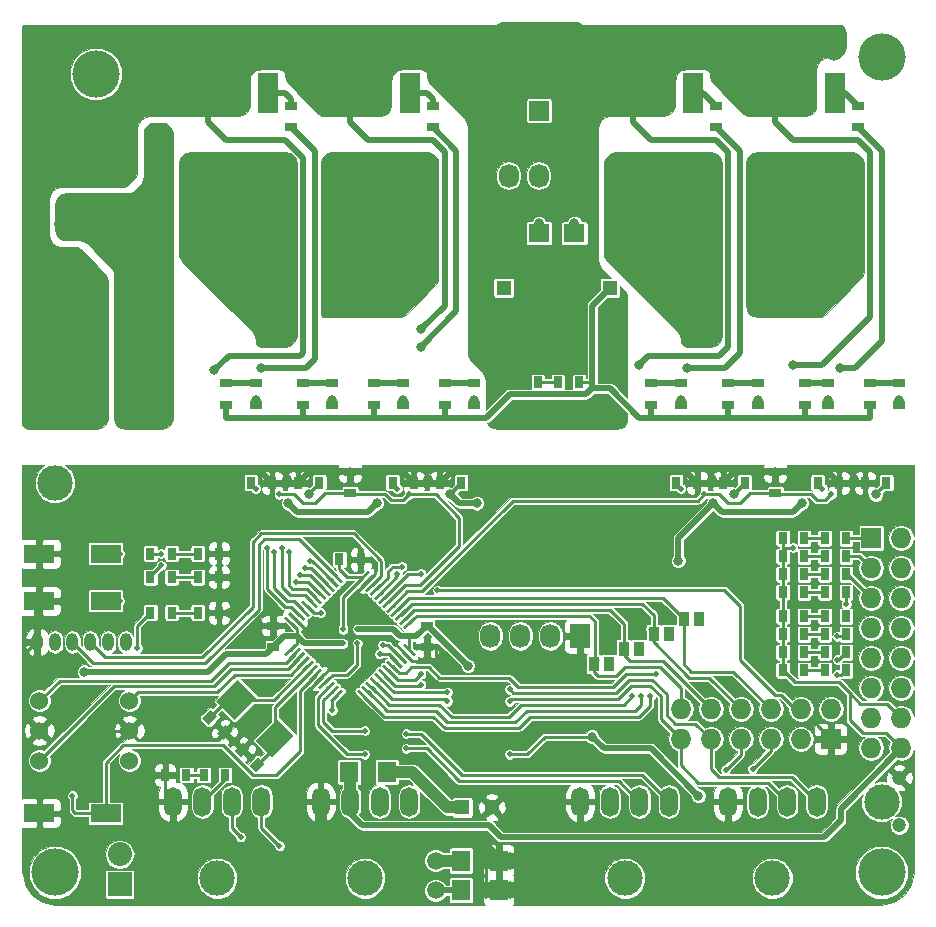
<source format=gbr>
G04 #@! TF.FileFunction,Copper,L1,Top,Signal*
%FSLAX46Y46*%
G04 Gerber Fmt 4.6, Leading zero omitted, Abs format (unit mm)*
G04 Created by KiCad (PCBNEW 4.0.5) date 02/09/17 17:51:42*
%MOMM*%
%LPD*%
G01*
G04 APERTURE LIST*
%ADD10C,0.100000*%
%ADD11R,3.000000X6.500000*%
%ADD12R,6.451600X3.000000*%
%ADD13C,1.700000*%
%ADD14R,1.700000X1.700000*%
%ADD15R,0.800000X1.000000*%
%ADD16C,1.300000*%
%ADD17R,1.300000X1.300000*%
%ADD18R,2.032000X2.032000*%
%ADD19O,2.032000X2.032000*%
%ADD20R,1.800000X1.600000*%
%ADD21R,1.000000X0.800000*%
%ADD22R,1.600000X1.800000*%
%ADD23C,1.200000*%
%ADD24R,1.727200X2.032000*%
%ADD25O,1.727200X2.032000*%
%ADD26R,1.727200X1.727200*%
%ADD27O,1.727200X1.727200*%
%ADD28R,2.600000X1.500000*%
%ADD29O,1.000000X1.524000*%
%ADD30C,1.524000*%
%ADD31C,2.000000*%
%ADD32C,4.000000*%
%ADD33O,1.500000X2.500000*%
%ADD34C,3.000000*%
%ADD35C,1.000000*%
%ADD36R,1.800000X3.500000*%
%ADD37R,3.000000X3.500000*%
%ADD38R,10.000000X8.000000*%
%ADD39R,0.965200X1.270000*%
%ADD40C,0.500000*%
%ADD41C,0.800000*%
%ADD42C,1.500000*%
%ADD43C,0.250000*%
%ADD44C,0.500000*%
%ADD45C,1.000000*%
%ADD46C,0.300000*%
%ADD47C,0.026000*%
G04 APERTURE END LIST*
D10*
D11*
X21700000Y-24000000D03*
D12*
X28900000Y-23100000D03*
D13*
X44000000Y-2500000D03*
D14*
X44000000Y-7500000D03*
D15*
X19600000Y-39000000D03*
X21400000Y-39000000D03*
D10*
G36*
X22608311Y-53679379D02*
X22431534Y-53502602D01*
X23350773Y-52583363D01*
X23527550Y-52760140D01*
X22608311Y-53679379D01*
X22608311Y-53679379D01*
G37*
G36*
X22961864Y-54032932D02*
X22785087Y-53856155D01*
X23704326Y-52936916D01*
X23881103Y-53113693D01*
X22961864Y-54032932D01*
X22961864Y-54032932D01*
G37*
G36*
X23315418Y-54386486D02*
X23138641Y-54209709D01*
X24057880Y-53290470D01*
X24234657Y-53467247D01*
X23315418Y-54386486D01*
X23315418Y-54386486D01*
G37*
G36*
X23668971Y-54740039D02*
X23492194Y-54563262D01*
X24411433Y-53644023D01*
X24588210Y-53820800D01*
X23668971Y-54740039D01*
X23668971Y-54740039D01*
G37*
G36*
X24022524Y-55093592D02*
X23845747Y-54916815D01*
X24764986Y-53997576D01*
X24941763Y-54174353D01*
X24022524Y-55093592D01*
X24022524Y-55093592D01*
G37*
G36*
X24376078Y-55447146D02*
X24199301Y-55270369D01*
X25118540Y-54351130D01*
X25295317Y-54527907D01*
X24376078Y-55447146D01*
X24376078Y-55447146D01*
G37*
G36*
X24729631Y-55800699D02*
X24552854Y-55623922D01*
X25472093Y-54704683D01*
X25648870Y-54881460D01*
X24729631Y-55800699D01*
X24729631Y-55800699D01*
G37*
G36*
X25083185Y-56154253D02*
X24906408Y-55977476D01*
X25825647Y-55058237D01*
X26002424Y-55235014D01*
X25083185Y-56154253D01*
X25083185Y-56154253D01*
G37*
G36*
X25436738Y-56507806D02*
X25259961Y-56331029D01*
X26179200Y-55411790D01*
X26355977Y-55588567D01*
X25436738Y-56507806D01*
X25436738Y-56507806D01*
G37*
G36*
X25790291Y-56861359D02*
X25613514Y-56684582D01*
X26532753Y-55765343D01*
X26709530Y-55942120D01*
X25790291Y-56861359D01*
X25790291Y-56861359D01*
G37*
G36*
X26143845Y-57214913D02*
X25967068Y-57038136D01*
X26886307Y-56118897D01*
X27063084Y-56295674D01*
X26143845Y-57214913D01*
X26143845Y-57214913D01*
G37*
G36*
X26497398Y-57568466D02*
X26320621Y-57391689D01*
X27239860Y-56472450D01*
X27416637Y-56649227D01*
X26497398Y-57568466D01*
X26497398Y-57568466D01*
G37*
G36*
X29679379Y-57391689D02*
X29502602Y-57568466D01*
X28583363Y-56649227D01*
X28760140Y-56472450D01*
X29679379Y-57391689D01*
X29679379Y-57391689D01*
G37*
G36*
X30032932Y-57038136D02*
X29856155Y-57214913D01*
X28936916Y-56295674D01*
X29113693Y-56118897D01*
X30032932Y-57038136D01*
X30032932Y-57038136D01*
G37*
G36*
X30386486Y-56684582D02*
X30209709Y-56861359D01*
X29290470Y-55942120D01*
X29467247Y-55765343D01*
X30386486Y-56684582D01*
X30386486Y-56684582D01*
G37*
G36*
X30740039Y-56331029D02*
X30563262Y-56507806D01*
X29644023Y-55588567D01*
X29820800Y-55411790D01*
X30740039Y-56331029D01*
X30740039Y-56331029D01*
G37*
G36*
X31093592Y-55977476D02*
X30916815Y-56154253D01*
X29997576Y-55235014D01*
X30174353Y-55058237D01*
X31093592Y-55977476D01*
X31093592Y-55977476D01*
G37*
G36*
X31447146Y-55623922D02*
X31270369Y-55800699D01*
X30351130Y-54881460D01*
X30527907Y-54704683D01*
X31447146Y-55623922D01*
X31447146Y-55623922D01*
G37*
G36*
X31800699Y-55270369D02*
X31623922Y-55447146D01*
X30704683Y-54527907D01*
X30881460Y-54351130D01*
X31800699Y-55270369D01*
X31800699Y-55270369D01*
G37*
G36*
X32154253Y-54916815D02*
X31977476Y-55093592D01*
X31058237Y-54174353D01*
X31235014Y-53997576D01*
X32154253Y-54916815D01*
X32154253Y-54916815D01*
G37*
G36*
X32507806Y-54563262D02*
X32331029Y-54740039D01*
X31411790Y-53820800D01*
X31588567Y-53644023D01*
X32507806Y-54563262D01*
X32507806Y-54563262D01*
G37*
G36*
X32861359Y-54209709D02*
X32684582Y-54386486D01*
X31765343Y-53467247D01*
X31942120Y-53290470D01*
X32861359Y-54209709D01*
X32861359Y-54209709D01*
G37*
G36*
X33214913Y-53856155D02*
X33038136Y-54032932D01*
X32118897Y-53113693D01*
X32295674Y-52936916D01*
X33214913Y-53856155D01*
X33214913Y-53856155D01*
G37*
G36*
X33568466Y-53502602D02*
X33391689Y-53679379D01*
X32472450Y-52760140D01*
X32649227Y-52583363D01*
X33568466Y-53502602D01*
X33568466Y-53502602D01*
G37*
G36*
X32649227Y-51416637D02*
X32472450Y-51239860D01*
X33391689Y-50320621D01*
X33568466Y-50497398D01*
X32649227Y-51416637D01*
X32649227Y-51416637D01*
G37*
G36*
X32295674Y-51063084D02*
X32118897Y-50886307D01*
X33038136Y-49967068D01*
X33214913Y-50143845D01*
X32295674Y-51063084D01*
X32295674Y-51063084D01*
G37*
G36*
X31942120Y-50709530D02*
X31765343Y-50532753D01*
X32684582Y-49613514D01*
X32861359Y-49790291D01*
X31942120Y-50709530D01*
X31942120Y-50709530D01*
G37*
G36*
X31588567Y-50355977D02*
X31411790Y-50179200D01*
X32331029Y-49259961D01*
X32507806Y-49436738D01*
X31588567Y-50355977D01*
X31588567Y-50355977D01*
G37*
G36*
X31235014Y-50002424D02*
X31058237Y-49825647D01*
X31977476Y-48906408D01*
X32154253Y-49083185D01*
X31235014Y-50002424D01*
X31235014Y-50002424D01*
G37*
G36*
X30881460Y-49648870D02*
X30704683Y-49472093D01*
X31623922Y-48552854D01*
X31800699Y-48729631D01*
X30881460Y-49648870D01*
X30881460Y-49648870D01*
G37*
G36*
X30527907Y-49295317D02*
X30351130Y-49118540D01*
X31270369Y-48199301D01*
X31447146Y-48376078D01*
X30527907Y-49295317D01*
X30527907Y-49295317D01*
G37*
G36*
X30174353Y-48941763D02*
X29997576Y-48764986D01*
X30916815Y-47845747D01*
X31093592Y-48022524D01*
X30174353Y-48941763D01*
X30174353Y-48941763D01*
G37*
G36*
X29820800Y-48588210D02*
X29644023Y-48411433D01*
X30563262Y-47492194D01*
X30740039Y-47668971D01*
X29820800Y-48588210D01*
X29820800Y-48588210D01*
G37*
G36*
X29467247Y-48234657D02*
X29290470Y-48057880D01*
X30209709Y-47138641D01*
X30386486Y-47315418D01*
X29467247Y-48234657D01*
X29467247Y-48234657D01*
G37*
G36*
X29113693Y-47881103D02*
X28936916Y-47704326D01*
X29856155Y-46785087D01*
X30032932Y-46961864D01*
X29113693Y-47881103D01*
X29113693Y-47881103D01*
G37*
G36*
X28760140Y-47527550D02*
X28583363Y-47350773D01*
X29502602Y-46431534D01*
X29679379Y-46608311D01*
X28760140Y-47527550D01*
X28760140Y-47527550D01*
G37*
G36*
X27416637Y-47350773D02*
X27239860Y-47527550D01*
X26320621Y-46608311D01*
X26497398Y-46431534D01*
X27416637Y-47350773D01*
X27416637Y-47350773D01*
G37*
G36*
X27063084Y-47704326D02*
X26886307Y-47881103D01*
X25967068Y-46961864D01*
X26143845Y-46785087D01*
X27063084Y-47704326D01*
X27063084Y-47704326D01*
G37*
G36*
X26709530Y-48057880D02*
X26532753Y-48234657D01*
X25613514Y-47315418D01*
X25790291Y-47138641D01*
X26709530Y-48057880D01*
X26709530Y-48057880D01*
G37*
G36*
X26355977Y-48411433D02*
X26179200Y-48588210D01*
X25259961Y-47668971D01*
X25436738Y-47492194D01*
X26355977Y-48411433D01*
X26355977Y-48411433D01*
G37*
G36*
X26002424Y-48764986D02*
X25825647Y-48941763D01*
X24906408Y-48022524D01*
X25083185Y-47845747D01*
X26002424Y-48764986D01*
X26002424Y-48764986D01*
G37*
G36*
X25648870Y-49118540D02*
X25472093Y-49295317D01*
X24552854Y-48376078D01*
X24729631Y-48199301D01*
X25648870Y-49118540D01*
X25648870Y-49118540D01*
G37*
G36*
X25295317Y-49472093D02*
X25118540Y-49648870D01*
X24199301Y-48729631D01*
X24376078Y-48552854D01*
X25295317Y-49472093D01*
X25295317Y-49472093D01*
G37*
G36*
X24941763Y-49825647D02*
X24764986Y-50002424D01*
X23845747Y-49083185D01*
X24022524Y-48906408D01*
X24941763Y-49825647D01*
X24941763Y-49825647D01*
G37*
G36*
X24588210Y-50179200D02*
X24411433Y-50355977D01*
X23492194Y-49436738D01*
X23668971Y-49259961D01*
X24588210Y-50179200D01*
X24588210Y-50179200D01*
G37*
G36*
X24234657Y-50532753D02*
X24057880Y-50709530D01*
X23138641Y-49790291D01*
X23315418Y-49613514D01*
X24234657Y-50532753D01*
X24234657Y-50532753D01*
G37*
G36*
X23881103Y-50886307D02*
X23704326Y-51063084D01*
X22785087Y-50143845D01*
X22961864Y-49967068D01*
X23881103Y-50886307D01*
X23881103Y-50886307D01*
G37*
G36*
X23527550Y-51239860D02*
X23350773Y-51416637D01*
X22431534Y-50497398D01*
X22608311Y-50320621D01*
X23527550Y-51239860D01*
X23527550Y-51239860D01*
G37*
D16*
X40000000Y-66500000D03*
D17*
X37500000Y-66500000D03*
D18*
X8500000Y-73000000D03*
D19*
X8500000Y-70460000D03*
D20*
X44000000Y-17900000D03*
X44000000Y-21100000D03*
X47000000Y-17900000D03*
X47000000Y-21100000D03*
D15*
X35600000Y-39000000D03*
X37400000Y-39000000D03*
D10*
G36*
X15477208Y-58934315D02*
X16184315Y-58227208D01*
X16750000Y-58792893D01*
X16042893Y-59500000D01*
X15477208Y-58934315D01*
X15477208Y-58934315D01*
G37*
G36*
X16750000Y-60207107D02*
X17457107Y-59500000D01*
X18022792Y-60065685D01*
X17315685Y-60772792D01*
X16750000Y-60207107D01*
X16750000Y-60207107D01*
G37*
G36*
X20772792Y-62815685D02*
X20065685Y-63522792D01*
X19500000Y-62957107D01*
X20207107Y-62250000D01*
X20772792Y-62815685D01*
X20772792Y-62815685D01*
G37*
G36*
X19500000Y-61542893D02*
X18792893Y-62250000D01*
X18227208Y-61684315D01*
X18934315Y-60977208D01*
X19500000Y-61542893D01*
X19500000Y-61542893D01*
G37*
D15*
X28900000Y-45500000D03*
X27100000Y-45500000D03*
D21*
X21500000Y-51100000D03*
X21500000Y-52900000D03*
D15*
X71600000Y-39000000D03*
X73400000Y-39000000D03*
X59600000Y-39000000D03*
X61400000Y-39000000D03*
X15100000Y-47000000D03*
X16900000Y-47000000D03*
X31600000Y-39000000D03*
X33400000Y-39000000D03*
X67600000Y-39000000D03*
X69400000Y-39000000D03*
X55600000Y-39000000D03*
X57400000Y-39000000D03*
D21*
X34500000Y-52900000D03*
X34500000Y-51100000D03*
X35000000Y-8900000D03*
X35000000Y-7100000D03*
X23000000Y-8900000D03*
X23000000Y-7100000D03*
X71000000Y-8900000D03*
X71000000Y-7100000D03*
X59000000Y-8900000D03*
X59000000Y-7100000D03*
D15*
X15100000Y-50000000D03*
X16900000Y-50000000D03*
X14150000Y-63750000D03*
X12350000Y-63750000D03*
X43900000Y-30500000D03*
X42100000Y-30500000D03*
D21*
X36000000Y-32400000D03*
X36000000Y-30600000D03*
X24000000Y-32400000D03*
X24000000Y-30600000D03*
X30000000Y-32400000D03*
X30000000Y-30600000D03*
X72000000Y-32400000D03*
X72000000Y-30600000D03*
X60000000Y-32400000D03*
X60000000Y-30600000D03*
X53500000Y-32400000D03*
X53500000Y-30600000D03*
X17500000Y-32400000D03*
X17500000Y-30600000D03*
X66500000Y-32400000D03*
X66500000Y-30600000D03*
D15*
X15100000Y-45000000D03*
X16900000Y-45000000D03*
D21*
X64000000Y-38100000D03*
X64000000Y-39900000D03*
D15*
X11100000Y-47000000D03*
X12900000Y-47000000D03*
X11100000Y-50000000D03*
X12900000Y-50000000D03*
X17400000Y-63750000D03*
X15600000Y-63750000D03*
X47400000Y-30500000D03*
X45600000Y-30500000D03*
X11100000Y-45000000D03*
X12900000Y-45000000D03*
D22*
X37400000Y-73500000D03*
X40600000Y-73500000D03*
X37400000Y-71000000D03*
X40600000Y-71000000D03*
D23*
X74500000Y-68000000D03*
X74500000Y-64000000D03*
D15*
X23600000Y-39000000D03*
X25400000Y-39000000D03*
D24*
X47500000Y-52000000D03*
D25*
X44960000Y-52000000D03*
X42420000Y-52000000D03*
X39880000Y-52000000D03*
D21*
X28000000Y-38100000D03*
X28000000Y-39900000D03*
D26*
X68700000Y-60700000D03*
D27*
X68700000Y-58160000D03*
X66160000Y-60700000D03*
X66160000Y-58160000D03*
X63620000Y-60700000D03*
X63620000Y-58160000D03*
X61080000Y-60700000D03*
X61080000Y-58160000D03*
X58540000Y-60700000D03*
X58540000Y-58160000D03*
X56000000Y-60700000D03*
X56000000Y-58160000D03*
D24*
X46500000Y-13000000D03*
D25*
X43960000Y-13000000D03*
X41420000Y-13000000D03*
D28*
X1700000Y-67000000D03*
X7300000Y-67000000D03*
X1700000Y-45000000D03*
X7300000Y-45000000D03*
X1700000Y-49000000D03*
X7300000Y-49000000D03*
D29*
X1500000Y-52500000D03*
X3000000Y-52500000D03*
X4500000Y-52500000D03*
X6000000Y-52500000D03*
X7500000Y-52500000D03*
X9000000Y-52500000D03*
D30*
X9310000Y-62540000D03*
X9310000Y-60000000D03*
X9310000Y-57460000D03*
X1690000Y-57460000D03*
X1690000Y-60000000D03*
X1690000Y-62540000D03*
D10*
G36*
X16676598Y-57515075D02*
X18515075Y-55676598D01*
X20070710Y-57232233D01*
X18232233Y-59070710D01*
X16676598Y-57515075D01*
X16676598Y-57515075D01*
G37*
G36*
X20000000Y-60838478D02*
X21838478Y-59000000D01*
X23252692Y-60414214D01*
X21414214Y-62252692D01*
X20000000Y-60838478D01*
X20000000Y-60838478D01*
G37*
D31*
X9040000Y-12000000D03*
X9040000Y-17080000D03*
X3960000Y-12000000D03*
X3960000Y-17080000D03*
D32*
X6500000Y-4380000D03*
D33*
X13000000Y-66000000D03*
X15500000Y-66000000D03*
X18000000Y-66000000D03*
X20500000Y-66000000D03*
D34*
X16750000Y-72500000D03*
D33*
X25500000Y-66000000D03*
X28000000Y-66000000D03*
X30500000Y-66000000D03*
X33000000Y-66000000D03*
D34*
X29250000Y-72500000D03*
D11*
X57700000Y-24000000D03*
D12*
X64900000Y-23100000D03*
D11*
X9800000Y-22500000D03*
D12*
X4100000Y-22900000D03*
D11*
X11300000Y-31000000D03*
D12*
X4100000Y-31900000D03*
D21*
X38500000Y-30600000D03*
X38500000Y-32400000D03*
X26500000Y-30600000D03*
X26500000Y-32400000D03*
X74500000Y-30600000D03*
X74500000Y-32400000D03*
X62500000Y-30600000D03*
X62500000Y-32400000D03*
X32500000Y-30600000D03*
X32500000Y-32400000D03*
X20000000Y-30600000D03*
X20000000Y-32400000D03*
X68500000Y-30600000D03*
X68500000Y-32400000D03*
X56000000Y-30600000D03*
X56000000Y-32400000D03*
D35*
X45500000Y-29000000D03*
D36*
X21040000Y-6000000D03*
D37*
X15960000Y-6000000D03*
D38*
X18500000Y-16000000D03*
D36*
X33040000Y-6000000D03*
D37*
X27960000Y-6000000D03*
D38*
X30500000Y-16000000D03*
D36*
X57040000Y-6000000D03*
D37*
X51960000Y-6000000D03*
D38*
X54500000Y-16000000D03*
D36*
X69040000Y-6000000D03*
D37*
X63960000Y-6000000D03*
D38*
X66500000Y-16000000D03*
D15*
X69988000Y-54864000D03*
X68188000Y-54864000D03*
X69988000Y-53340000D03*
X68188000Y-53340000D03*
X69988000Y-51816000D03*
X68188000Y-51816000D03*
X69988000Y-50292000D03*
X68188000Y-50292000D03*
X64632000Y-54864000D03*
X66432000Y-54864000D03*
X64632000Y-53340000D03*
X66432000Y-53340000D03*
X64632000Y-51816000D03*
X66432000Y-51816000D03*
X64632000Y-50292000D03*
X66432000Y-50292000D03*
X69988000Y-48260000D03*
X68188000Y-48260000D03*
X69988000Y-46736000D03*
X68188000Y-46736000D03*
X69988000Y-45212000D03*
X68188000Y-45212000D03*
X69988000Y-43688000D03*
X68188000Y-43688000D03*
D39*
X57531000Y-50546000D03*
X56261000Y-50546000D03*
X54991000Y-51816000D03*
X53721000Y-51816000D03*
X52451000Y-53086000D03*
X51181000Y-53086000D03*
X49911000Y-54356000D03*
X48641000Y-54356000D03*
D15*
X64632000Y-48260000D03*
X66432000Y-48260000D03*
X64632000Y-46736000D03*
X66432000Y-46736000D03*
X64632000Y-45212000D03*
X66432000Y-45212000D03*
X64632000Y-43688000D03*
X66432000Y-43688000D03*
D26*
X72136000Y-43688000D03*
D27*
X74676000Y-43688000D03*
X72136000Y-46228000D03*
X74676000Y-46228000D03*
X72136000Y-48768000D03*
X74676000Y-48768000D03*
X72136000Y-51308000D03*
X74676000Y-51308000D03*
X72136000Y-53848000D03*
X74676000Y-53848000D03*
X72136000Y-56388000D03*
X74676000Y-56388000D03*
X72136000Y-58928000D03*
X74676000Y-58928000D03*
X72136000Y-61468000D03*
X74676000Y-61468000D03*
D33*
X47500000Y-66000000D03*
X50000000Y-66000000D03*
X52500000Y-66000000D03*
X55000000Y-66000000D03*
D34*
X51250000Y-72500000D03*
D33*
X60000000Y-66000000D03*
X62500000Y-66000000D03*
X65000000Y-66000000D03*
X67500000Y-66000000D03*
D34*
X63750000Y-72500000D03*
D16*
X41000000Y-25000000D03*
D17*
X41000000Y-22500000D03*
D16*
X50000000Y-25000000D03*
D17*
X50000000Y-22500000D03*
D22*
X27900000Y-63500000D03*
X31100000Y-63500000D03*
D34*
X73000000Y-66000000D03*
X3000000Y-39000000D03*
D32*
X73000000Y-3000000D03*
X3000000Y-72000000D03*
X73000000Y-72000000D03*
D40*
X22500000Y-58500000D03*
X20750000Y-56250000D03*
X52250000Y-50500000D03*
X49750000Y-51500000D03*
X54000000Y-49500000D03*
X35750000Y-61000000D03*
X34900000Y-56100000D03*
D41*
X28250000Y-57750000D03*
D42*
X39500000Y-73500000D03*
X39500000Y-71000000D03*
X45500000Y-73500000D03*
X45500000Y-71000000D03*
X41500000Y-67500000D03*
X43500000Y-67500000D03*
X43500000Y-71000000D03*
X43500000Y-73500000D03*
D40*
X67500000Y-57250000D03*
X35250000Y-53000000D03*
X35900000Y-51400000D03*
X38600000Y-51400000D03*
X38600000Y-52600000D03*
X35500000Y-54600000D03*
D41*
X43000000Y-55500000D03*
X50400000Y-60400000D03*
D40*
X41500000Y-60600000D03*
D41*
X28000000Y-38100000D03*
X64000000Y-38100000D03*
X16500000Y-38000000D03*
X6000000Y-38000000D03*
X7500000Y-38000000D03*
X9000000Y-38000000D03*
X10500000Y-38000000D03*
X12000000Y-38000000D03*
X13500000Y-38000000D03*
X15000000Y-38000000D03*
X40500000Y-38000000D03*
X52500000Y-38000000D03*
X51000000Y-38000000D03*
X49500000Y-38000000D03*
X48000000Y-38000000D03*
X46500000Y-38000000D03*
X45000000Y-38000000D03*
X43500000Y-38000000D03*
X42000000Y-38000000D03*
D42*
X41500000Y-73500000D03*
X41500000Y-71000000D03*
D41*
X43500000Y-60000000D03*
D40*
X29500000Y-52500000D03*
X27500000Y-53500000D03*
X26500000Y-51500000D03*
X28500000Y-50500000D03*
X24500000Y-57500000D03*
X20750000Y-58500000D03*
D41*
X22635000Y-38700000D03*
X34635000Y-38700000D03*
X58635000Y-38700000D03*
X70635000Y-38700000D03*
X21500000Y-50000000D03*
X17750000Y-50000000D03*
D40*
X4500000Y-65500000D03*
D41*
X38000000Y-54500000D03*
D40*
X41500000Y-62000000D03*
D41*
X48500000Y-60500000D03*
X57500000Y-65500000D03*
X55800000Y-45600000D03*
D40*
X28600000Y-51400000D03*
X28600000Y-52600000D03*
X27400000Y-52600000D03*
X27400000Y-51400000D03*
X10000000Y-55000000D03*
X10000000Y-53000000D03*
D41*
X5500000Y-55000000D03*
X30250000Y-40750000D03*
X22750000Y-40750000D03*
X38750000Y-40750000D03*
X66250000Y-40750000D03*
X58750000Y-40750000D03*
X72500000Y-40000000D03*
X60500000Y-40000000D03*
X36500000Y-40000000D03*
X24500000Y-40000000D03*
X38500000Y-32000000D03*
D40*
X65500000Y-44500000D03*
D42*
X1500000Y-13000000D03*
X7500000Y-13000000D03*
X6000000Y-13000000D03*
X6000000Y-11500000D03*
X7500000Y-11500000D03*
X9000000Y-10000000D03*
X7500000Y-10000000D03*
X6000000Y-10000000D03*
X4500000Y-10000000D03*
X3000000Y-10000000D03*
X1500000Y-10000000D03*
X1500000Y-11500000D03*
X16500000Y-2500000D03*
X15000000Y-2500000D03*
X13500000Y-2500000D03*
X12000000Y-2500000D03*
X28500000Y-2500000D03*
X27000000Y-2500000D03*
X25500000Y-2500000D03*
X24000000Y-2500000D03*
X22500000Y-2500000D03*
X21000000Y-2500000D03*
X19500000Y-2500000D03*
X18000000Y-2500000D03*
X30000000Y-2500000D03*
X31500000Y-2500000D03*
X33000000Y-2500000D03*
X34500000Y-2500000D03*
X36000000Y-2500000D03*
X37500000Y-2500000D03*
X39000000Y-2500000D03*
X40500000Y-2500000D03*
X42000000Y-2500000D03*
X52500000Y-2500000D03*
X51000000Y-2500000D03*
X49500000Y-2500000D03*
X46500000Y-2500000D03*
X48000000Y-2500000D03*
X54000000Y-2500000D03*
X55500000Y-2500000D03*
X64500000Y-1000000D03*
X66000000Y-1000000D03*
X67500000Y-1000000D03*
X69000000Y-1000000D03*
X46500000Y-1000000D03*
X48000000Y-1000000D03*
X49500000Y-1000000D03*
X51000000Y-1000000D03*
X52500000Y-1000000D03*
X22500000Y-1000000D03*
X24000000Y-1000000D03*
X25500000Y-1000000D03*
X27000000Y-1000000D03*
X28500000Y-1000000D03*
X30000000Y-1000000D03*
X31500000Y-1000000D03*
X21000000Y-1000000D03*
X19500000Y-1000000D03*
X18000000Y-1000000D03*
X16500000Y-1000000D03*
X15000000Y-1000000D03*
X13500000Y-1000000D03*
X12000000Y-1000000D03*
X45000000Y-1000000D03*
X43500000Y-1000000D03*
X42000000Y-1000000D03*
X40500000Y-1000000D03*
X39000000Y-1000000D03*
X37500000Y-1000000D03*
X36000000Y-1000000D03*
X34500000Y-1000000D03*
X33000000Y-1000000D03*
X63000000Y-1000000D03*
X61500000Y-1000000D03*
X60000000Y-1000000D03*
X58500000Y-1000000D03*
X57000000Y-1000000D03*
X55500000Y-1000000D03*
X54000000Y-1000000D03*
X66000000Y-2500000D03*
X67500000Y-2500000D03*
X69000000Y-2500000D03*
X64500000Y-2500000D03*
X63000000Y-2500000D03*
X61500000Y-2500000D03*
X60000000Y-2500000D03*
X58500000Y-2500000D03*
X57000000Y-2500000D03*
D41*
X45000000Y-34000000D03*
X43500000Y-34000000D03*
X42000000Y-34000000D03*
X40500000Y-34000000D03*
X40500000Y-29000000D03*
X46500000Y-34000000D03*
X48000000Y-34000000D03*
X49500000Y-34000000D03*
X51000000Y-34000000D03*
X51000000Y-29000000D03*
X38500000Y-20000000D03*
X38500000Y-17500000D03*
X34000000Y-26000000D03*
X52500000Y-29000000D03*
X47000000Y-22000000D03*
X44000000Y-22000000D03*
X65500000Y-29000000D03*
X16500000Y-29500000D03*
X26500000Y-32000000D03*
X74500000Y-32000000D03*
X62500000Y-32000000D03*
D42*
X10500000Y-17500000D03*
X12000000Y-16000000D03*
X12000000Y-17500000D03*
X12000000Y-19000000D03*
X10500000Y-19000000D03*
X7500000Y-19000000D03*
X10500000Y-16000000D03*
X4500000Y-16000000D03*
X6000000Y-16000000D03*
X7500000Y-16000000D03*
X7500000Y-17500000D03*
X6000000Y-17500000D03*
D40*
X32750000Y-60250000D03*
X59800000Y-63300000D03*
X32750000Y-61500000D03*
X62100000Y-63200000D03*
X41500000Y-56500000D03*
X41500000Y-57500000D03*
X22000000Y-69750000D03*
X18750000Y-69000000D03*
X30750000Y-52750000D03*
X30500000Y-53500000D03*
X25500000Y-50000000D03*
X32000000Y-39500000D03*
X20000000Y-39500000D03*
X68000000Y-39500000D03*
X56000000Y-39500000D03*
X32000000Y-46700000D03*
X21600000Y-44900000D03*
X21000000Y-44500000D03*
X22800000Y-44900000D03*
X22200000Y-44500000D03*
X32400000Y-46100000D03*
D41*
X47000000Y-17000000D03*
X32500000Y-32000000D03*
X20000000Y-32000000D03*
X68500000Y-32000000D03*
X56000000Y-32000000D03*
D40*
X26500000Y-58250000D03*
D42*
X35250000Y-73500000D03*
D41*
X44000000Y-17000000D03*
D42*
X35250000Y-71000000D03*
D40*
X34000000Y-56100000D03*
X34000000Y-55200000D03*
X24200000Y-46200000D03*
X12000000Y-46000000D03*
X24600000Y-45600000D03*
X12000000Y-45000000D03*
X23800000Y-46800000D03*
X8500000Y-45000000D03*
X8500000Y-49000000D03*
X23400000Y-47400000D03*
X22000000Y-40000000D03*
X33000000Y-40000000D03*
X68750000Y-40000000D03*
X58000000Y-40000000D03*
X53400000Y-57100000D03*
X52600000Y-57100000D03*
X51900000Y-57100000D03*
X53900000Y-55200000D03*
X35400000Y-48100000D03*
X34000000Y-46700000D03*
D41*
X34000000Y-27500000D03*
X20500000Y-29250000D03*
X69500000Y-29250000D03*
X56500000Y-29250000D03*
D40*
X70000000Y-49250000D03*
X69988000Y-50292000D03*
X69250000Y-52000000D03*
X69250000Y-54000000D03*
X69250000Y-55250000D03*
X57531000Y-50546000D03*
X54991000Y-51816000D03*
X52451000Y-53086000D03*
X49911000Y-54356000D03*
X29250000Y-62000000D03*
X29250000Y-60000000D03*
X36250000Y-57500000D03*
X36250000Y-56750000D03*
D43*
X35850000Y-60900000D02*
X35850000Y-60600000D01*
X35750000Y-61000000D02*
X35850000Y-60900000D01*
D44*
X41500000Y-60600000D02*
X35850000Y-60600000D01*
X35850000Y-60600000D02*
X34750000Y-59500000D01*
X34750000Y-59500000D02*
X32750000Y-59500000D01*
X43500000Y-60000000D02*
X42900000Y-60600000D01*
X42900000Y-60600000D02*
X41500000Y-60600000D01*
X32750000Y-59500000D02*
X30000000Y-59500000D01*
X28250000Y-57750000D02*
X30000000Y-59500000D01*
D43*
X39500000Y-73500000D02*
X39500000Y-71000000D01*
X45500000Y-71000000D02*
X45500000Y-73500000D01*
X41500000Y-67500000D02*
X43500000Y-67500000D01*
X41500000Y-71000000D02*
X43500000Y-71000000D01*
D45*
X25500000Y-66000000D02*
X25500000Y-67750000D01*
X38600000Y-69000000D02*
X40600000Y-71000000D01*
X26750000Y-69000000D02*
X38600000Y-69000000D01*
X25500000Y-67750000D02*
X26750000Y-69000000D01*
D44*
X68700000Y-60700000D02*
X68750000Y-60750000D01*
X68750000Y-60750000D02*
X68750000Y-67250000D01*
X60500000Y-68250000D02*
X60000000Y-67750000D01*
X67750000Y-68250000D02*
X60500000Y-68250000D01*
X68750000Y-67250000D02*
X67750000Y-68250000D01*
D43*
X68700000Y-60700000D02*
X67500000Y-59500000D01*
X67500000Y-59500000D02*
X67500000Y-57250000D01*
X38600000Y-52600000D02*
X38600000Y-51400000D01*
X35250000Y-53000000D02*
X35250000Y-54350000D01*
X35250000Y-54350000D02*
X35500000Y-54600000D01*
X34500000Y-52900000D02*
X34600000Y-53000000D01*
X34600000Y-53000000D02*
X35250000Y-53000000D01*
D44*
X47500000Y-52000000D02*
X47500000Y-54500000D01*
X46500000Y-55500000D02*
X43000000Y-55500000D01*
X47500000Y-54500000D02*
X46500000Y-55500000D01*
X49500000Y-59500000D02*
X50400000Y-60400000D01*
X44000000Y-59500000D02*
X43500000Y-60000000D01*
X49500000Y-59500000D02*
X44000000Y-59500000D01*
D43*
X6000000Y-38000000D02*
X7500000Y-38000000D01*
X10500000Y-38000000D02*
X9000000Y-38000000D01*
X13500000Y-38000000D02*
X12000000Y-38000000D01*
X15000000Y-38000000D02*
X16500000Y-38000000D01*
X52500000Y-38000000D02*
X51000000Y-38000000D01*
X48000000Y-38000000D02*
X49500000Y-38000000D01*
X45000000Y-38000000D02*
X46500000Y-38000000D01*
X42000000Y-38000000D02*
X43500000Y-38000000D01*
X9310000Y-60000000D02*
X10060000Y-60750000D01*
X10060000Y-60750000D02*
X16772792Y-60750000D01*
X1700000Y-64800000D02*
X6500000Y-60000000D01*
X6500000Y-60000000D02*
X9310000Y-60000000D01*
X1700000Y-64800000D02*
X500000Y-63600000D01*
X500000Y-63600000D02*
X500000Y-63750000D01*
X1700000Y-64800000D02*
X1700000Y-67000000D01*
D44*
X40600000Y-73500000D02*
X41500000Y-73500000D01*
X40600000Y-71000000D02*
X41500000Y-71000000D01*
D43*
X28000000Y-53500000D02*
X27500000Y-53500000D01*
X26500000Y-51500000D02*
X26500000Y-52000000D01*
X28000000Y-50500000D02*
X28500000Y-50500000D01*
X28000000Y-52000000D02*
X28000000Y-53500000D01*
X28000000Y-53500000D02*
X28000000Y-54250000D01*
X26250000Y-54750000D02*
X26250000Y-54810661D01*
X26310661Y-54750000D02*
X26250000Y-54750000D01*
X27500000Y-54750000D02*
X26310661Y-54750000D01*
X28000000Y-54250000D02*
X27500000Y-54750000D01*
D44*
X60000000Y-66000000D02*
X60000000Y-67750000D01*
X47500000Y-67750000D02*
X47500000Y-66000000D01*
X48000000Y-68250000D02*
X47500000Y-67750000D01*
X59500000Y-68250000D02*
X48000000Y-68250000D01*
X60000000Y-67750000D02*
X59500000Y-68250000D01*
D43*
X16772792Y-60750000D02*
X17386396Y-60136396D01*
X18250000Y-61000000D02*
X20750000Y-58500000D01*
X24500000Y-56560661D02*
X25454416Y-55606245D01*
X24500000Y-57500000D02*
X24500000Y-56560661D01*
X17386396Y-60136396D02*
X18250000Y-61000000D01*
X18250000Y-61000000D02*
X18863604Y-61613604D01*
D44*
X3000000Y-41500000D02*
X5200000Y-41500000D01*
X1700000Y-42800000D02*
X3000000Y-41500000D01*
X1700000Y-45000000D02*
X1700000Y-42800000D01*
X5200000Y-41500000D02*
X8700000Y-38000000D01*
D46*
X500000Y-63750000D02*
X500000Y-61190000D01*
X500000Y-61190000D02*
X1690000Y-60000000D01*
D44*
X1700000Y-49000000D02*
X1700000Y-45000000D01*
X1500000Y-50750000D02*
X1500000Y-49200000D01*
X1500000Y-49200000D02*
X1700000Y-49000000D01*
X22500000Y-39000000D02*
X22635000Y-38865000D01*
X22635000Y-38865000D02*
X22635000Y-38700000D01*
X34500000Y-39000000D02*
X34635000Y-38865000D01*
X34635000Y-38865000D02*
X34635000Y-38700000D01*
X58500000Y-39000000D02*
X58635000Y-38865000D01*
X58635000Y-38865000D02*
X58635000Y-38700000D01*
X70500000Y-39000000D02*
X70635000Y-38865000D01*
X70635000Y-38865000D02*
X70635000Y-38700000D01*
X69400000Y-39000000D02*
X70500000Y-39000000D01*
X70500000Y-39000000D02*
X71600000Y-39000000D01*
X69400000Y-39000000D02*
X68400000Y-38000000D01*
X68400000Y-38000000D02*
X64100000Y-38000000D01*
X59600000Y-39000000D02*
X60600000Y-38000000D01*
X60600000Y-38000000D02*
X63900000Y-38000000D01*
X63900000Y-38000000D02*
X64000000Y-38100000D01*
X57400000Y-39000000D02*
X58500000Y-39000000D01*
X58500000Y-39000000D02*
X59600000Y-39000000D01*
X35600000Y-39000000D02*
X36600000Y-38000000D01*
X56400000Y-38000000D02*
X57400000Y-39000000D01*
X36600000Y-38000000D02*
X40500000Y-38000000D01*
X40500000Y-38000000D02*
X56400000Y-38000000D01*
X33400000Y-39000000D02*
X34500000Y-39000000D01*
X34500000Y-39000000D02*
X35600000Y-39000000D01*
X33400000Y-39000000D02*
X32400000Y-38000000D01*
X32400000Y-38000000D02*
X28100000Y-38000000D01*
X23600000Y-39000000D02*
X24600000Y-38000000D01*
X24600000Y-38000000D02*
X27900000Y-38000000D01*
X27900000Y-38000000D02*
X28000000Y-38100000D01*
X8700000Y-38000000D02*
X20400000Y-38000000D01*
X20400000Y-38000000D02*
X21400000Y-39000000D01*
X21400000Y-39000000D02*
X22500000Y-39000000D01*
X22500000Y-39000000D02*
X23600000Y-39000000D01*
D43*
X32666905Y-53484924D02*
X33281981Y-54100000D01*
X33281981Y-54100000D02*
X34150000Y-54100000D01*
X13000000Y-66000000D02*
X12350000Y-65350000D01*
X12350000Y-65350000D02*
X12350000Y-63750000D01*
X26250000Y-54810661D02*
X25454416Y-55606245D01*
X29484924Y-47333095D02*
X28000000Y-48818019D01*
X28000000Y-48818019D02*
X28000000Y-50500000D01*
X28000000Y-50500000D02*
X28000000Y-52000000D01*
X23333095Y-50515076D02*
X24818019Y-52000000D01*
X24818019Y-52000000D02*
X26500000Y-52000000D01*
X26500000Y-52000000D02*
X28000000Y-52000000D01*
X31181981Y-52000000D02*
X32666905Y-53484924D01*
X29500000Y-52000000D02*
X31181981Y-52000000D01*
X28000000Y-52000000D02*
X29500000Y-52000000D01*
X34500000Y-53750000D02*
X34500000Y-52900000D01*
X34150000Y-54100000D02*
X34500000Y-53750000D01*
X28900000Y-45500000D02*
X29750000Y-45500000D01*
X30100000Y-46718019D02*
X29484924Y-47333095D01*
X30100000Y-45850000D02*
X30100000Y-46718019D01*
X29750000Y-45500000D02*
X30100000Y-45850000D01*
D44*
X16900000Y-50000000D02*
X17750000Y-50000000D01*
X21500000Y-50000000D02*
X21500000Y-51100000D01*
X16900000Y-48500000D02*
X16900000Y-50000000D01*
X1500000Y-52500000D02*
X1500000Y-50750000D01*
X10750000Y-48500000D02*
X16900000Y-48500000D01*
X8500000Y-50750000D02*
X10750000Y-48500000D01*
X1500000Y-50750000D02*
X8500000Y-50750000D01*
D43*
X16900000Y-47000000D02*
X16900000Y-45000000D01*
X16900000Y-48500000D02*
X16900000Y-47000000D01*
D46*
X1500000Y-49200000D02*
X1700000Y-49000000D01*
X1690000Y-60000000D02*
X500000Y-58810000D01*
X500000Y-53500000D02*
X1500000Y-52500000D01*
X500000Y-58810000D02*
X500000Y-53500000D01*
D43*
X8750000Y-61250000D02*
X17250000Y-61250000D01*
X17250000Y-61250000D02*
X19750000Y-63750000D01*
X25100862Y-55252691D02*
X23750000Y-56603553D01*
X23750000Y-56603553D02*
X23750000Y-61750000D01*
X23750000Y-61750000D02*
X21750000Y-63750000D01*
X21750000Y-63750000D02*
X19750000Y-63750000D01*
X7300000Y-67000000D02*
X4750000Y-67000000D01*
X4500000Y-66750000D02*
X4750000Y-67000000D01*
X4500000Y-66750000D02*
X4500000Y-65500000D01*
X7300000Y-62700000D02*
X7300000Y-67000000D01*
X8750000Y-61250000D02*
X7300000Y-62700000D01*
X24393755Y-54545584D02*
X21565685Y-57373654D01*
X21565685Y-57373654D02*
X18373654Y-57373654D01*
X16113604Y-58863604D02*
X17603554Y-57373654D01*
X17603554Y-57373654D02*
X18373654Y-57373654D01*
X21626346Y-60626346D02*
X21626346Y-58020101D01*
X21626346Y-58020101D02*
X24747309Y-54899138D01*
X20136396Y-62886396D02*
X21626346Y-61396446D01*
X21626346Y-61396446D02*
X21626346Y-60626346D01*
D44*
X17500000Y-53500000D02*
X20900000Y-53500000D01*
X20900000Y-53500000D02*
X21500000Y-52900000D01*
X34500000Y-51100000D02*
X34600000Y-51100000D01*
X34600000Y-51100000D02*
X38000000Y-54500000D01*
X48500000Y-60500000D02*
X49500000Y-61500000D01*
X49500000Y-61500000D02*
X53500000Y-61500000D01*
D43*
X48500000Y-60500000D02*
X44500000Y-60500000D01*
X43000000Y-62000000D02*
X41500000Y-62000000D01*
X44500000Y-60500000D02*
X43000000Y-62000000D01*
D44*
X57500000Y-65500000D02*
X53500000Y-61500000D01*
X58750000Y-40750000D02*
X55800000Y-43700000D01*
X55800000Y-43700000D02*
X55800000Y-45600000D01*
D43*
X33020458Y-53131371D02*
X33000000Y-53110913D01*
X33000000Y-53110913D02*
X33000000Y-52000000D01*
X28600000Y-52600000D02*
X28600000Y-54400000D01*
X27750000Y-55250000D02*
X26517767Y-55250000D01*
X28600000Y-54400000D02*
X27750000Y-55250000D01*
D44*
X28600000Y-51400000D02*
X31650000Y-51400000D01*
X33600000Y-52000000D02*
X34500000Y-51100000D01*
X33000000Y-52000000D02*
X33600000Y-52000000D01*
X32250000Y-52000000D02*
X33000000Y-52000000D01*
X31650000Y-51400000D02*
X32250000Y-52000000D01*
D43*
X26517767Y-55250000D02*
X25807969Y-55959798D01*
X27400000Y-48710913D02*
X27400000Y-51400000D01*
X29131371Y-46979542D02*
X27400000Y-48710913D01*
D44*
X24100000Y-52600000D02*
X23500000Y-52000000D01*
X24100000Y-52600000D02*
X27400000Y-52600000D01*
D43*
X22979542Y-53131371D02*
X23500000Y-52610913D01*
X23500000Y-52610913D02*
X23500000Y-52000000D01*
X22979542Y-50868629D02*
X23500000Y-51389087D01*
X23500000Y-51389087D02*
X23500000Y-52000000D01*
D44*
X21500000Y-52900000D02*
X22400000Y-52000000D01*
X22400000Y-52000000D02*
X23500000Y-52000000D01*
D43*
X27100000Y-45500000D02*
X27100000Y-46350000D01*
X27729542Y-46979542D02*
X29131371Y-46979542D01*
X27100000Y-46350000D02*
X27729542Y-46979542D01*
X11100000Y-50000000D02*
X10000000Y-51100000D01*
X10000000Y-51100000D02*
X10000000Y-53000000D01*
D44*
X10000000Y-55000000D02*
X16000000Y-55000000D01*
X16000000Y-55000000D02*
X17500000Y-53500000D01*
X5500000Y-55000000D02*
X10000000Y-55000000D01*
X22750000Y-40750000D02*
X23500000Y-41500000D01*
X29500000Y-41500000D02*
X23500000Y-41500000D01*
X29500000Y-41500000D02*
X30250000Y-40750000D01*
X37250000Y-40750000D02*
X36500000Y-40000000D01*
X38750000Y-40750000D02*
X37250000Y-40750000D01*
X58750000Y-40750000D02*
X59500000Y-41500000D01*
X65500000Y-41500000D02*
X59500000Y-41500000D01*
X65500000Y-41500000D02*
X66250000Y-40750000D01*
D46*
X72500000Y-40000000D02*
X73400000Y-39100000D01*
X73400000Y-39100000D02*
X73400000Y-39000000D01*
X60500000Y-40000000D02*
X61400000Y-39100000D01*
X61400000Y-39100000D02*
X61400000Y-39000000D01*
X36500000Y-40000000D02*
X37400000Y-39100000D01*
X37400000Y-39100000D02*
X37400000Y-39000000D01*
X24500000Y-40000000D02*
X25400000Y-39100000D01*
X25400000Y-39100000D02*
X25400000Y-39000000D01*
D44*
X38500000Y-32400000D02*
X38500000Y-32000000D01*
D45*
X28000000Y-66000000D02*
X28000000Y-63600000D01*
X28000000Y-63600000D02*
X27900000Y-63500000D01*
D44*
X28000000Y-66000000D02*
X28000000Y-67000000D01*
X28000000Y-67000000D02*
X29000000Y-68000000D01*
X29000000Y-68000000D02*
X30000000Y-68000000D01*
X30000000Y-68000000D02*
X39750000Y-68000000D01*
X74676000Y-61468000D02*
X69550000Y-66594000D01*
X68150000Y-69000000D02*
X40750000Y-69000000D01*
X69550000Y-67600000D02*
X68150000Y-69000000D01*
X69550000Y-66594000D02*
X69550000Y-67600000D01*
D43*
X66000000Y-55900000D02*
X65668000Y-55900000D01*
X65668000Y-55900000D02*
X64632000Y-54864000D01*
X74676000Y-61468000D02*
X73408000Y-60200000D01*
X70300000Y-59100000D02*
X70300000Y-56800000D01*
X71400000Y-60200000D02*
X70300000Y-59100000D01*
X73408000Y-60200000D02*
X71400000Y-60200000D01*
X74676000Y-58928000D02*
X73448000Y-57700000D01*
X71200000Y-57700000D02*
X70300000Y-56800000D01*
X73448000Y-57700000D02*
X71200000Y-57700000D01*
X69400000Y-55900000D02*
X66000000Y-55900000D01*
X70300000Y-56800000D02*
X69400000Y-55900000D01*
X64632000Y-44500000D02*
X65500000Y-44500000D01*
D44*
X39750000Y-68000000D02*
X40750000Y-69000000D01*
D43*
X64632000Y-53340000D02*
X64632000Y-54864000D01*
X64632000Y-51816000D02*
X64632000Y-53340000D01*
X64632000Y-50292000D02*
X64632000Y-51816000D01*
X64632000Y-48260000D02*
X64632000Y-50292000D01*
X64632000Y-46736000D02*
X64632000Y-48260000D01*
X64632000Y-45212000D02*
X64632000Y-46736000D01*
X64632000Y-43688000D02*
X64632000Y-44500000D01*
X64632000Y-44500000D02*
X64632000Y-45212000D01*
X15500000Y-66000000D02*
X17400000Y-64100000D01*
X17400000Y-64100000D02*
X17400000Y-63750000D01*
D45*
X28000000Y-66000000D02*
X28001020Y-65998980D01*
D43*
X7500000Y-13000000D02*
X6000000Y-13000000D01*
X6000000Y-11500000D02*
X7500000Y-11500000D01*
X9040000Y-12000000D02*
X9000000Y-11960000D01*
X9000000Y-11960000D02*
X9000000Y-10000000D01*
X7500000Y-10000000D02*
X6000000Y-10000000D01*
X4500000Y-10000000D02*
X3000000Y-10000000D01*
X1500000Y-10000000D02*
X1500000Y-11500000D01*
X16500000Y-2500000D02*
X15000000Y-2500000D01*
X13500000Y-2500000D02*
X12000000Y-2500000D01*
X28500000Y-2500000D02*
X27000000Y-2500000D01*
X25500000Y-2500000D02*
X24000000Y-2500000D01*
X22500000Y-2500000D02*
X21000000Y-2500000D01*
X19500000Y-2500000D02*
X18000000Y-2500000D01*
X42000000Y-1000000D02*
X42000000Y-2500000D01*
X31500000Y-2500000D02*
X30000000Y-2500000D01*
X34500000Y-2500000D02*
X33000000Y-2500000D01*
X37500000Y-2500000D02*
X36000000Y-2500000D01*
X40500000Y-2500000D02*
X39000000Y-2500000D01*
X49500000Y-2500000D02*
X48000000Y-2500000D01*
X52500000Y-2500000D02*
X51000000Y-2500000D01*
X55500000Y-2500000D02*
X54000000Y-2500000D01*
X69000000Y-1000000D02*
X69000000Y-2500000D01*
X66000000Y-1000000D02*
X67500000Y-1000000D01*
X48000000Y-1000000D02*
X49500000Y-1000000D01*
X51000000Y-1000000D02*
X52500000Y-1000000D01*
X24000000Y-1000000D02*
X25500000Y-1000000D01*
X27000000Y-1000000D02*
X28500000Y-1000000D01*
X30000000Y-1000000D02*
X31500000Y-1000000D01*
X18000000Y-1000000D02*
X19500000Y-1000000D01*
X15000000Y-1000000D02*
X16500000Y-1000000D01*
X12000000Y-1000000D02*
X13500000Y-1000000D01*
X21000000Y-1000000D02*
X22500000Y-1000000D01*
X42000000Y-1000000D02*
X43500000Y-1000000D01*
X39000000Y-1000000D02*
X40500000Y-1000000D01*
X36000000Y-1000000D02*
X37500000Y-1000000D01*
X33000000Y-1000000D02*
X34500000Y-1000000D01*
X45000000Y-1000000D02*
X46500000Y-1000000D01*
X60000000Y-1000000D02*
X61500000Y-1000000D01*
X57000000Y-1000000D02*
X58500000Y-1000000D01*
X54000000Y-1000000D02*
X55500000Y-1000000D01*
X63000000Y-1000000D02*
X64500000Y-1000000D01*
X67500000Y-2500000D02*
X66000000Y-2500000D01*
X64500000Y-2500000D02*
X63000000Y-2500000D01*
X61500000Y-2500000D02*
X60000000Y-2500000D01*
X58500000Y-2500000D02*
X57000000Y-2500000D01*
X43500000Y-34000000D02*
X45000000Y-34000000D01*
X42000000Y-34000000D02*
X40500000Y-34000000D01*
X46500000Y-34000000D02*
X48000000Y-34000000D01*
X49500000Y-34000000D02*
X51000000Y-34000000D01*
D44*
X41000000Y-25000000D02*
X38500000Y-22500000D01*
X38500000Y-22500000D02*
X38500000Y-20000000D01*
X38500000Y-20000000D02*
X38500000Y-17500000D01*
X36000000Y-11000000D02*
X36000000Y-24000000D01*
X36000000Y-24000000D02*
X34000000Y-26000000D01*
X60000000Y-27500000D02*
X59250000Y-28250000D01*
X53250000Y-28250000D02*
X52500000Y-29000000D01*
X59250000Y-28250000D02*
X53250000Y-28250000D01*
X63960000Y-6000000D02*
X63960000Y-8460000D01*
X65500000Y-10000000D02*
X71000000Y-10000000D01*
X63960000Y-8460000D02*
X65500000Y-10000000D01*
D43*
X42100000Y-30500000D02*
X42100000Y-29900000D01*
X43000000Y-29000000D02*
X45500000Y-29000000D01*
X42100000Y-29900000D02*
X43000000Y-29000000D01*
D44*
X45500000Y-19600000D02*
X44000000Y-21100000D01*
X46500000Y-13000000D02*
X45500000Y-14000000D01*
X45500000Y-19600000D02*
X47000000Y-21100000D01*
X45500000Y-14000000D02*
X45500000Y-19600000D01*
X47000000Y-21100000D02*
X47000000Y-22000000D01*
X44000000Y-21100000D02*
X44000000Y-22000000D01*
X46500000Y-13000000D02*
X46500000Y-5000000D01*
X46500000Y-5000000D02*
X44000000Y-2500000D01*
X71000000Y-10000000D02*
X72000000Y-11000000D01*
X72000000Y-11000000D02*
X72000000Y-25000000D01*
X72000000Y-25000000D02*
X68000000Y-29000000D01*
X68000000Y-29000000D02*
X65500000Y-29000000D01*
X51960000Y-6000000D02*
X51960000Y-8460000D01*
X60000000Y-11000000D02*
X60000000Y-27500000D01*
X59000000Y-10000000D02*
X60000000Y-11000000D01*
X53500000Y-10000000D02*
X59000000Y-10000000D01*
X51960000Y-8460000D02*
X53500000Y-10000000D01*
X27960000Y-6000000D02*
X27960000Y-8460000D01*
X29500000Y-10000000D02*
X35000000Y-10000000D01*
X27960000Y-8460000D02*
X29500000Y-10000000D01*
X15960000Y-6000000D02*
X15960000Y-8460000D01*
X17500000Y-10000000D02*
X22500000Y-10000000D01*
X15960000Y-8460000D02*
X17500000Y-10000000D01*
X35000000Y-10000000D02*
X36000000Y-11000000D01*
X23750000Y-28250000D02*
X17750000Y-28250000D01*
X22500000Y-10000000D02*
X24000000Y-11500000D01*
X24000000Y-11500000D02*
X24000000Y-28000000D01*
X24000000Y-28000000D02*
X23750000Y-28250000D01*
X17750000Y-28250000D02*
X16500000Y-29500000D01*
X26500000Y-32400000D02*
X26500000Y-32000000D01*
X74500000Y-32400000D02*
X74500000Y-32000000D01*
X62500000Y-32400000D02*
X62500000Y-32000000D01*
D43*
X10500000Y-16000000D02*
X10500000Y-17500000D01*
X12000000Y-17500000D02*
X12000000Y-16000000D01*
X10500000Y-19000000D02*
X12000000Y-19000000D01*
X3960000Y-17080000D02*
X4500000Y-16540000D01*
X4500000Y-16540000D02*
X4500000Y-16000000D01*
X6000000Y-16000000D02*
X7500000Y-16000000D01*
X7500000Y-17500000D02*
X6000000Y-17500000D01*
X12900000Y-47000000D02*
X15100000Y-47000000D01*
X37500000Y-63750000D02*
X34000000Y-60250000D01*
X55000000Y-66000000D02*
X52750000Y-63750000D01*
X52750000Y-63750000D02*
X37500000Y-63750000D01*
X34000000Y-60250000D02*
X32750000Y-60250000D01*
X61080000Y-62020000D02*
X59800000Y-63300000D01*
X61080000Y-60700000D02*
X61080000Y-62020000D01*
X32750000Y-61500000D02*
X34500000Y-61500000D01*
X34500000Y-61500000D02*
X37250000Y-64250000D01*
X63620000Y-60700000D02*
X63620000Y-61680000D01*
X63620000Y-61680000D02*
X62100000Y-63200000D01*
X50750000Y-64250000D02*
X52500000Y-66000000D01*
X37250000Y-64250000D02*
X50750000Y-64250000D01*
X41500000Y-56500000D02*
X41800000Y-56800000D01*
X53600000Y-55700000D02*
X54800000Y-56900000D01*
X51600000Y-55700000D02*
X53600000Y-55700000D01*
X50500000Y-56800000D02*
X51600000Y-55700000D01*
X54800000Y-56900000D02*
X54800000Y-58700000D01*
X55500000Y-59400000D02*
X54800000Y-58700000D01*
X58540000Y-60700000D02*
X57240000Y-59400000D01*
X57240000Y-59400000D02*
X55500000Y-59400000D01*
X41800000Y-56800000D02*
X50500000Y-56800000D01*
X65400000Y-63900000D02*
X59200000Y-63900000D01*
X67500000Y-66000000D02*
X65400000Y-63900000D01*
X58540000Y-63240000D02*
X59200000Y-63900000D01*
X58540000Y-63240000D02*
X58540000Y-60700000D01*
X50700000Y-57300000D02*
X41700000Y-57300000D01*
X53400000Y-56200000D02*
X54300000Y-57100000D01*
X51800000Y-56200000D02*
X53400000Y-56200000D01*
X51800000Y-56200000D02*
X50700000Y-57300000D01*
X54300000Y-57100000D02*
X54300000Y-59000000D01*
X56000000Y-60700000D02*
X54300000Y-59000000D01*
X41700000Y-57300000D02*
X41500000Y-57500000D01*
X56000000Y-60700000D02*
X56000000Y-62900000D01*
X57500000Y-64400000D02*
X63400000Y-64400000D01*
X56000000Y-62900000D02*
X57500000Y-64400000D01*
X65000000Y-66000000D02*
X63400000Y-64400000D01*
X20500000Y-66000000D02*
X20500000Y-68250000D01*
X20500000Y-68250000D02*
X22000000Y-69750000D01*
X18000000Y-66000000D02*
X18000000Y-68250000D01*
X18000000Y-68250000D02*
X18750000Y-69000000D01*
X32313351Y-53838478D02*
X31224873Y-52750000D01*
X31224873Y-52750000D02*
X30750000Y-52750000D01*
X31959798Y-54192031D02*
X31267767Y-53500000D01*
X31267767Y-53500000D02*
X30500000Y-53500000D01*
X6000000Y-52500000D02*
X7250000Y-53750000D01*
X7250000Y-53750000D02*
X15500000Y-53750000D01*
X15500000Y-53750000D02*
X19750000Y-49500000D01*
X19750000Y-49500000D02*
X19750000Y-44050000D01*
X19750000Y-44050000D02*
X20500000Y-43300000D01*
X30600000Y-46925127D02*
X29838478Y-47686649D01*
X20500000Y-43300000D02*
X28300000Y-43300000D01*
X28300000Y-43300000D02*
X30600000Y-45600000D01*
X30600000Y-45600000D02*
X30600000Y-46925127D01*
X20250000Y-49750000D02*
X15750000Y-54250000D01*
X15750000Y-54250000D02*
X6250000Y-54250000D01*
X20250000Y-44250000D02*
X20250000Y-49750000D01*
X6250000Y-54250000D02*
X4500000Y-52500000D01*
X23689087Y-43800000D02*
X26868629Y-46979542D01*
X20700000Y-43800000D02*
X23689087Y-43800000D01*
X20250000Y-44250000D02*
X20700000Y-43800000D01*
X24393755Y-49454416D02*
X24939339Y-50000000D01*
X24939339Y-50000000D02*
X25500000Y-50000000D01*
X31600000Y-39000000D02*
X31600000Y-39100000D01*
X31600000Y-39100000D02*
X32000000Y-39500000D01*
X19600000Y-39000000D02*
X19600000Y-39100000D01*
X19600000Y-39100000D02*
X20000000Y-39500000D01*
X67600000Y-39000000D02*
X67600000Y-39100000D01*
X67600000Y-39100000D02*
X68000000Y-39500000D01*
X55600000Y-39000000D02*
X55600000Y-39100000D01*
X55600000Y-39100000D02*
X56000000Y-39500000D01*
X32000000Y-46939339D02*
X32000000Y-46700000D01*
X32000000Y-46939339D02*
X30545584Y-48393755D01*
X24040202Y-49807969D02*
X23232233Y-49000000D01*
X21600000Y-47900000D02*
X21600000Y-44900000D01*
X22700000Y-49000000D02*
X21600000Y-47900000D01*
X23232233Y-49000000D02*
X22700000Y-49000000D01*
X23025127Y-49500000D02*
X23686649Y-50161522D01*
X22500000Y-49500000D02*
X23025127Y-49500000D01*
X21000000Y-48000000D02*
X22500000Y-49500000D01*
X21000000Y-44500000D02*
X21000000Y-48000000D01*
X25100862Y-48747309D02*
X24353553Y-48000000D01*
X22800000Y-47700000D02*
X22800000Y-44900000D01*
X23100000Y-48000000D02*
X22800000Y-47700000D01*
X24353553Y-48000000D02*
X23100000Y-48000000D01*
X24747309Y-49100862D02*
X24146447Y-48500000D01*
X22200000Y-47800000D02*
X22200000Y-44500000D01*
X22900000Y-48500000D02*
X22200000Y-47800000D01*
X24146447Y-48500000D02*
X22900000Y-48500000D01*
X31200000Y-46500000D02*
X31600000Y-46100000D01*
X31600000Y-46100000D02*
X32400000Y-46100000D01*
X31200000Y-47032233D02*
X31200000Y-46500000D01*
X31200000Y-47032233D02*
X30192031Y-48040202D01*
D44*
X48500000Y-31000000D02*
X50000000Y-31000000D01*
X50000000Y-31000000D02*
X52500000Y-33500000D01*
X39500000Y-33500000D02*
X41500000Y-31500000D01*
X41500000Y-31500000D02*
X48000000Y-31500000D01*
D43*
X47400000Y-30500000D02*
X48500000Y-30500000D01*
D44*
X50000000Y-22500000D02*
X48500000Y-24000000D01*
X48500000Y-31000000D02*
X48000000Y-31500000D01*
X48500000Y-24000000D02*
X48500000Y-30500000D01*
X48500000Y-30500000D02*
X48500000Y-31000000D01*
X39500000Y-33500000D02*
X36000000Y-33500000D01*
X47000000Y-17900000D02*
X47000000Y-17000000D01*
X53500000Y-32400000D02*
X53500000Y-33500000D01*
X60000000Y-32400000D02*
X60000000Y-33500000D01*
X66500000Y-32400000D02*
X66500000Y-33500000D01*
X52500000Y-33500000D02*
X53500000Y-33500000D01*
X72000000Y-33500000D02*
X72000000Y-32400000D01*
X53500000Y-33500000D02*
X60000000Y-33500000D01*
X60000000Y-33500000D02*
X66500000Y-33500000D01*
X66500000Y-33500000D02*
X72000000Y-33500000D01*
X36000000Y-32400000D02*
X36000000Y-33500000D01*
X30000000Y-32400000D02*
X30000000Y-33500000D01*
X24000000Y-32400000D02*
X24000000Y-33500000D01*
X17500000Y-32400000D02*
X17500000Y-33500000D01*
X36000000Y-33500000D02*
X30000000Y-33500000D01*
X30000000Y-33500000D02*
X24000000Y-33500000D01*
X24000000Y-33500000D02*
X17500000Y-33500000D01*
X33040000Y-6000000D02*
X34500000Y-6000000D01*
X35000000Y-6500000D02*
X35000000Y-7100000D01*
X34500000Y-6000000D02*
X35000000Y-6500000D01*
X21040000Y-6000000D02*
X22500000Y-6000000D01*
X23000000Y-6500000D02*
X23000000Y-7100000D01*
X22500000Y-6000000D02*
X23000000Y-6500000D01*
X69040000Y-6000000D02*
X69900000Y-6000000D01*
X69900000Y-6000000D02*
X71000000Y-7100000D01*
X57040000Y-6000000D02*
X57900000Y-6000000D01*
X57900000Y-6000000D02*
X59000000Y-7100000D01*
X32500000Y-32400000D02*
X32500000Y-32000000D01*
X20000000Y-32400000D02*
X20000000Y-32000000D01*
X68500000Y-32400000D02*
X68500000Y-32000000D01*
X56000000Y-32400000D02*
X56000000Y-32000000D01*
D43*
X12900000Y-50000000D02*
X15100000Y-50000000D01*
X14150000Y-63750000D02*
X15600000Y-63750000D01*
X43900000Y-30500000D02*
X45600000Y-30500000D01*
D44*
X38500000Y-30600000D02*
X36000000Y-30600000D01*
X24000000Y-30600000D02*
X26500000Y-30600000D01*
X72000000Y-30600000D02*
X74500000Y-30600000D01*
X60000000Y-30600000D02*
X62500000Y-30600000D01*
X32500000Y-30600000D02*
X30000000Y-30600000D01*
X17500000Y-30600000D02*
X20000000Y-30600000D01*
X68500000Y-30600000D02*
X66500000Y-30600000D01*
X53500000Y-30600000D02*
X56000000Y-30600000D01*
D43*
X9310000Y-57460000D02*
X10020000Y-56750000D01*
X10020000Y-56750000D02*
X16750000Y-56750000D01*
X16750000Y-56750000D02*
X18250000Y-55250000D01*
X24040202Y-54192031D02*
X22982233Y-55250000D01*
X22982233Y-55250000D02*
X18250000Y-55250000D01*
X26868629Y-57020458D02*
X26500000Y-57389087D01*
X26500000Y-57389087D02*
X26500000Y-58250000D01*
X17750000Y-54250000D02*
X16250000Y-55750000D01*
X16250000Y-55750000D02*
X3400000Y-55750000D01*
X23333095Y-53484924D02*
X22568019Y-54250000D01*
X3400000Y-55750000D02*
X1690000Y-57460000D01*
X22568019Y-54250000D02*
X17750000Y-54250000D01*
D45*
X37500000Y-66500000D02*
X36250000Y-66500000D01*
X36250000Y-66500000D02*
X33250000Y-63500000D01*
X31100000Y-63500000D02*
X33250000Y-63500000D01*
D44*
X37400000Y-73500000D02*
X35250000Y-73500000D01*
D43*
X12900000Y-45000000D02*
X15100000Y-45000000D01*
D44*
X44000000Y-17900000D02*
X44000000Y-17000000D01*
D45*
X37400000Y-71000000D02*
X35250000Y-71000000D01*
D44*
X37400000Y-71000000D02*
X37400000Y-70900000D01*
D43*
X31846447Y-56200000D02*
X30899138Y-55252691D01*
X31846447Y-56200000D02*
X33900000Y-56200000D01*
X33900000Y-56200000D02*
X34000000Y-56100000D01*
X32053553Y-55700000D02*
X33500000Y-55700000D01*
X33500000Y-55700000D02*
X34000000Y-55200000D01*
X31252691Y-54899138D02*
X32053553Y-55700000D01*
X24674873Y-46200000D02*
X24200000Y-46200000D01*
X26161522Y-47686649D02*
X24674873Y-46200000D01*
X12000000Y-46000000D02*
X11100000Y-46900000D01*
X11100000Y-46900000D02*
X11100000Y-47000000D01*
X24781981Y-45600000D02*
X24600000Y-45600000D01*
X26515076Y-47333095D02*
X24781981Y-45600000D01*
X11100000Y-45000000D02*
X12000000Y-45000000D01*
X25807969Y-48040202D02*
X24567767Y-46800000D01*
X24567767Y-46800000D02*
X23800000Y-46800000D01*
X8500000Y-45000000D02*
X7300000Y-45000000D01*
X7300000Y-49000000D02*
X8500000Y-49000000D01*
X24460661Y-47400000D02*
X23400000Y-47400000D01*
X25454416Y-48393755D02*
X24460661Y-47400000D01*
X7980000Y-56250000D02*
X16500000Y-56250000D01*
X16500000Y-56250000D02*
X17950002Y-54799998D01*
X23686649Y-53838478D02*
X22725129Y-54799998D01*
X22725129Y-54799998D02*
X17950002Y-54799998D01*
X7980000Y-56250000D02*
X1690000Y-62540000D01*
X31252691Y-49100862D02*
X32653553Y-47700000D01*
X37250000Y-44350000D02*
X37250000Y-42000000D01*
X33900000Y-47700000D02*
X37250000Y-44350000D01*
X32653553Y-47700000D02*
X33900000Y-47700000D01*
X33000000Y-40000000D02*
X32500000Y-40500000D01*
X31500000Y-40500000D02*
X31000000Y-40000000D01*
X32500000Y-40500000D02*
X31500000Y-40500000D01*
X33000000Y-40000000D02*
X35250000Y-40000000D01*
X35250000Y-40000000D02*
X37250000Y-42000000D01*
X22000000Y-40000000D02*
X23250000Y-40000000D01*
X23250000Y-40000000D02*
X24000000Y-40750000D01*
X28000000Y-39900000D02*
X25850000Y-39900000D01*
X25850000Y-39900000D02*
X25000000Y-40750000D01*
X24000000Y-40750000D02*
X25000000Y-40750000D01*
X31000000Y-40000000D02*
X28100000Y-40000000D01*
X28100000Y-40000000D02*
X28000000Y-39900000D01*
X31606245Y-49454416D02*
X32860661Y-48200000D01*
X34100000Y-48200000D02*
X41769670Y-40530330D01*
X32860661Y-48200000D02*
X34100000Y-48200000D01*
X68750000Y-40000000D02*
X68250000Y-40500000D01*
X67500000Y-40500000D02*
X67000000Y-40000000D01*
X68250000Y-40500000D02*
X67500000Y-40500000D01*
X41769670Y-40530330D02*
X57469670Y-40530330D01*
X57469670Y-40530330D02*
X58000000Y-40000000D01*
X64000000Y-39900000D02*
X64100000Y-40000000D01*
X64100000Y-40000000D02*
X67000000Y-40000000D01*
X58000000Y-40000000D02*
X59250000Y-40000000D01*
X59250000Y-40000000D02*
X60000000Y-40750000D01*
X60000000Y-40750000D02*
X61000000Y-40750000D01*
X61000000Y-40750000D02*
X61850000Y-39900000D01*
X61850000Y-39900000D02*
X64000000Y-39900000D01*
X43250000Y-58800000D02*
X42300000Y-59750000D01*
X36000000Y-59750000D02*
X35050000Y-58800000D01*
X42300000Y-59750000D02*
X36000000Y-59750000D01*
X30910913Y-58800000D02*
X35050000Y-58800000D01*
X29131371Y-57020458D02*
X30910913Y-58800000D01*
X43250000Y-58800000D02*
X52500000Y-58800000D01*
X53400000Y-57900000D02*
X53400000Y-57100000D01*
X52500000Y-58800000D02*
X53400000Y-57900000D01*
X35250000Y-58300000D02*
X36249998Y-59299998D01*
X41950002Y-59299998D02*
X42950000Y-58300000D01*
X36249998Y-59299998D02*
X41950002Y-59299998D01*
X31118019Y-58300000D02*
X35250000Y-58300000D01*
X42950000Y-58300000D02*
X52100000Y-58300000D01*
X52600000Y-57800000D02*
X52600000Y-57100000D01*
X52100000Y-58300000D02*
X52600000Y-57800000D01*
X31118019Y-58300000D02*
X29484924Y-56666905D01*
X42500000Y-57800000D02*
X41450004Y-58849996D01*
X36599996Y-58849996D02*
X35550000Y-57800000D01*
X41450004Y-58849996D02*
X36599996Y-58849996D01*
X29838478Y-56313351D02*
X31325127Y-57800000D01*
X31325127Y-57800000D02*
X35550000Y-57800000D01*
X42500000Y-57800000D02*
X51200000Y-57800000D01*
X51200000Y-57800000D02*
X51900000Y-57100000D01*
X42250000Y-56300000D02*
X41450000Y-55500000D01*
X51400000Y-55200000D02*
X53900000Y-55200000D01*
X42250000Y-56300000D02*
X50300000Y-56300000D01*
X50300000Y-56300000D02*
X51400000Y-55200000D01*
X32700000Y-55100000D02*
X33200000Y-54600000D01*
X32160661Y-55100000D02*
X32700000Y-55100000D01*
X33200000Y-54600000D02*
X34650000Y-54600000D01*
X32160661Y-55100000D02*
X31606245Y-54545584D01*
X35550000Y-55500000D02*
X34650000Y-54600000D01*
X41450000Y-55500000D02*
X35550000Y-55500000D01*
X64500000Y-57000000D02*
X64000000Y-57000000D01*
X61000000Y-54000000D02*
X61000000Y-53500000D01*
X64000000Y-57000000D02*
X61000000Y-54000000D01*
X66160000Y-58160000D02*
X65660000Y-58160000D01*
X65660000Y-58160000D02*
X64500000Y-57000000D01*
X61000000Y-53500000D02*
X61000000Y-49400000D01*
X35400000Y-48100000D02*
X59700000Y-48100000D01*
X59700000Y-48100000D02*
X61000000Y-49400000D01*
X32946447Y-46700000D02*
X34000000Y-46700000D01*
X30899138Y-48747309D02*
X32946447Y-46700000D01*
D44*
X37000000Y-24500000D02*
X37000000Y-10900000D01*
X34000000Y-27500000D02*
X37000000Y-24500000D01*
X35000000Y-8900000D02*
X37000000Y-10900000D01*
X25000000Y-28500000D02*
X24250000Y-29250000D01*
X23000000Y-8900000D02*
X25000000Y-10900000D01*
X25000000Y-10900000D02*
X25000000Y-28500000D01*
X24250000Y-29250000D02*
X20500000Y-29250000D01*
X73000000Y-27000000D02*
X70750000Y-29250000D01*
X71000000Y-8900000D02*
X73000000Y-10900000D01*
X73000000Y-10900000D02*
X73000000Y-27000000D01*
X70750000Y-29250000D02*
X69500000Y-29250000D01*
X61000000Y-28000000D02*
X59750000Y-29250000D01*
X61000000Y-10900000D02*
X61000000Y-28000000D01*
X59000000Y-8900000D02*
X61000000Y-10900000D01*
X59750000Y-29250000D02*
X56500000Y-29250000D01*
D43*
X69988000Y-43688000D02*
X72136000Y-43688000D01*
X68188000Y-54864000D02*
X66432000Y-54864000D01*
X69988000Y-45212000D02*
X71120000Y-45212000D01*
X71120000Y-45212000D02*
X72136000Y-46228000D01*
X68188000Y-53340000D02*
X66432000Y-53340000D01*
X69988000Y-46736000D02*
X70104000Y-46736000D01*
X70104000Y-46736000D02*
X72136000Y-48768000D01*
X66432000Y-51816000D02*
X68188000Y-51816000D01*
X70000000Y-48272000D02*
X70000000Y-49250000D01*
X69988000Y-48260000D02*
X70000000Y-48272000D01*
X66432000Y-50292000D02*
X68188000Y-50292000D01*
X56261000Y-50546000D02*
X54465000Y-48750000D01*
X33017767Y-48750000D02*
X31959798Y-49807969D01*
X54465000Y-48750000D02*
X33017767Y-48750000D01*
X56900000Y-55000000D02*
X60460000Y-55000000D01*
X56261000Y-54361000D02*
X56900000Y-55000000D01*
X56261000Y-50546000D02*
X56261000Y-54361000D01*
X60460000Y-55000000D02*
X63620000Y-58160000D01*
X63160000Y-58160000D02*
X63620000Y-58160000D01*
X33224873Y-49250000D02*
X52750000Y-49250000D01*
X52750000Y-49250000D02*
X53721000Y-50221000D01*
X53721000Y-50221000D02*
X53721000Y-51816000D01*
X32313351Y-50161522D02*
X33224873Y-49250000D01*
X53305000Y-51400000D02*
X53721000Y-51816000D01*
X53721000Y-51816000D02*
X53721000Y-52321000D01*
X53621000Y-52421000D02*
X56700000Y-55500000D01*
X58420000Y-55500000D02*
X61080000Y-58160000D01*
X56700000Y-55500000D02*
X58420000Y-55500000D01*
X51181000Y-53086000D02*
X51181000Y-50931000D01*
X50000000Y-49750000D02*
X33431981Y-49750000D01*
X51181000Y-50931000D02*
X50000000Y-49750000D01*
X51181000Y-53086000D02*
X50967000Y-53300000D01*
X32666905Y-50515076D02*
X33431981Y-49750000D01*
X51181000Y-53086000D02*
X51181000Y-53581000D01*
X51181000Y-53581000D02*
X51700000Y-54100000D01*
X54480000Y-54100000D02*
X58540000Y-58160000D01*
X51700000Y-54100000D02*
X54480000Y-54100000D01*
X33639087Y-50250000D02*
X48250000Y-50250000D01*
X48750000Y-50750000D02*
X48750000Y-54247000D01*
X48250000Y-50250000D02*
X48750000Y-50750000D01*
X48750000Y-54247000D02*
X48641000Y-54356000D01*
X48641000Y-54356000D02*
X49000000Y-53997000D01*
X48641000Y-54356000D02*
X48641000Y-55041000D01*
X54200000Y-54600000D02*
X56000000Y-56400000D01*
X51300000Y-54600000D02*
X54200000Y-54600000D01*
X50500000Y-55400000D02*
X51300000Y-54600000D01*
X49000000Y-55400000D02*
X50500000Y-55400000D01*
X48641000Y-55041000D02*
X49000000Y-55400000D01*
X33020458Y-50868629D02*
X33639087Y-50250000D01*
X56000000Y-58160000D02*
X56000000Y-56400000D01*
X48641000Y-54356000D02*
X48641000Y-54741000D01*
X66432000Y-48260000D02*
X68188000Y-48260000D01*
X69988000Y-51816000D02*
X69804000Y-52000000D01*
X69804000Y-52000000D02*
X69250000Y-52000000D01*
X68188000Y-46736000D02*
X66432000Y-46736000D01*
X69988000Y-53340000D02*
X69328000Y-54000000D01*
X69328000Y-54000000D02*
X69250000Y-54000000D01*
X66432000Y-45212000D02*
X68188000Y-45212000D01*
X69988000Y-54864000D02*
X69602000Y-55250000D01*
X69602000Y-55250000D02*
X69250000Y-55250000D01*
X68188000Y-43688000D02*
X66432000Y-43688000D01*
X26161522Y-56313351D02*
X25250000Y-57224873D01*
X27750000Y-62000000D02*
X29250000Y-62000000D01*
X25250000Y-59500000D02*
X27750000Y-62000000D01*
X25250000Y-57224873D02*
X25250000Y-59500000D01*
X26515076Y-56666905D02*
X25750000Y-57431981D01*
X26500000Y-60000000D02*
X29250000Y-60000000D01*
X25750000Y-59250000D02*
X26500000Y-60000000D01*
X25750000Y-57431981D02*
X25750000Y-59250000D01*
X30192031Y-55959798D02*
X31532233Y-57300000D01*
X36050000Y-57300000D02*
X36250000Y-57500000D01*
X31532233Y-57300000D02*
X36050000Y-57300000D01*
X30545584Y-55606245D02*
X31689339Y-56750000D01*
X31689339Y-56750000D02*
X36250000Y-56750000D01*
D47*
G36*
X47603885Y-218676D02*
X47627815Y-228588D01*
X47649354Y-242980D01*
X47674761Y-248034D01*
X47698691Y-257946D01*
X47724592Y-257946D01*
X47750000Y-263000D01*
X69641418Y-263000D01*
X69798368Y-419950D01*
X69938539Y-695050D01*
X69987000Y-1001024D01*
X69987000Y-1998721D01*
X69911634Y-2377611D01*
X69697735Y-2697735D01*
X69377611Y-2911634D01*
X68998721Y-2987000D01*
X68500000Y-2987000D01*
X68497464Y-2987250D01*
X68114781Y-3063370D01*
X68110095Y-3065311D01*
X67785671Y-3282084D01*
X67782084Y-3285671D01*
X67565311Y-3610095D01*
X67563370Y-3614781D01*
X67487250Y-3997464D01*
X67487000Y-4000000D01*
X67487000Y-6998721D01*
X67411634Y-7377611D01*
X67197735Y-7697735D01*
X66877611Y-7911634D01*
X66498721Y-7987000D01*
X61915068Y-7987000D01*
X61658786Y-7953260D01*
X61420773Y-7854671D01*
X61215691Y-7697307D01*
X58802991Y-5284607D01*
X58588366Y-4963398D01*
X58513000Y-4584507D01*
X58513000Y-4500000D01*
X58512750Y-4497464D01*
X58474690Y-4306122D01*
X58472749Y-4301436D01*
X58364362Y-4139225D01*
X58360775Y-4135638D01*
X58198564Y-4027251D01*
X58193878Y-4025310D01*
X58002536Y-3987250D01*
X58000000Y-3987000D01*
X56500000Y-3987000D01*
X56497464Y-3987250D01*
X56268327Y-4032828D01*
X56140000Y-4032828D01*
X56061067Y-4047680D01*
X55988572Y-4094329D01*
X55939938Y-4165508D01*
X55936777Y-4181118D01*
X55785671Y-4282084D01*
X55782084Y-4285671D01*
X55565311Y-4610095D01*
X55563370Y-4614781D01*
X55487250Y-4997464D01*
X55487000Y-5000000D01*
X55487000Y-6998721D01*
X55411634Y-7377611D01*
X55197735Y-7697735D01*
X54877611Y-7911634D01*
X54498721Y-7987000D01*
X50000000Y-7987000D01*
X49997464Y-7987250D01*
X49614781Y-8063370D01*
X49610095Y-8065311D01*
X49285671Y-8282084D01*
X49282084Y-8285671D01*
X49065311Y-8610095D01*
X49063370Y-8614781D01*
X48987250Y-8997464D01*
X48987000Y-9000000D01*
X48987000Y-20085786D01*
X48987250Y-20088322D01*
X49063370Y-20471006D01*
X49065311Y-20475692D01*
X49282084Y-20800115D01*
X49283701Y-20802085D01*
X50114444Y-21632828D01*
X49350000Y-21632828D01*
X49271067Y-21647680D01*
X49198572Y-21694329D01*
X49149938Y-21765508D01*
X49132828Y-21850000D01*
X49132828Y-22712391D01*
X48172610Y-23672610D01*
X48072244Y-23822817D01*
X48072244Y-23822818D01*
X48037000Y-24000000D01*
X48037000Y-30162000D01*
X48017172Y-30162000D01*
X48017172Y-30000000D01*
X48002320Y-29921067D01*
X47955671Y-29848572D01*
X47884492Y-29799938D01*
X47800000Y-29782828D01*
X47000000Y-29782828D01*
X46921067Y-29797680D01*
X46848572Y-29844329D01*
X46799938Y-29915508D01*
X46782828Y-30000000D01*
X46782828Y-31000000D01*
X46789790Y-31037000D01*
X46209679Y-31037000D01*
X46217172Y-31000000D01*
X46217172Y-30000000D01*
X46202320Y-29921067D01*
X46155671Y-29848572D01*
X46084492Y-29799938D01*
X46000000Y-29782828D01*
X45200000Y-29782828D01*
X45121067Y-29797680D01*
X45048572Y-29844329D01*
X44999938Y-29915508D01*
X44982828Y-30000000D01*
X44982828Y-30162000D01*
X44517172Y-30162000D01*
X44517172Y-30000000D01*
X44502320Y-29921067D01*
X44455671Y-29848572D01*
X44384492Y-29799938D01*
X44300000Y-29782828D01*
X43500000Y-29782828D01*
X43421067Y-29797680D01*
X43348572Y-29844329D01*
X43299938Y-29915508D01*
X43282828Y-30000000D01*
X43282828Y-31000000D01*
X43289790Y-31037000D01*
X41500000Y-31037000D01*
X41352214Y-31066397D01*
X41322817Y-31072244D01*
X41172609Y-31172610D01*
X39513000Y-32832220D01*
X39513000Y-30414214D01*
X39512750Y-30411678D01*
X39436630Y-30028994D01*
X39434689Y-30024308D01*
X39217916Y-29699885D01*
X39216299Y-29697915D01*
X38302991Y-28784607D01*
X38088366Y-28463398D01*
X38013000Y-28084507D01*
X38013000Y-21850000D01*
X40132828Y-21850000D01*
X40132828Y-23150000D01*
X40147680Y-23228933D01*
X40194329Y-23301428D01*
X40265508Y-23350062D01*
X40350000Y-23367172D01*
X41650000Y-23367172D01*
X41728933Y-23352320D01*
X41801428Y-23305671D01*
X41850062Y-23234492D01*
X41867172Y-23150000D01*
X41867172Y-21850000D01*
X41852320Y-21771067D01*
X41805671Y-21698572D01*
X41734492Y-21649938D01*
X41650000Y-21632828D01*
X40350000Y-21632828D01*
X40271067Y-21647680D01*
X40198572Y-21694329D01*
X40149938Y-21765508D01*
X40132828Y-21850000D01*
X38013000Y-21850000D01*
X38013000Y-17100000D01*
X42882828Y-17100000D01*
X42882828Y-18700000D01*
X42897680Y-18778933D01*
X42944329Y-18851428D01*
X43015508Y-18900062D01*
X43100000Y-18917172D01*
X44900000Y-18917172D01*
X44978933Y-18902320D01*
X45051428Y-18855671D01*
X45100062Y-18784492D01*
X45117172Y-18700000D01*
X45117172Y-17100000D01*
X45882828Y-17100000D01*
X45882828Y-18700000D01*
X45897680Y-18778933D01*
X45944329Y-18851428D01*
X46015508Y-18900062D01*
X46100000Y-18917172D01*
X47900000Y-18917172D01*
X47978933Y-18902320D01*
X48051428Y-18855671D01*
X48100062Y-18784492D01*
X48117172Y-18700000D01*
X48117172Y-17100000D01*
X48102320Y-17021067D01*
X48055671Y-16948572D01*
X47984492Y-16899938D01*
X47900000Y-16882828D01*
X47613102Y-16882828D01*
X47613106Y-16878602D01*
X47519979Y-16653217D01*
X47347690Y-16480627D01*
X47122468Y-16387107D01*
X46878602Y-16386894D01*
X46653217Y-16480021D01*
X46480627Y-16652310D01*
X46387107Y-16877532D01*
X46387102Y-16882828D01*
X46100000Y-16882828D01*
X46021067Y-16897680D01*
X45948572Y-16944329D01*
X45899938Y-17015508D01*
X45882828Y-17100000D01*
X45117172Y-17100000D01*
X45102320Y-17021067D01*
X45055671Y-16948572D01*
X44984492Y-16899938D01*
X44900000Y-16882828D01*
X44613102Y-16882828D01*
X44613106Y-16878602D01*
X44519979Y-16653217D01*
X44347690Y-16480627D01*
X44122468Y-16387107D01*
X43878602Y-16386894D01*
X43653217Y-16480021D01*
X43480627Y-16652310D01*
X43387107Y-16877532D01*
X43387102Y-16882828D01*
X43100000Y-16882828D01*
X43021067Y-16897680D01*
X42948572Y-16944329D01*
X42899938Y-17015508D01*
X42882828Y-17100000D01*
X38013000Y-17100000D01*
X38013000Y-12823522D01*
X40343400Y-12823522D01*
X40343400Y-13176478D01*
X40425351Y-13588475D01*
X40658729Y-13937749D01*
X41008003Y-14171127D01*
X41420000Y-14253078D01*
X41831997Y-14171127D01*
X42181271Y-13937749D01*
X42414649Y-13588475D01*
X42496600Y-13176478D01*
X42496600Y-12823522D01*
X42883400Y-12823522D01*
X42883400Y-13176478D01*
X42965351Y-13588475D01*
X43198729Y-13937749D01*
X43548003Y-14171127D01*
X43960000Y-14253078D01*
X44371997Y-14171127D01*
X44721271Y-13937749D01*
X44954649Y-13588475D01*
X45036600Y-13176478D01*
X45036600Y-12823522D01*
X44954649Y-12411525D01*
X44721271Y-12062251D01*
X44371997Y-11828873D01*
X43960000Y-11746922D01*
X43548003Y-11828873D01*
X43198729Y-12062251D01*
X42965351Y-12411525D01*
X42883400Y-12823522D01*
X42496600Y-12823522D01*
X42414649Y-12411525D01*
X42181271Y-12062251D01*
X41831997Y-11828873D01*
X41420000Y-11746922D01*
X41008003Y-11828873D01*
X40658729Y-12062251D01*
X40425351Y-12411525D01*
X40343400Y-12823522D01*
X38013000Y-12823522D01*
X38013000Y-8914214D01*
X38012750Y-8911678D01*
X37936630Y-8528994D01*
X37934689Y-8524308D01*
X37717916Y-8199885D01*
X37716299Y-8197915D01*
X36168384Y-6650000D01*
X42932828Y-6650000D01*
X42932828Y-8350000D01*
X42947680Y-8428933D01*
X42994329Y-8501428D01*
X43065508Y-8550062D01*
X43150000Y-8567172D01*
X44850000Y-8567172D01*
X44928933Y-8552320D01*
X45001428Y-8505671D01*
X45050062Y-8434492D01*
X45067172Y-8350000D01*
X45067172Y-6650000D01*
X45052320Y-6571067D01*
X45005671Y-6498572D01*
X44934492Y-6449938D01*
X44850000Y-6432828D01*
X43150000Y-6432828D01*
X43071067Y-6447680D01*
X42998572Y-6494329D01*
X42949938Y-6565508D01*
X42932828Y-6650000D01*
X36168384Y-6650000D01*
X34802991Y-5284607D01*
X34588366Y-4963398D01*
X34513000Y-4584507D01*
X34513000Y-4500000D01*
X34512750Y-4497464D01*
X34474690Y-4306122D01*
X34472749Y-4301436D01*
X34364362Y-4139225D01*
X34360775Y-4135638D01*
X34198564Y-4027251D01*
X34193878Y-4025310D01*
X34002536Y-3987250D01*
X34000000Y-3987000D01*
X32500000Y-3987000D01*
X32497464Y-3987250D01*
X32268327Y-4032828D01*
X32140000Y-4032828D01*
X32061067Y-4047680D01*
X31988572Y-4094329D01*
X31939938Y-4165508D01*
X31936777Y-4181118D01*
X31785671Y-4282084D01*
X31782084Y-4285671D01*
X31565311Y-4610095D01*
X31563370Y-4614781D01*
X31487250Y-4997464D01*
X31487000Y-5000000D01*
X31487000Y-6998721D01*
X31411634Y-7377611D01*
X31197735Y-7697735D01*
X30877611Y-7911634D01*
X30498721Y-7987000D01*
X25915068Y-7987000D01*
X25658786Y-7953260D01*
X25420773Y-7854671D01*
X25215691Y-7697307D01*
X22802693Y-5284309D01*
X22645329Y-5079227D01*
X22546740Y-4841214D01*
X22513000Y-4584932D01*
X22513000Y-4500000D01*
X22512750Y-4497464D01*
X22474690Y-4306122D01*
X22472749Y-4301436D01*
X22364362Y-4139225D01*
X22360775Y-4135638D01*
X22198564Y-4027251D01*
X22193878Y-4025310D01*
X22002536Y-3987250D01*
X22000000Y-3987000D01*
X20500000Y-3987000D01*
X20497464Y-3987250D01*
X20268327Y-4032828D01*
X20140000Y-4032828D01*
X20061067Y-4047680D01*
X19988572Y-4094329D01*
X19939938Y-4165508D01*
X19936777Y-4181118D01*
X19785671Y-4282084D01*
X19782084Y-4285671D01*
X19565311Y-4610095D01*
X19563370Y-4614781D01*
X19487250Y-4997464D01*
X19487000Y-5000000D01*
X19487000Y-6998721D01*
X19411634Y-7377611D01*
X19197735Y-7697735D01*
X18877611Y-7911634D01*
X18498721Y-7987000D01*
X11000000Y-7987000D01*
X10997464Y-7987250D01*
X10614781Y-8063370D01*
X10610095Y-8065311D01*
X10285671Y-8282084D01*
X10282084Y-8285671D01*
X10065311Y-8610095D01*
X10063370Y-8614781D01*
X9987250Y-8997464D01*
X9987000Y-9000000D01*
X9987000Y-12584932D01*
X9953260Y-12841214D01*
X9854671Y-13079227D01*
X9697307Y-13284309D01*
X9284309Y-13697307D01*
X9079227Y-13854671D01*
X8841214Y-13953260D01*
X8584932Y-13987000D01*
X3500000Y-13987000D01*
X3497464Y-13987250D01*
X3114781Y-14063370D01*
X3110095Y-14065311D01*
X2785671Y-14282084D01*
X2782084Y-14285671D01*
X2565311Y-14610095D01*
X2563370Y-14614781D01*
X2487250Y-14997464D01*
X2487000Y-15000000D01*
X2487000Y-18000000D01*
X2487250Y-18002536D01*
X2563370Y-18385219D01*
X2565311Y-18389905D01*
X2782084Y-18714329D01*
X2785671Y-18717916D01*
X3110095Y-18934689D01*
X3114781Y-18936630D01*
X3497464Y-19012750D01*
X3500000Y-19013000D01*
X4584932Y-19013000D01*
X4841214Y-19046740D01*
X5079227Y-19145329D01*
X5284309Y-19302693D01*
X7197307Y-21215691D01*
X7354671Y-21420773D01*
X7453260Y-21658786D01*
X7487000Y-21915068D01*
X7487000Y-33498721D01*
X7411634Y-33877611D01*
X7197735Y-34197735D01*
X6877611Y-34411634D01*
X6498721Y-34487000D01*
X1001024Y-34487000D01*
X695050Y-34438539D01*
X419950Y-34298368D01*
X263000Y-34141418D01*
X263000Y-4818262D01*
X4286617Y-4818262D01*
X4622816Y-5631926D01*
X5244800Y-6254996D01*
X6057876Y-6592615D01*
X6938262Y-6593383D01*
X7751926Y-6257184D01*
X8374996Y-5635200D01*
X8712615Y-4822124D01*
X8713383Y-3941738D01*
X8377184Y-3128074D01*
X7755200Y-2505004D01*
X6942124Y-2167385D01*
X6061738Y-2166617D01*
X5248074Y-2502816D01*
X4625004Y-3124800D01*
X4287385Y-3937876D01*
X4286617Y-4818262D01*
X263000Y-4818262D01*
X263000Y-358582D01*
X358582Y-263000D01*
X40250000Y-263000D01*
X40257124Y-261583D01*
X40264314Y-262610D01*
X40307210Y-251620D01*
X40350646Y-242980D01*
X40356686Y-238944D01*
X40363721Y-237142D01*
X40831125Y-13000D01*
X47296068Y-13000D01*
X47603885Y-218676D01*
X47603885Y-218676D01*
G37*
X47603885Y-218676D02*
X47627815Y-228588D01*
X47649354Y-242980D01*
X47674761Y-248034D01*
X47698691Y-257946D01*
X47724592Y-257946D01*
X47750000Y-263000D01*
X69641418Y-263000D01*
X69798368Y-419950D01*
X69938539Y-695050D01*
X69987000Y-1001024D01*
X69987000Y-1998721D01*
X69911634Y-2377611D01*
X69697735Y-2697735D01*
X69377611Y-2911634D01*
X68998721Y-2987000D01*
X68500000Y-2987000D01*
X68497464Y-2987250D01*
X68114781Y-3063370D01*
X68110095Y-3065311D01*
X67785671Y-3282084D01*
X67782084Y-3285671D01*
X67565311Y-3610095D01*
X67563370Y-3614781D01*
X67487250Y-3997464D01*
X67487000Y-4000000D01*
X67487000Y-6998721D01*
X67411634Y-7377611D01*
X67197735Y-7697735D01*
X66877611Y-7911634D01*
X66498721Y-7987000D01*
X61915068Y-7987000D01*
X61658786Y-7953260D01*
X61420773Y-7854671D01*
X61215691Y-7697307D01*
X58802991Y-5284607D01*
X58588366Y-4963398D01*
X58513000Y-4584507D01*
X58513000Y-4500000D01*
X58512750Y-4497464D01*
X58474690Y-4306122D01*
X58472749Y-4301436D01*
X58364362Y-4139225D01*
X58360775Y-4135638D01*
X58198564Y-4027251D01*
X58193878Y-4025310D01*
X58002536Y-3987250D01*
X58000000Y-3987000D01*
X56500000Y-3987000D01*
X56497464Y-3987250D01*
X56268327Y-4032828D01*
X56140000Y-4032828D01*
X56061067Y-4047680D01*
X55988572Y-4094329D01*
X55939938Y-4165508D01*
X55936777Y-4181118D01*
X55785671Y-4282084D01*
X55782084Y-4285671D01*
X55565311Y-4610095D01*
X55563370Y-4614781D01*
X55487250Y-4997464D01*
X55487000Y-5000000D01*
X55487000Y-6998721D01*
X55411634Y-7377611D01*
X55197735Y-7697735D01*
X54877611Y-7911634D01*
X54498721Y-7987000D01*
X50000000Y-7987000D01*
X49997464Y-7987250D01*
X49614781Y-8063370D01*
X49610095Y-8065311D01*
X49285671Y-8282084D01*
X49282084Y-8285671D01*
X49065311Y-8610095D01*
X49063370Y-8614781D01*
X48987250Y-8997464D01*
X48987000Y-9000000D01*
X48987000Y-20085786D01*
X48987250Y-20088322D01*
X49063370Y-20471006D01*
X49065311Y-20475692D01*
X49282084Y-20800115D01*
X49283701Y-20802085D01*
X50114444Y-21632828D01*
X49350000Y-21632828D01*
X49271067Y-21647680D01*
X49198572Y-21694329D01*
X49149938Y-21765508D01*
X49132828Y-21850000D01*
X49132828Y-22712391D01*
X48172610Y-23672610D01*
X48072244Y-23822817D01*
X48072244Y-23822818D01*
X48037000Y-24000000D01*
X48037000Y-30162000D01*
X48017172Y-30162000D01*
X48017172Y-30000000D01*
X48002320Y-29921067D01*
X47955671Y-29848572D01*
X47884492Y-29799938D01*
X47800000Y-29782828D01*
X47000000Y-29782828D01*
X46921067Y-29797680D01*
X46848572Y-29844329D01*
X46799938Y-29915508D01*
X46782828Y-30000000D01*
X46782828Y-31000000D01*
X46789790Y-31037000D01*
X46209679Y-31037000D01*
X46217172Y-31000000D01*
X46217172Y-30000000D01*
X46202320Y-29921067D01*
X46155671Y-29848572D01*
X46084492Y-29799938D01*
X46000000Y-29782828D01*
X45200000Y-29782828D01*
X45121067Y-29797680D01*
X45048572Y-29844329D01*
X44999938Y-29915508D01*
X44982828Y-30000000D01*
X44982828Y-30162000D01*
X44517172Y-30162000D01*
X44517172Y-30000000D01*
X44502320Y-29921067D01*
X44455671Y-29848572D01*
X44384492Y-29799938D01*
X44300000Y-29782828D01*
X43500000Y-29782828D01*
X43421067Y-29797680D01*
X43348572Y-29844329D01*
X43299938Y-29915508D01*
X43282828Y-30000000D01*
X43282828Y-31000000D01*
X43289790Y-31037000D01*
X41500000Y-31037000D01*
X41352214Y-31066397D01*
X41322817Y-31072244D01*
X41172609Y-31172610D01*
X39513000Y-32832220D01*
X39513000Y-30414214D01*
X39512750Y-30411678D01*
X39436630Y-30028994D01*
X39434689Y-30024308D01*
X39217916Y-29699885D01*
X39216299Y-29697915D01*
X38302991Y-28784607D01*
X38088366Y-28463398D01*
X38013000Y-28084507D01*
X38013000Y-21850000D01*
X40132828Y-21850000D01*
X40132828Y-23150000D01*
X40147680Y-23228933D01*
X40194329Y-23301428D01*
X40265508Y-23350062D01*
X40350000Y-23367172D01*
X41650000Y-23367172D01*
X41728933Y-23352320D01*
X41801428Y-23305671D01*
X41850062Y-23234492D01*
X41867172Y-23150000D01*
X41867172Y-21850000D01*
X41852320Y-21771067D01*
X41805671Y-21698572D01*
X41734492Y-21649938D01*
X41650000Y-21632828D01*
X40350000Y-21632828D01*
X40271067Y-21647680D01*
X40198572Y-21694329D01*
X40149938Y-21765508D01*
X40132828Y-21850000D01*
X38013000Y-21850000D01*
X38013000Y-17100000D01*
X42882828Y-17100000D01*
X42882828Y-18700000D01*
X42897680Y-18778933D01*
X42944329Y-18851428D01*
X43015508Y-18900062D01*
X43100000Y-18917172D01*
X44900000Y-18917172D01*
X44978933Y-18902320D01*
X45051428Y-18855671D01*
X45100062Y-18784492D01*
X45117172Y-18700000D01*
X45117172Y-17100000D01*
X45882828Y-17100000D01*
X45882828Y-18700000D01*
X45897680Y-18778933D01*
X45944329Y-18851428D01*
X46015508Y-18900062D01*
X46100000Y-18917172D01*
X47900000Y-18917172D01*
X47978933Y-18902320D01*
X48051428Y-18855671D01*
X48100062Y-18784492D01*
X48117172Y-18700000D01*
X48117172Y-17100000D01*
X48102320Y-17021067D01*
X48055671Y-16948572D01*
X47984492Y-16899938D01*
X47900000Y-16882828D01*
X47613102Y-16882828D01*
X47613106Y-16878602D01*
X47519979Y-16653217D01*
X47347690Y-16480627D01*
X47122468Y-16387107D01*
X46878602Y-16386894D01*
X46653217Y-16480021D01*
X46480627Y-16652310D01*
X46387107Y-16877532D01*
X46387102Y-16882828D01*
X46100000Y-16882828D01*
X46021067Y-16897680D01*
X45948572Y-16944329D01*
X45899938Y-17015508D01*
X45882828Y-17100000D01*
X45117172Y-17100000D01*
X45102320Y-17021067D01*
X45055671Y-16948572D01*
X44984492Y-16899938D01*
X44900000Y-16882828D01*
X44613102Y-16882828D01*
X44613106Y-16878602D01*
X44519979Y-16653217D01*
X44347690Y-16480627D01*
X44122468Y-16387107D01*
X43878602Y-16386894D01*
X43653217Y-16480021D01*
X43480627Y-16652310D01*
X43387107Y-16877532D01*
X43387102Y-16882828D01*
X43100000Y-16882828D01*
X43021067Y-16897680D01*
X42948572Y-16944329D01*
X42899938Y-17015508D01*
X42882828Y-17100000D01*
X38013000Y-17100000D01*
X38013000Y-12823522D01*
X40343400Y-12823522D01*
X40343400Y-13176478D01*
X40425351Y-13588475D01*
X40658729Y-13937749D01*
X41008003Y-14171127D01*
X41420000Y-14253078D01*
X41831997Y-14171127D01*
X42181271Y-13937749D01*
X42414649Y-13588475D01*
X42496600Y-13176478D01*
X42496600Y-12823522D01*
X42883400Y-12823522D01*
X42883400Y-13176478D01*
X42965351Y-13588475D01*
X43198729Y-13937749D01*
X43548003Y-14171127D01*
X43960000Y-14253078D01*
X44371997Y-14171127D01*
X44721271Y-13937749D01*
X44954649Y-13588475D01*
X45036600Y-13176478D01*
X45036600Y-12823522D01*
X44954649Y-12411525D01*
X44721271Y-12062251D01*
X44371997Y-11828873D01*
X43960000Y-11746922D01*
X43548003Y-11828873D01*
X43198729Y-12062251D01*
X42965351Y-12411525D01*
X42883400Y-12823522D01*
X42496600Y-12823522D01*
X42414649Y-12411525D01*
X42181271Y-12062251D01*
X41831997Y-11828873D01*
X41420000Y-11746922D01*
X41008003Y-11828873D01*
X40658729Y-12062251D01*
X40425351Y-12411525D01*
X40343400Y-12823522D01*
X38013000Y-12823522D01*
X38013000Y-8914214D01*
X38012750Y-8911678D01*
X37936630Y-8528994D01*
X37934689Y-8524308D01*
X37717916Y-8199885D01*
X37716299Y-8197915D01*
X36168384Y-6650000D01*
X42932828Y-6650000D01*
X42932828Y-8350000D01*
X42947680Y-8428933D01*
X42994329Y-8501428D01*
X43065508Y-8550062D01*
X43150000Y-8567172D01*
X44850000Y-8567172D01*
X44928933Y-8552320D01*
X45001428Y-8505671D01*
X45050062Y-8434492D01*
X45067172Y-8350000D01*
X45067172Y-6650000D01*
X45052320Y-6571067D01*
X45005671Y-6498572D01*
X44934492Y-6449938D01*
X44850000Y-6432828D01*
X43150000Y-6432828D01*
X43071067Y-6447680D01*
X42998572Y-6494329D01*
X42949938Y-6565508D01*
X42932828Y-6650000D01*
X36168384Y-6650000D01*
X34802991Y-5284607D01*
X34588366Y-4963398D01*
X34513000Y-4584507D01*
X34513000Y-4500000D01*
X34512750Y-4497464D01*
X34474690Y-4306122D01*
X34472749Y-4301436D01*
X34364362Y-4139225D01*
X34360775Y-4135638D01*
X34198564Y-4027251D01*
X34193878Y-4025310D01*
X34002536Y-3987250D01*
X34000000Y-3987000D01*
X32500000Y-3987000D01*
X32497464Y-3987250D01*
X32268327Y-4032828D01*
X32140000Y-4032828D01*
X32061067Y-4047680D01*
X31988572Y-4094329D01*
X31939938Y-4165508D01*
X31936777Y-4181118D01*
X31785671Y-4282084D01*
X31782084Y-4285671D01*
X31565311Y-4610095D01*
X31563370Y-4614781D01*
X31487250Y-4997464D01*
X31487000Y-5000000D01*
X31487000Y-6998721D01*
X31411634Y-7377611D01*
X31197735Y-7697735D01*
X30877611Y-7911634D01*
X30498721Y-7987000D01*
X25915068Y-7987000D01*
X25658786Y-7953260D01*
X25420773Y-7854671D01*
X25215691Y-7697307D01*
X22802693Y-5284309D01*
X22645329Y-5079227D01*
X22546740Y-4841214D01*
X22513000Y-4584932D01*
X22513000Y-4500000D01*
X22512750Y-4497464D01*
X22474690Y-4306122D01*
X22472749Y-4301436D01*
X22364362Y-4139225D01*
X22360775Y-4135638D01*
X22198564Y-4027251D01*
X22193878Y-4025310D01*
X22002536Y-3987250D01*
X22000000Y-3987000D01*
X20500000Y-3987000D01*
X20497464Y-3987250D01*
X20268327Y-4032828D01*
X20140000Y-4032828D01*
X20061067Y-4047680D01*
X19988572Y-4094329D01*
X19939938Y-4165508D01*
X19936777Y-4181118D01*
X19785671Y-4282084D01*
X19782084Y-4285671D01*
X19565311Y-4610095D01*
X19563370Y-4614781D01*
X19487250Y-4997464D01*
X19487000Y-5000000D01*
X19487000Y-6998721D01*
X19411634Y-7377611D01*
X19197735Y-7697735D01*
X18877611Y-7911634D01*
X18498721Y-7987000D01*
X11000000Y-7987000D01*
X10997464Y-7987250D01*
X10614781Y-8063370D01*
X10610095Y-8065311D01*
X10285671Y-8282084D01*
X10282084Y-8285671D01*
X10065311Y-8610095D01*
X10063370Y-8614781D01*
X9987250Y-8997464D01*
X9987000Y-9000000D01*
X9987000Y-12584932D01*
X9953260Y-12841214D01*
X9854671Y-13079227D01*
X9697307Y-13284309D01*
X9284309Y-13697307D01*
X9079227Y-13854671D01*
X8841214Y-13953260D01*
X8584932Y-13987000D01*
X3500000Y-13987000D01*
X3497464Y-13987250D01*
X3114781Y-14063370D01*
X3110095Y-14065311D01*
X2785671Y-14282084D01*
X2782084Y-14285671D01*
X2565311Y-14610095D01*
X2563370Y-14614781D01*
X2487250Y-14997464D01*
X2487000Y-15000000D01*
X2487000Y-18000000D01*
X2487250Y-18002536D01*
X2563370Y-18385219D01*
X2565311Y-18389905D01*
X2782084Y-18714329D01*
X2785671Y-18717916D01*
X3110095Y-18934689D01*
X3114781Y-18936630D01*
X3497464Y-19012750D01*
X3500000Y-19013000D01*
X4584932Y-19013000D01*
X4841214Y-19046740D01*
X5079227Y-19145329D01*
X5284309Y-19302693D01*
X7197307Y-21215691D01*
X7354671Y-21420773D01*
X7453260Y-21658786D01*
X7487000Y-21915068D01*
X7487000Y-33498721D01*
X7411634Y-33877611D01*
X7197735Y-34197735D01*
X6877611Y-34411634D01*
X6498721Y-34487000D01*
X1001024Y-34487000D01*
X695050Y-34438539D01*
X419950Y-34298368D01*
X263000Y-34141418D01*
X263000Y-4818262D01*
X4286617Y-4818262D01*
X4622816Y-5631926D01*
X5244800Y-6254996D01*
X6057876Y-6592615D01*
X6938262Y-6593383D01*
X7751926Y-6257184D01*
X8374996Y-5635200D01*
X8712615Y-4822124D01*
X8713383Y-3941738D01*
X8377184Y-3128074D01*
X7755200Y-2505004D01*
X6942124Y-2167385D01*
X6061738Y-2166617D01*
X5248074Y-2502816D01*
X4625004Y-3124800D01*
X4287385Y-3937876D01*
X4286617Y-4818262D01*
X263000Y-4818262D01*
X263000Y-358582D01*
X358582Y-263000D01*
X40250000Y-263000D01*
X40257124Y-261583D01*
X40264314Y-262610D01*
X40307210Y-251620D01*
X40350646Y-242980D01*
X40356686Y-238944D01*
X40363721Y-237142D01*
X40831125Y-13000D01*
X47296068Y-13000D01*
X47603885Y-218676D01*
G36*
X51487000Y-33141781D02*
X51487000Y-33498721D01*
X51411634Y-33877611D01*
X51197735Y-34197735D01*
X50877611Y-34411634D01*
X50498721Y-34487000D01*
X40501279Y-34487000D01*
X40122389Y-34411634D01*
X39802265Y-34197735D01*
X39628360Y-33937467D01*
X39647786Y-33933603D01*
X39677183Y-33927756D01*
X39827390Y-33827390D01*
X41691781Y-31963000D01*
X48000000Y-31963000D01*
X48147786Y-31933603D01*
X48177183Y-31927756D01*
X48327390Y-31827390D01*
X48691781Y-31463000D01*
X49808220Y-31463000D01*
X51487000Y-33141781D01*
X51487000Y-33141781D01*
G37*
X51487000Y-33141781D02*
X51487000Y-33498721D01*
X51411634Y-33877611D01*
X51197735Y-34197735D01*
X50877611Y-34411634D01*
X50498721Y-34487000D01*
X40501279Y-34487000D01*
X40122389Y-34411634D01*
X39802265Y-34197735D01*
X39628360Y-33937467D01*
X39647786Y-33933603D01*
X39677183Y-33927756D01*
X39827390Y-33827390D01*
X41691781Y-31963000D01*
X48000000Y-31963000D01*
X48147786Y-31933603D01*
X48177183Y-31927756D01*
X48327390Y-31827390D01*
X48691781Y-31463000D01*
X49808220Y-31463000D01*
X51487000Y-33141781D01*
G36*
X51197009Y-22715393D02*
X51411634Y-23036602D01*
X51487000Y-23415493D01*
X51487000Y-31832220D01*
X50327390Y-30672610D01*
X50177183Y-30572244D01*
X50147786Y-30566397D01*
X50000000Y-30537000D01*
X48963000Y-30537000D01*
X48963000Y-24191780D01*
X49787609Y-23367172D01*
X50650000Y-23367172D01*
X50728933Y-23352320D01*
X50801428Y-23305671D01*
X50850062Y-23234492D01*
X50867172Y-23150000D01*
X50867172Y-22385556D01*
X51197009Y-22715393D01*
X51197009Y-22715393D01*
G37*
X51197009Y-22715393D02*
X51411634Y-23036602D01*
X51487000Y-23415493D01*
X51487000Y-31832220D01*
X50327390Y-30672610D01*
X50177183Y-30572244D01*
X50147786Y-30566397D01*
X50000000Y-30537000D01*
X48963000Y-30537000D01*
X48963000Y-24191780D01*
X49787609Y-23367172D01*
X50650000Y-23367172D01*
X50728933Y-23352320D01*
X50801428Y-23305671D01*
X50850062Y-23234492D01*
X50867172Y-23150000D01*
X50867172Y-22385556D01*
X51197009Y-22715393D01*
G36*
X2030931Y-37546942D02*
X1548636Y-38028396D01*
X1287298Y-38657768D01*
X1286703Y-39339242D01*
X1546942Y-39969069D01*
X2028396Y-40451364D01*
X2657768Y-40712702D01*
X3339242Y-40713297D01*
X3969069Y-40453058D01*
X4451364Y-39971604D01*
X4712702Y-39342232D01*
X4713297Y-38660758D01*
X4646874Y-38500000D01*
X18982828Y-38500000D01*
X18982828Y-39500000D01*
X18997680Y-39578933D01*
X19044329Y-39651428D01*
X19115508Y-39700062D01*
X19200000Y-39717172D01*
X19588767Y-39717172D01*
X19607259Y-39761926D01*
X19737389Y-39892284D01*
X19907500Y-39962920D01*
X20091692Y-39963080D01*
X20261926Y-39892741D01*
X20392284Y-39762611D01*
X20462920Y-39592500D01*
X20463080Y-39408308D01*
X20447769Y-39371250D01*
X20479000Y-39371250D01*
X20479000Y-39603634D01*
X20558318Y-39795123D01*
X20704878Y-39941683D01*
X20896367Y-40021000D01*
X21069750Y-40021000D01*
X21200000Y-39890750D01*
X21200000Y-39241000D01*
X20609250Y-39241000D01*
X20479000Y-39371250D01*
X20447769Y-39371250D01*
X20392741Y-39238074D01*
X20262611Y-39107716D01*
X20217172Y-39088848D01*
X20217172Y-38500000D01*
X20202320Y-38421067D01*
X20186426Y-38396366D01*
X20479000Y-38396366D01*
X20479000Y-38628750D01*
X20609250Y-38759000D01*
X21200000Y-38759000D01*
X21200000Y-38109250D01*
X21600000Y-38109250D01*
X21600000Y-38759000D01*
X22190750Y-38759000D01*
X22321000Y-38628750D01*
X22321000Y-38396366D01*
X22679000Y-38396366D01*
X22679000Y-38628750D01*
X22809250Y-38759000D01*
X23400000Y-38759000D01*
X23400000Y-38109250D01*
X23800000Y-38109250D01*
X23800000Y-38759000D01*
X24390750Y-38759000D01*
X24521000Y-38628750D01*
X24521000Y-38396366D01*
X24441682Y-38204877D01*
X24295122Y-38058317D01*
X24103633Y-37979000D01*
X23930250Y-37979000D01*
X23800000Y-38109250D01*
X23400000Y-38109250D01*
X23269750Y-37979000D01*
X23096367Y-37979000D01*
X22904878Y-38058317D01*
X22758318Y-38204877D01*
X22679000Y-38396366D01*
X22321000Y-38396366D01*
X22241682Y-38204877D01*
X22095122Y-38058317D01*
X21903633Y-37979000D01*
X21730250Y-37979000D01*
X21600000Y-38109250D01*
X21200000Y-38109250D01*
X21069750Y-37979000D01*
X20896367Y-37979000D01*
X20704878Y-38058317D01*
X20558318Y-38204877D01*
X20479000Y-38396366D01*
X20186426Y-38396366D01*
X20155671Y-38348572D01*
X20084492Y-38299938D01*
X20000000Y-38282828D01*
X19200000Y-38282828D01*
X19121067Y-38297680D01*
X19048572Y-38344329D01*
X18999938Y-38415508D01*
X18982828Y-38500000D01*
X4646874Y-38500000D01*
X4453058Y-38030931D01*
X3971604Y-37548636D01*
X3885783Y-37513000D01*
X27013532Y-37513000D01*
X26979000Y-37596367D01*
X26979000Y-37769750D01*
X27109250Y-37900000D01*
X27759000Y-37900000D01*
X27759000Y-37839000D01*
X28241000Y-37839000D01*
X28241000Y-37900000D01*
X28890750Y-37900000D01*
X29021000Y-37769750D01*
X29021000Y-37596367D01*
X28986468Y-37513000D01*
X63013532Y-37513000D01*
X62979000Y-37596367D01*
X62979000Y-37769750D01*
X63109250Y-37900000D01*
X63759000Y-37900000D01*
X63759000Y-37839000D01*
X64241000Y-37839000D01*
X64241000Y-37900000D01*
X64890750Y-37900000D01*
X65021000Y-37769750D01*
X65021000Y-37596367D01*
X64986468Y-37513000D01*
X75737000Y-37513000D01*
X75737000Y-43503536D01*
X75691741Y-43276003D01*
X75458363Y-42926729D01*
X75109089Y-42693351D01*
X74697092Y-42611400D01*
X74654908Y-42611400D01*
X74242911Y-42693351D01*
X73893637Y-42926729D01*
X73660259Y-43276003D01*
X73578308Y-43688000D01*
X73660259Y-44099997D01*
X73893637Y-44449271D01*
X74242911Y-44682649D01*
X74654908Y-44764600D01*
X74697092Y-44764600D01*
X75109089Y-44682649D01*
X75458363Y-44449271D01*
X75691741Y-44099997D01*
X75737000Y-43872464D01*
X75737000Y-46043536D01*
X75691741Y-45816003D01*
X75458363Y-45466729D01*
X75109089Y-45233351D01*
X74697092Y-45151400D01*
X74654908Y-45151400D01*
X74242911Y-45233351D01*
X73893637Y-45466729D01*
X73660259Y-45816003D01*
X73578308Y-46228000D01*
X73660259Y-46639997D01*
X73893637Y-46989271D01*
X74242911Y-47222649D01*
X74654908Y-47304600D01*
X74697092Y-47304600D01*
X75109089Y-47222649D01*
X75458363Y-46989271D01*
X75691741Y-46639997D01*
X75737000Y-46412464D01*
X75737000Y-48583536D01*
X75691741Y-48356003D01*
X75458363Y-48006729D01*
X75109089Y-47773351D01*
X74697092Y-47691400D01*
X74654908Y-47691400D01*
X74242911Y-47773351D01*
X73893637Y-48006729D01*
X73660259Y-48356003D01*
X73578308Y-48768000D01*
X73660259Y-49179997D01*
X73893637Y-49529271D01*
X74242911Y-49762649D01*
X74654908Y-49844600D01*
X74697092Y-49844600D01*
X75109089Y-49762649D01*
X75458363Y-49529271D01*
X75691741Y-49179997D01*
X75737000Y-48952464D01*
X75737000Y-51123536D01*
X75691741Y-50896003D01*
X75458363Y-50546729D01*
X75109089Y-50313351D01*
X74697092Y-50231400D01*
X74654908Y-50231400D01*
X74242911Y-50313351D01*
X73893637Y-50546729D01*
X73660259Y-50896003D01*
X73578308Y-51308000D01*
X73660259Y-51719997D01*
X73893637Y-52069271D01*
X74242911Y-52302649D01*
X74654908Y-52384600D01*
X74697092Y-52384600D01*
X75109089Y-52302649D01*
X75458363Y-52069271D01*
X75691741Y-51719997D01*
X75737000Y-51492464D01*
X75737000Y-53663536D01*
X75691741Y-53436003D01*
X75458363Y-53086729D01*
X75109089Y-52853351D01*
X74697092Y-52771400D01*
X74654908Y-52771400D01*
X74242911Y-52853351D01*
X73893637Y-53086729D01*
X73660259Y-53436003D01*
X73578308Y-53848000D01*
X73660259Y-54259997D01*
X73893637Y-54609271D01*
X74242911Y-54842649D01*
X74654908Y-54924600D01*
X74697092Y-54924600D01*
X75109089Y-54842649D01*
X75458363Y-54609271D01*
X75691741Y-54259997D01*
X75737000Y-54032464D01*
X75737000Y-56203536D01*
X75691741Y-55976003D01*
X75458363Y-55626729D01*
X75109089Y-55393351D01*
X74697092Y-55311400D01*
X74654908Y-55311400D01*
X74242911Y-55393351D01*
X73893637Y-55626729D01*
X73660259Y-55976003D01*
X73578308Y-56388000D01*
X73660259Y-56799997D01*
X73893637Y-57149271D01*
X74242911Y-57382649D01*
X74654908Y-57464600D01*
X74697092Y-57464600D01*
X75109089Y-57382649D01*
X75458363Y-57149271D01*
X75691741Y-56799997D01*
X75737000Y-56572464D01*
X75737000Y-58743536D01*
X75691741Y-58516003D01*
X75458363Y-58166729D01*
X75109089Y-57933351D01*
X74697092Y-57851400D01*
X74654908Y-57851400D01*
X74242911Y-57933351D01*
X74192823Y-57966819D01*
X73687002Y-57460998D01*
X73577347Y-57387729D01*
X73448000Y-57362000D01*
X72599992Y-57362000D01*
X72918363Y-57149271D01*
X73151741Y-56799997D01*
X73233692Y-56388000D01*
X73151741Y-55976003D01*
X72918363Y-55626729D01*
X72569089Y-55393351D01*
X72157092Y-55311400D01*
X72114908Y-55311400D01*
X71702911Y-55393351D01*
X71353637Y-55626729D01*
X71120259Y-55976003D01*
X71038308Y-56388000D01*
X71120259Y-56799997D01*
X71353637Y-57149271D01*
X71672008Y-57362000D01*
X71340004Y-57362000D01*
X69639002Y-55660998D01*
X69551923Y-55602814D01*
X69566763Y-55588000D01*
X69602000Y-55588000D01*
X69636326Y-55581172D01*
X70388000Y-55581172D01*
X70466933Y-55566320D01*
X70539428Y-55519671D01*
X70588062Y-55448492D01*
X70605172Y-55364000D01*
X70605172Y-54364000D01*
X70590320Y-54285067D01*
X70543671Y-54212572D01*
X70472492Y-54163938D01*
X70388000Y-54146828D01*
X69690361Y-54146828D01*
X69712505Y-54093499D01*
X69748832Y-54057172D01*
X70388000Y-54057172D01*
X70466933Y-54042320D01*
X70539428Y-53995671D01*
X70588062Y-53924492D01*
X70603551Y-53848000D01*
X71038308Y-53848000D01*
X71120259Y-54259997D01*
X71353637Y-54609271D01*
X71702911Y-54842649D01*
X72114908Y-54924600D01*
X72157092Y-54924600D01*
X72569089Y-54842649D01*
X72918363Y-54609271D01*
X73151741Y-54259997D01*
X73233692Y-53848000D01*
X73151741Y-53436003D01*
X72918363Y-53086729D01*
X72569089Y-52853351D01*
X72157092Y-52771400D01*
X72114908Y-52771400D01*
X71702911Y-52853351D01*
X71353637Y-53086729D01*
X71120259Y-53436003D01*
X71038308Y-53848000D01*
X70603551Y-53848000D01*
X70605172Y-53840000D01*
X70605172Y-52840000D01*
X70590320Y-52761067D01*
X70543671Y-52688572D01*
X70472492Y-52639938D01*
X70388000Y-52622828D01*
X69588000Y-52622828D01*
X69509067Y-52637680D01*
X69436572Y-52684329D01*
X69387938Y-52755508D01*
X69370828Y-52840000D01*
X69370828Y-53479168D01*
X69312942Y-53537054D01*
X69158308Y-53536920D01*
X68988074Y-53607259D01*
X68857716Y-53737389D01*
X68795713Y-53886709D01*
X68805172Y-53840000D01*
X68805172Y-52840000D01*
X68790320Y-52761067D01*
X68743671Y-52688572D01*
X68672492Y-52639938D01*
X68588000Y-52622828D01*
X67788000Y-52622828D01*
X67709067Y-52637680D01*
X67636572Y-52684329D01*
X67587938Y-52755508D01*
X67570828Y-52840000D01*
X67570828Y-53002000D01*
X67049172Y-53002000D01*
X67049172Y-52840000D01*
X67034320Y-52761067D01*
X66987671Y-52688572D01*
X66916492Y-52639938D01*
X66832000Y-52622828D01*
X66032000Y-52622828D01*
X65953067Y-52637680D01*
X65880572Y-52684329D01*
X65831938Y-52755508D01*
X65814828Y-52840000D01*
X65814828Y-53840000D01*
X65829680Y-53918933D01*
X65876329Y-53991428D01*
X65947508Y-54040062D01*
X66032000Y-54057172D01*
X66832000Y-54057172D01*
X66910933Y-54042320D01*
X66983428Y-53995671D01*
X67032062Y-53924492D01*
X67049172Y-53840000D01*
X67049172Y-53678000D01*
X67570828Y-53678000D01*
X67570828Y-53840000D01*
X67585680Y-53918933D01*
X67632329Y-53991428D01*
X67703508Y-54040062D01*
X67788000Y-54057172D01*
X68588000Y-54057172D01*
X68666933Y-54042320D01*
X68739428Y-53995671D01*
X68787064Y-53925953D01*
X68786920Y-54091692D01*
X68857259Y-54261926D01*
X68987389Y-54392284D01*
X69157500Y-54462920D01*
X69341692Y-54463080D01*
X69370828Y-54451041D01*
X69370828Y-54798843D01*
X69342500Y-54787080D01*
X69158308Y-54786920D01*
X68988074Y-54857259D01*
X68857716Y-54987389D01*
X68805172Y-55113929D01*
X68805172Y-54364000D01*
X68790320Y-54285067D01*
X68743671Y-54212572D01*
X68672492Y-54163938D01*
X68588000Y-54146828D01*
X67788000Y-54146828D01*
X67709067Y-54161680D01*
X67636572Y-54208329D01*
X67587938Y-54279508D01*
X67570828Y-54364000D01*
X67570828Y-54526000D01*
X67049172Y-54526000D01*
X67049172Y-54364000D01*
X67034320Y-54285067D01*
X66987671Y-54212572D01*
X66916492Y-54163938D01*
X66832000Y-54146828D01*
X66032000Y-54146828D01*
X65953067Y-54161680D01*
X65880572Y-54208329D01*
X65831938Y-54279508D01*
X65814828Y-54364000D01*
X65814828Y-55364000D01*
X65829680Y-55442933D01*
X65876329Y-55515428D01*
X65944490Y-55562000D01*
X65808004Y-55562000D01*
X65249172Y-55003168D01*
X65249172Y-54364000D01*
X65234320Y-54285067D01*
X65187671Y-54212572D01*
X65116492Y-54163938D01*
X65032000Y-54146828D01*
X64970000Y-54146828D01*
X64970000Y-54057172D01*
X65032000Y-54057172D01*
X65110933Y-54042320D01*
X65183428Y-53995671D01*
X65232062Y-53924492D01*
X65249172Y-53840000D01*
X65249172Y-52840000D01*
X65234320Y-52761067D01*
X65187671Y-52688572D01*
X65116492Y-52639938D01*
X65032000Y-52622828D01*
X64970000Y-52622828D01*
X64970000Y-52533172D01*
X65032000Y-52533172D01*
X65110933Y-52518320D01*
X65183428Y-52471671D01*
X65232062Y-52400492D01*
X65249172Y-52316000D01*
X65249172Y-51316000D01*
X65814828Y-51316000D01*
X65814828Y-52316000D01*
X65829680Y-52394933D01*
X65876329Y-52467428D01*
X65947508Y-52516062D01*
X66032000Y-52533172D01*
X66832000Y-52533172D01*
X66910933Y-52518320D01*
X66983428Y-52471671D01*
X67032062Y-52400492D01*
X67049172Y-52316000D01*
X67049172Y-52154000D01*
X67570828Y-52154000D01*
X67570828Y-52316000D01*
X67585680Y-52394933D01*
X67632329Y-52467428D01*
X67703508Y-52516062D01*
X67788000Y-52533172D01*
X68588000Y-52533172D01*
X68666933Y-52518320D01*
X68739428Y-52471671D01*
X68788062Y-52400492D01*
X68805172Y-52316000D01*
X68805172Y-52135865D01*
X68857259Y-52261926D01*
X68987389Y-52392284D01*
X69157500Y-52462920D01*
X69341692Y-52463080D01*
X69411082Y-52434409D01*
X69432329Y-52467428D01*
X69503508Y-52516062D01*
X69588000Y-52533172D01*
X70388000Y-52533172D01*
X70466933Y-52518320D01*
X70539428Y-52471671D01*
X70588062Y-52400492D01*
X70605172Y-52316000D01*
X70605172Y-51316000D01*
X70603667Y-51308000D01*
X71038308Y-51308000D01*
X71120259Y-51719997D01*
X71353637Y-52069271D01*
X71702911Y-52302649D01*
X72114908Y-52384600D01*
X72157092Y-52384600D01*
X72569089Y-52302649D01*
X72918363Y-52069271D01*
X73151741Y-51719997D01*
X73233692Y-51308000D01*
X73151741Y-50896003D01*
X72918363Y-50546729D01*
X72569089Y-50313351D01*
X72157092Y-50231400D01*
X72114908Y-50231400D01*
X71702911Y-50313351D01*
X71353637Y-50546729D01*
X71120259Y-50896003D01*
X71038308Y-51308000D01*
X70603667Y-51308000D01*
X70590320Y-51237067D01*
X70543671Y-51164572D01*
X70472492Y-51115938D01*
X70388000Y-51098828D01*
X69588000Y-51098828D01*
X69509067Y-51113680D01*
X69436572Y-51160329D01*
X69387938Y-51231508D01*
X69370828Y-51316000D01*
X69370828Y-51548843D01*
X69342500Y-51537080D01*
X69158308Y-51536920D01*
X68988074Y-51607259D01*
X68857716Y-51737389D01*
X68805172Y-51863929D01*
X68805172Y-51316000D01*
X68790320Y-51237067D01*
X68743671Y-51164572D01*
X68672492Y-51115938D01*
X68588000Y-51098828D01*
X67788000Y-51098828D01*
X67709067Y-51113680D01*
X67636572Y-51160329D01*
X67587938Y-51231508D01*
X67570828Y-51316000D01*
X67570828Y-51478000D01*
X67049172Y-51478000D01*
X67049172Y-51316000D01*
X67034320Y-51237067D01*
X66987671Y-51164572D01*
X66916492Y-51115938D01*
X66832000Y-51098828D01*
X66032000Y-51098828D01*
X65953067Y-51113680D01*
X65880572Y-51160329D01*
X65831938Y-51231508D01*
X65814828Y-51316000D01*
X65249172Y-51316000D01*
X65234320Y-51237067D01*
X65187671Y-51164572D01*
X65116492Y-51115938D01*
X65032000Y-51098828D01*
X64970000Y-51098828D01*
X64970000Y-51009172D01*
X65032000Y-51009172D01*
X65110933Y-50994320D01*
X65183428Y-50947671D01*
X65232062Y-50876492D01*
X65249172Y-50792000D01*
X65249172Y-49792000D01*
X65814828Y-49792000D01*
X65814828Y-50792000D01*
X65829680Y-50870933D01*
X65876329Y-50943428D01*
X65947508Y-50992062D01*
X66032000Y-51009172D01*
X66832000Y-51009172D01*
X66910933Y-50994320D01*
X66983428Y-50947671D01*
X67032062Y-50876492D01*
X67049172Y-50792000D01*
X67049172Y-50630000D01*
X67570828Y-50630000D01*
X67570828Y-50792000D01*
X67585680Y-50870933D01*
X67632329Y-50943428D01*
X67703508Y-50992062D01*
X67788000Y-51009172D01*
X68588000Y-51009172D01*
X68666933Y-50994320D01*
X68739428Y-50947671D01*
X68788062Y-50876492D01*
X68805172Y-50792000D01*
X68805172Y-49792000D01*
X68790320Y-49713067D01*
X68743671Y-49640572D01*
X68672492Y-49591938D01*
X68588000Y-49574828D01*
X67788000Y-49574828D01*
X67709067Y-49589680D01*
X67636572Y-49636329D01*
X67587938Y-49707508D01*
X67570828Y-49792000D01*
X67570828Y-49954000D01*
X67049172Y-49954000D01*
X67049172Y-49792000D01*
X67034320Y-49713067D01*
X66987671Y-49640572D01*
X66916492Y-49591938D01*
X66832000Y-49574828D01*
X66032000Y-49574828D01*
X65953067Y-49589680D01*
X65880572Y-49636329D01*
X65831938Y-49707508D01*
X65814828Y-49792000D01*
X65249172Y-49792000D01*
X65234320Y-49713067D01*
X65187671Y-49640572D01*
X65116492Y-49591938D01*
X65032000Y-49574828D01*
X64970000Y-49574828D01*
X64970000Y-48977172D01*
X65032000Y-48977172D01*
X65110933Y-48962320D01*
X65183428Y-48915671D01*
X65232062Y-48844492D01*
X65249172Y-48760000D01*
X65249172Y-47760000D01*
X65814828Y-47760000D01*
X65814828Y-48760000D01*
X65829680Y-48838933D01*
X65876329Y-48911428D01*
X65947508Y-48960062D01*
X66032000Y-48977172D01*
X66832000Y-48977172D01*
X66910933Y-48962320D01*
X66983428Y-48915671D01*
X67032062Y-48844492D01*
X67049172Y-48760000D01*
X67049172Y-48598000D01*
X67570828Y-48598000D01*
X67570828Y-48760000D01*
X67585680Y-48838933D01*
X67632329Y-48911428D01*
X67703508Y-48960062D01*
X67788000Y-48977172D01*
X68588000Y-48977172D01*
X68666933Y-48962320D01*
X68739428Y-48915671D01*
X68788062Y-48844492D01*
X68805172Y-48760000D01*
X68805172Y-47760000D01*
X68790320Y-47681067D01*
X68743671Y-47608572D01*
X68672492Y-47559938D01*
X68588000Y-47542828D01*
X67788000Y-47542828D01*
X67709067Y-47557680D01*
X67636572Y-47604329D01*
X67587938Y-47675508D01*
X67570828Y-47760000D01*
X67570828Y-47922000D01*
X67049172Y-47922000D01*
X67049172Y-47760000D01*
X67034320Y-47681067D01*
X66987671Y-47608572D01*
X66916492Y-47559938D01*
X66832000Y-47542828D01*
X66032000Y-47542828D01*
X65953067Y-47557680D01*
X65880572Y-47604329D01*
X65831938Y-47675508D01*
X65814828Y-47760000D01*
X65249172Y-47760000D01*
X65234320Y-47681067D01*
X65187671Y-47608572D01*
X65116492Y-47559938D01*
X65032000Y-47542828D01*
X64970000Y-47542828D01*
X64970000Y-47453172D01*
X65032000Y-47453172D01*
X65110933Y-47438320D01*
X65183428Y-47391671D01*
X65232062Y-47320492D01*
X65249172Y-47236000D01*
X65249172Y-46236000D01*
X65814828Y-46236000D01*
X65814828Y-47236000D01*
X65829680Y-47314933D01*
X65876329Y-47387428D01*
X65947508Y-47436062D01*
X66032000Y-47453172D01*
X66832000Y-47453172D01*
X66910933Y-47438320D01*
X66983428Y-47391671D01*
X67032062Y-47320492D01*
X67049172Y-47236000D01*
X67049172Y-47074000D01*
X67570828Y-47074000D01*
X67570828Y-47236000D01*
X67585680Y-47314933D01*
X67632329Y-47387428D01*
X67703508Y-47436062D01*
X67788000Y-47453172D01*
X68588000Y-47453172D01*
X68666933Y-47438320D01*
X68739428Y-47391671D01*
X68788062Y-47320492D01*
X68805172Y-47236000D01*
X68805172Y-46236000D01*
X69370828Y-46236000D01*
X69370828Y-47236000D01*
X69385680Y-47314933D01*
X69432329Y-47387428D01*
X69503508Y-47436062D01*
X69588000Y-47453172D01*
X70343168Y-47453172D01*
X70444206Y-47554210D01*
X70388000Y-47542828D01*
X69588000Y-47542828D01*
X69509067Y-47557680D01*
X69436572Y-47604329D01*
X69387938Y-47675508D01*
X69370828Y-47760000D01*
X69370828Y-48760000D01*
X69385680Y-48838933D01*
X69432329Y-48911428D01*
X69503508Y-48960062D01*
X69588000Y-48977172D01*
X69617951Y-48977172D01*
X69607716Y-48987389D01*
X69537080Y-49157500D01*
X69536920Y-49341692D01*
X69607259Y-49511926D01*
X69670051Y-49574828D01*
X69588000Y-49574828D01*
X69509067Y-49589680D01*
X69436572Y-49636329D01*
X69387938Y-49707508D01*
X69370828Y-49792000D01*
X69370828Y-50792000D01*
X69385680Y-50870933D01*
X69432329Y-50943428D01*
X69503508Y-50992062D01*
X69588000Y-51009172D01*
X70388000Y-51009172D01*
X70466933Y-50994320D01*
X70539428Y-50947671D01*
X70588062Y-50876492D01*
X70605172Y-50792000D01*
X70605172Y-49792000D01*
X70590320Y-49713067D01*
X70543671Y-49640572D01*
X70472492Y-49591938D01*
X70388000Y-49574828D01*
X70329958Y-49574828D01*
X70392284Y-49512611D01*
X70462920Y-49342500D01*
X70463080Y-49158308D01*
X70392741Y-48988074D01*
X70381858Y-48977172D01*
X70388000Y-48977172D01*
X70466933Y-48962320D01*
X70539428Y-48915671D01*
X70588062Y-48844492D01*
X70605172Y-48760000D01*
X70605172Y-47760000D01*
X70594783Y-47704787D01*
X71170623Y-48280627D01*
X71120259Y-48356003D01*
X71038308Y-48768000D01*
X71120259Y-49179997D01*
X71353637Y-49529271D01*
X71702911Y-49762649D01*
X72114908Y-49844600D01*
X72157092Y-49844600D01*
X72569089Y-49762649D01*
X72918363Y-49529271D01*
X73151741Y-49179997D01*
X73233692Y-48768000D01*
X73151741Y-48356003D01*
X72918363Y-48006729D01*
X72569089Y-47773351D01*
X72157092Y-47691400D01*
X72114908Y-47691400D01*
X71702911Y-47773351D01*
X71652823Y-47806819D01*
X70605172Y-46759168D01*
X70605172Y-46236000D01*
X70590320Y-46157067D01*
X70543671Y-46084572D01*
X70472492Y-46035938D01*
X70388000Y-46018828D01*
X69588000Y-46018828D01*
X69509067Y-46033680D01*
X69436572Y-46080329D01*
X69387938Y-46151508D01*
X69370828Y-46236000D01*
X68805172Y-46236000D01*
X68790320Y-46157067D01*
X68743671Y-46084572D01*
X68672492Y-46035938D01*
X68588000Y-46018828D01*
X67788000Y-46018828D01*
X67709067Y-46033680D01*
X67636572Y-46080329D01*
X67587938Y-46151508D01*
X67570828Y-46236000D01*
X67570828Y-46398000D01*
X67049172Y-46398000D01*
X67049172Y-46236000D01*
X67034320Y-46157067D01*
X66987671Y-46084572D01*
X66916492Y-46035938D01*
X66832000Y-46018828D01*
X66032000Y-46018828D01*
X65953067Y-46033680D01*
X65880572Y-46080329D01*
X65831938Y-46151508D01*
X65814828Y-46236000D01*
X65249172Y-46236000D01*
X65234320Y-46157067D01*
X65187671Y-46084572D01*
X65116492Y-46035938D01*
X65032000Y-46018828D01*
X64970000Y-46018828D01*
X64970000Y-45929172D01*
X65032000Y-45929172D01*
X65110933Y-45914320D01*
X65183428Y-45867671D01*
X65232062Y-45796492D01*
X65249172Y-45712000D01*
X65249172Y-44897177D01*
X65407500Y-44962920D01*
X65591692Y-44963080D01*
X65761926Y-44892741D01*
X65814828Y-44839932D01*
X65814828Y-45712000D01*
X65829680Y-45790933D01*
X65876329Y-45863428D01*
X65947508Y-45912062D01*
X66032000Y-45929172D01*
X66832000Y-45929172D01*
X66910933Y-45914320D01*
X66983428Y-45867671D01*
X67032062Y-45796492D01*
X67049172Y-45712000D01*
X67049172Y-45550000D01*
X67570828Y-45550000D01*
X67570828Y-45712000D01*
X67585680Y-45790933D01*
X67632329Y-45863428D01*
X67703508Y-45912062D01*
X67788000Y-45929172D01*
X68588000Y-45929172D01*
X68666933Y-45914320D01*
X68739428Y-45867671D01*
X68788062Y-45796492D01*
X68805172Y-45712000D01*
X68805172Y-44712000D01*
X69370828Y-44712000D01*
X69370828Y-45712000D01*
X69385680Y-45790933D01*
X69432329Y-45863428D01*
X69503508Y-45912062D01*
X69588000Y-45929172D01*
X70388000Y-45929172D01*
X70466933Y-45914320D01*
X70539428Y-45867671D01*
X70588062Y-45796492D01*
X70605172Y-45712000D01*
X70605172Y-45550000D01*
X70979996Y-45550000D01*
X71170623Y-45740627D01*
X71120259Y-45816003D01*
X71038308Y-46228000D01*
X71120259Y-46639997D01*
X71353637Y-46989271D01*
X71702911Y-47222649D01*
X72114908Y-47304600D01*
X72157092Y-47304600D01*
X72569089Y-47222649D01*
X72918363Y-46989271D01*
X73151741Y-46639997D01*
X73233692Y-46228000D01*
X73151741Y-45816003D01*
X72918363Y-45466729D01*
X72569089Y-45233351D01*
X72157092Y-45151400D01*
X72114908Y-45151400D01*
X71702911Y-45233351D01*
X71652823Y-45266819D01*
X71359002Y-44972998D01*
X71249347Y-44899729D01*
X71120000Y-44874000D01*
X70605172Y-44874000D01*
X70605172Y-44712000D01*
X70590320Y-44633067D01*
X70543671Y-44560572D01*
X70472492Y-44511938D01*
X70388000Y-44494828D01*
X69588000Y-44494828D01*
X69509067Y-44509680D01*
X69436572Y-44556329D01*
X69387938Y-44627508D01*
X69370828Y-44712000D01*
X68805172Y-44712000D01*
X68790320Y-44633067D01*
X68743671Y-44560572D01*
X68672492Y-44511938D01*
X68588000Y-44494828D01*
X67788000Y-44494828D01*
X67709067Y-44509680D01*
X67636572Y-44556329D01*
X67587938Y-44627508D01*
X67570828Y-44712000D01*
X67570828Y-44874000D01*
X67049172Y-44874000D01*
X67049172Y-44712000D01*
X67034320Y-44633067D01*
X66987671Y-44560572D01*
X66916492Y-44511938D01*
X66832000Y-44494828D01*
X66032000Y-44494828D01*
X65962994Y-44507812D01*
X65963080Y-44408308D01*
X65955373Y-44389655D01*
X66032000Y-44405172D01*
X66832000Y-44405172D01*
X66910933Y-44390320D01*
X66983428Y-44343671D01*
X67032062Y-44272492D01*
X67049172Y-44188000D01*
X67049172Y-44026000D01*
X67570828Y-44026000D01*
X67570828Y-44188000D01*
X67585680Y-44266933D01*
X67632329Y-44339428D01*
X67703508Y-44388062D01*
X67788000Y-44405172D01*
X68588000Y-44405172D01*
X68666933Y-44390320D01*
X68739428Y-44343671D01*
X68788062Y-44272492D01*
X68805172Y-44188000D01*
X68805172Y-43188000D01*
X69370828Y-43188000D01*
X69370828Y-44188000D01*
X69385680Y-44266933D01*
X69432329Y-44339428D01*
X69503508Y-44388062D01*
X69588000Y-44405172D01*
X70388000Y-44405172D01*
X70466933Y-44390320D01*
X70539428Y-44343671D01*
X70588062Y-44272492D01*
X70605172Y-44188000D01*
X70605172Y-44026000D01*
X71055228Y-44026000D01*
X71055228Y-44551600D01*
X71070080Y-44630533D01*
X71116729Y-44703028D01*
X71187908Y-44751662D01*
X71272400Y-44768772D01*
X72999600Y-44768772D01*
X73078533Y-44753920D01*
X73151028Y-44707271D01*
X73199662Y-44636092D01*
X73216772Y-44551600D01*
X73216772Y-42824400D01*
X73201920Y-42745467D01*
X73155271Y-42672972D01*
X73084092Y-42624338D01*
X72999600Y-42607228D01*
X71272400Y-42607228D01*
X71193467Y-42622080D01*
X71120972Y-42668729D01*
X71072338Y-42739908D01*
X71055228Y-42824400D01*
X71055228Y-43350000D01*
X70605172Y-43350000D01*
X70605172Y-43188000D01*
X70590320Y-43109067D01*
X70543671Y-43036572D01*
X70472492Y-42987938D01*
X70388000Y-42970828D01*
X69588000Y-42970828D01*
X69509067Y-42985680D01*
X69436572Y-43032329D01*
X69387938Y-43103508D01*
X69370828Y-43188000D01*
X68805172Y-43188000D01*
X68790320Y-43109067D01*
X68743671Y-43036572D01*
X68672492Y-42987938D01*
X68588000Y-42970828D01*
X67788000Y-42970828D01*
X67709067Y-42985680D01*
X67636572Y-43032329D01*
X67587938Y-43103508D01*
X67570828Y-43188000D01*
X67570828Y-43350000D01*
X67049172Y-43350000D01*
X67049172Y-43188000D01*
X67034320Y-43109067D01*
X66987671Y-43036572D01*
X66916492Y-42987938D01*
X66832000Y-42970828D01*
X66032000Y-42970828D01*
X65953067Y-42985680D01*
X65880572Y-43032329D01*
X65831938Y-43103508D01*
X65814828Y-43188000D01*
X65814828Y-44160024D01*
X65762611Y-44107716D01*
X65592500Y-44037080D01*
X65408308Y-44036920D01*
X65249172Y-44102673D01*
X65249172Y-43188000D01*
X65234320Y-43109067D01*
X65187671Y-43036572D01*
X65116492Y-42987938D01*
X65032000Y-42970828D01*
X64232000Y-42970828D01*
X64153067Y-42985680D01*
X64080572Y-43032329D01*
X64031938Y-43103508D01*
X64014828Y-43188000D01*
X64014828Y-44188000D01*
X64029680Y-44266933D01*
X64076329Y-44339428D01*
X64147508Y-44388062D01*
X64232000Y-44405172D01*
X64294000Y-44405172D01*
X64294000Y-44494828D01*
X64232000Y-44494828D01*
X64153067Y-44509680D01*
X64080572Y-44556329D01*
X64031938Y-44627508D01*
X64014828Y-44712000D01*
X64014828Y-45712000D01*
X64029680Y-45790933D01*
X64076329Y-45863428D01*
X64147508Y-45912062D01*
X64232000Y-45929172D01*
X64294000Y-45929172D01*
X64294000Y-46018828D01*
X64232000Y-46018828D01*
X64153067Y-46033680D01*
X64080572Y-46080329D01*
X64031938Y-46151508D01*
X64014828Y-46236000D01*
X64014828Y-47236000D01*
X64029680Y-47314933D01*
X64076329Y-47387428D01*
X64147508Y-47436062D01*
X64232000Y-47453172D01*
X64294000Y-47453172D01*
X64294000Y-47542828D01*
X64232000Y-47542828D01*
X64153067Y-47557680D01*
X64080572Y-47604329D01*
X64031938Y-47675508D01*
X64014828Y-47760000D01*
X64014828Y-48760000D01*
X64029680Y-48838933D01*
X64076329Y-48911428D01*
X64147508Y-48960062D01*
X64232000Y-48977172D01*
X64294000Y-48977172D01*
X64294000Y-49574828D01*
X64232000Y-49574828D01*
X64153067Y-49589680D01*
X64080572Y-49636329D01*
X64031938Y-49707508D01*
X64014828Y-49792000D01*
X64014828Y-50792000D01*
X64029680Y-50870933D01*
X64076329Y-50943428D01*
X64147508Y-50992062D01*
X64232000Y-51009172D01*
X64294000Y-51009172D01*
X64294000Y-51098828D01*
X64232000Y-51098828D01*
X64153067Y-51113680D01*
X64080572Y-51160329D01*
X64031938Y-51231508D01*
X64014828Y-51316000D01*
X64014828Y-52316000D01*
X64029680Y-52394933D01*
X64076329Y-52467428D01*
X64147508Y-52516062D01*
X64232000Y-52533172D01*
X64294000Y-52533172D01*
X64294000Y-52622828D01*
X64232000Y-52622828D01*
X64153067Y-52637680D01*
X64080572Y-52684329D01*
X64031938Y-52755508D01*
X64014828Y-52840000D01*
X64014828Y-53840000D01*
X64029680Y-53918933D01*
X64076329Y-53991428D01*
X64147508Y-54040062D01*
X64232000Y-54057172D01*
X64294000Y-54057172D01*
X64294000Y-54146828D01*
X64232000Y-54146828D01*
X64153067Y-54161680D01*
X64080572Y-54208329D01*
X64031938Y-54279508D01*
X64014828Y-54364000D01*
X64014828Y-55364000D01*
X64029680Y-55442933D01*
X64076329Y-55515428D01*
X64147508Y-55564062D01*
X64232000Y-55581172D01*
X64871168Y-55581172D01*
X65428998Y-56139002D01*
X65538653Y-56212271D01*
X65668000Y-56238000D01*
X69259996Y-56238000D01*
X69962000Y-56940004D01*
X69962000Y-59100000D01*
X69987729Y-59229347D01*
X70060998Y-59339002D01*
X71160998Y-60439002D01*
X71270653Y-60512271D01*
X71400000Y-60538000D01*
X71606157Y-60538000D01*
X71353637Y-60706729D01*
X71120259Y-61056003D01*
X71038308Y-61468000D01*
X71120259Y-61879997D01*
X71353637Y-62229271D01*
X71702911Y-62462649D01*
X72114908Y-62544600D01*
X72157092Y-62544600D01*
X72569089Y-62462649D01*
X72918363Y-62229271D01*
X73151741Y-61879997D01*
X73233692Y-61468000D01*
X73151741Y-61056003D01*
X72918363Y-60706729D01*
X72665843Y-60538000D01*
X73267996Y-60538000D01*
X73710623Y-60980627D01*
X73660259Y-61056003D01*
X73578308Y-61468000D01*
X73651791Y-61837428D01*
X69222610Y-66266610D01*
X69122244Y-66416817D01*
X69116397Y-66446214D01*
X69087000Y-66594000D01*
X69087000Y-67408220D01*
X67958220Y-68537000D01*
X40941781Y-68537000D01*
X40078683Y-67673903D01*
X40420962Y-67617267D01*
X40492362Y-67587692D01*
X40562171Y-67402997D01*
X40000000Y-66840825D01*
X39437829Y-67402997D01*
X39488478Y-67537000D01*
X29191781Y-67537000D01*
X28754421Y-67099640D01*
X28889696Y-66897186D01*
X28963000Y-66528662D01*
X28963000Y-65471338D01*
X29537000Y-65471338D01*
X29537000Y-66528662D01*
X29610304Y-66897186D01*
X29819056Y-67209606D01*
X30131476Y-67418358D01*
X30500000Y-67491662D01*
X30868524Y-67418358D01*
X31180944Y-67209606D01*
X31389696Y-66897186D01*
X31463000Y-66528662D01*
X31463000Y-65471338D01*
X31389696Y-65102814D01*
X31180944Y-64790394D01*
X30921698Y-64617172D01*
X31900000Y-64617172D01*
X31978933Y-64602320D01*
X32051428Y-64555671D01*
X32100062Y-64484492D01*
X32117172Y-64400000D01*
X32117172Y-64213000D01*
X32954666Y-64213000D01*
X33312081Y-64570415D01*
X33000000Y-64508338D01*
X32631476Y-64581642D01*
X32319056Y-64790394D01*
X32110304Y-65102814D01*
X32037000Y-65471338D01*
X32037000Y-66528662D01*
X32110304Y-66897186D01*
X32319056Y-67209606D01*
X32631476Y-67418358D01*
X33000000Y-67491662D01*
X33368524Y-67418358D01*
X33680944Y-67209606D01*
X33889696Y-66897186D01*
X33963000Y-66528662D01*
X33963000Y-65471338D01*
X33900923Y-65159257D01*
X35745833Y-67004167D01*
X35977147Y-67158726D01*
X36250000Y-67213000D01*
X36644682Y-67213000D01*
X36647680Y-67228933D01*
X36694329Y-67301428D01*
X36765508Y-67350062D01*
X36850000Y-67367172D01*
X38150000Y-67367172D01*
X38228933Y-67352320D01*
X38301428Y-67305671D01*
X38350062Y-67234492D01*
X38367172Y-67150000D01*
X38367172Y-66461359D01*
X38806684Y-66461359D01*
X38882733Y-66920962D01*
X38912308Y-66992362D01*
X39097003Y-67062171D01*
X39659175Y-66500000D01*
X40340825Y-66500000D01*
X40902997Y-67062171D01*
X41087692Y-66992362D01*
X41193316Y-66538641D01*
X41144067Y-66241000D01*
X46229000Y-66241000D01*
X46229000Y-66741000D01*
X46417976Y-67209046D01*
X46771680Y-67569146D01*
X47066746Y-67694877D01*
X47259000Y-67615002D01*
X47259000Y-66241000D01*
X47741000Y-66241000D01*
X47741000Y-67615002D01*
X47933254Y-67694877D01*
X48228320Y-67569146D01*
X48582024Y-67209046D01*
X48771000Y-66741000D01*
X48771000Y-66241000D01*
X47741000Y-66241000D01*
X47259000Y-66241000D01*
X46229000Y-66241000D01*
X41144067Y-66241000D01*
X41117267Y-66079038D01*
X41087692Y-66007638D01*
X40902997Y-65937829D01*
X40340825Y-66500000D01*
X39659175Y-66500000D01*
X39097003Y-65937829D01*
X38912308Y-66007638D01*
X38806684Y-66461359D01*
X38367172Y-66461359D01*
X38367172Y-65850000D01*
X38352320Y-65771067D01*
X38305671Y-65698572D01*
X38234492Y-65649938D01*
X38150000Y-65632828D01*
X36850000Y-65632828D01*
X36771067Y-65647680D01*
X36698572Y-65694329D01*
X36649938Y-65765508D01*
X36645586Y-65787000D01*
X36545334Y-65787000D01*
X36355337Y-65597003D01*
X39437829Y-65597003D01*
X40000000Y-66159175D01*
X40562171Y-65597003D01*
X40492362Y-65412308D01*
X40038641Y-65306684D01*
X39579038Y-65382733D01*
X39507638Y-65412308D01*
X39437829Y-65597003D01*
X36355337Y-65597003D01*
X33754167Y-62995833D01*
X33522853Y-62841274D01*
X33250000Y-62787000D01*
X32117172Y-62787000D01*
X32117172Y-62600000D01*
X32102320Y-62521067D01*
X32055671Y-62448572D01*
X31984492Y-62399938D01*
X31900000Y-62382828D01*
X30300000Y-62382828D01*
X30221067Y-62397680D01*
X30148572Y-62444329D01*
X30099938Y-62515508D01*
X30082828Y-62600000D01*
X30082828Y-64400000D01*
X30097680Y-64478933D01*
X30144329Y-64551428D01*
X30175680Y-64572849D01*
X30131476Y-64581642D01*
X29819056Y-64790394D01*
X29610304Y-65102814D01*
X29537000Y-65471338D01*
X28963000Y-65471338D01*
X28889696Y-65102814D01*
X28713000Y-64838369D01*
X28713000Y-64614726D01*
X28778933Y-64602320D01*
X28851428Y-64555671D01*
X28900062Y-64484492D01*
X28917172Y-64400000D01*
X28917172Y-62600000D01*
X28902320Y-62521067D01*
X28855671Y-62448572D01*
X28784492Y-62399938D01*
X28700000Y-62382828D01*
X27100000Y-62382828D01*
X27021067Y-62397680D01*
X26948572Y-62444329D01*
X26899938Y-62515508D01*
X26882828Y-62600000D01*
X26882828Y-64400000D01*
X26897680Y-64478933D01*
X26944329Y-64551428D01*
X27015508Y-64600062D01*
X27100000Y-64617172D01*
X27287000Y-64617172D01*
X27287000Y-64838369D01*
X27110304Y-65102814D01*
X27037000Y-65471338D01*
X27037000Y-66528662D01*
X27110304Y-66897186D01*
X27319056Y-67209606D01*
X27631476Y-67418358D01*
X27796379Y-67451159D01*
X28672610Y-68327391D01*
X28822818Y-68427756D01*
X29000000Y-68463000D01*
X39558220Y-68463000D01*
X40422610Y-69327391D01*
X40520414Y-69392741D01*
X40572818Y-69427756D01*
X40750000Y-69463000D01*
X68150000Y-69463000D01*
X68297786Y-69433603D01*
X68327183Y-69427756D01*
X68477390Y-69327390D01*
X69877390Y-67927390D01*
X69977756Y-67777183D01*
X69983603Y-67747786D01*
X70013000Y-67600000D01*
X70013000Y-66785780D01*
X71391174Y-65407606D01*
X71287298Y-65657768D01*
X71286703Y-66339242D01*
X71546942Y-66969069D01*
X72028396Y-67451364D01*
X72657768Y-67712702D01*
X73339242Y-67713297D01*
X73846336Y-67503770D01*
X73811174Y-67538871D01*
X73687141Y-67837575D01*
X73686859Y-68161006D01*
X73810370Y-68459926D01*
X74038871Y-68688826D01*
X74337575Y-68812859D01*
X74661006Y-68813141D01*
X74959926Y-68689630D01*
X75188826Y-68461129D01*
X75312859Y-68162425D01*
X75313141Y-67838994D01*
X75189630Y-67540074D01*
X74961129Y-67311174D01*
X74662425Y-67187141D01*
X74338994Y-67186859D01*
X74162807Y-67259658D01*
X74451364Y-66971604D01*
X74712702Y-66342232D01*
X74713297Y-65660758D01*
X74497489Y-65138463D01*
X74912812Y-65065809D01*
X74961739Y-65045543D01*
X75025110Y-64865936D01*
X74500000Y-64340825D01*
X74485858Y-64354968D01*
X74145032Y-64014142D01*
X74159175Y-64000000D01*
X74840825Y-64000000D01*
X75365936Y-64525110D01*
X75545543Y-64461739D01*
X75642656Y-64026479D01*
X75565809Y-63587188D01*
X75545543Y-63538261D01*
X75365936Y-63474890D01*
X74840825Y-64000000D01*
X74159175Y-64000000D01*
X73634064Y-63474890D01*
X73454457Y-63538261D01*
X73357344Y-63973521D01*
X73417718Y-64318642D01*
X73342232Y-64287298D01*
X72660758Y-64286703D01*
X72407387Y-64391394D01*
X73664717Y-63134064D01*
X73974890Y-63134064D01*
X74500000Y-63659175D01*
X75025110Y-63134064D01*
X74961739Y-62954457D01*
X74526479Y-62857344D01*
X74087188Y-62934191D01*
X74038261Y-62954457D01*
X73974890Y-63134064D01*
X73664717Y-63134064D01*
X74320666Y-62478115D01*
X74654908Y-62544600D01*
X74697092Y-62544600D01*
X75109089Y-62462649D01*
X75458363Y-62229271D01*
X75691741Y-61879997D01*
X75737000Y-61652464D01*
X75737000Y-71974099D01*
X75523898Y-73045432D01*
X74931708Y-73931708D01*
X74045434Y-74523898D01*
X72974094Y-74737000D01*
X41799805Y-74737000D01*
X41841682Y-74695123D01*
X41921000Y-74503634D01*
X41921000Y-73871250D01*
X41790750Y-73741000D01*
X40841000Y-73741000D01*
X40841000Y-73761000D01*
X40359000Y-73761000D01*
X40359000Y-73741000D01*
X39409250Y-73741000D01*
X39279000Y-73871250D01*
X39279000Y-74503634D01*
X39358318Y-74695123D01*
X39400195Y-74737000D01*
X3025901Y-74737000D01*
X1954568Y-74523898D01*
X1068292Y-73931708D01*
X476102Y-73045434D01*
X355329Y-72438262D01*
X786617Y-72438262D01*
X1122816Y-73251926D01*
X1744800Y-73874996D01*
X2557876Y-74212615D01*
X3438262Y-74213383D01*
X4251926Y-73877184D01*
X4874996Y-73255200D01*
X5212615Y-72442124D01*
X5213014Y-71984000D01*
X7266828Y-71984000D01*
X7266828Y-74016000D01*
X7281680Y-74094933D01*
X7328329Y-74167428D01*
X7399508Y-74216062D01*
X7484000Y-74233172D01*
X9516000Y-74233172D01*
X9594933Y-74218320D01*
X9667428Y-74171671D01*
X9716062Y-74100492D01*
X9733172Y-74016000D01*
X9733172Y-72839242D01*
X15036703Y-72839242D01*
X15296942Y-73469069D01*
X15778396Y-73951364D01*
X16407768Y-74212702D01*
X17089242Y-74213297D01*
X17719069Y-73953058D01*
X18201364Y-73471604D01*
X18462702Y-72842232D01*
X18462704Y-72839242D01*
X27536703Y-72839242D01*
X27796942Y-73469069D01*
X28278396Y-73951364D01*
X28907768Y-74212702D01*
X29589242Y-74213297D01*
X30219069Y-73953058D01*
X30481873Y-73690712D01*
X34286833Y-73690712D01*
X34433133Y-74044783D01*
X34703792Y-74315915D01*
X35057607Y-74462832D01*
X35440712Y-74463167D01*
X35794783Y-74316867D01*
X36065915Y-74046208D01*
X36100466Y-73963000D01*
X36382828Y-73963000D01*
X36382828Y-74400000D01*
X36397680Y-74478933D01*
X36444329Y-74551428D01*
X36515508Y-74600062D01*
X36600000Y-74617172D01*
X38200000Y-74617172D01*
X38278933Y-74602320D01*
X38351428Y-74555671D01*
X38400062Y-74484492D01*
X38417172Y-74400000D01*
X38417172Y-72600000D01*
X38402320Y-72521067D01*
X38355671Y-72448572D01*
X38284492Y-72399938D01*
X38200000Y-72382828D01*
X36600000Y-72382828D01*
X36521067Y-72397680D01*
X36448572Y-72444329D01*
X36399938Y-72515508D01*
X36382828Y-72600000D01*
X36382828Y-73037000D01*
X36100659Y-73037000D01*
X36066867Y-72955217D01*
X35796208Y-72684085D01*
X35442393Y-72537168D01*
X35059288Y-72536833D01*
X34705217Y-72683133D01*
X34434085Y-72953792D01*
X34287168Y-73307607D01*
X34286833Y-73690712D01*
X30481873Y-73690712D01*
X30701364Y-73471604D01*
X30962702Y-72842232D01*
X30963297Y-72160758D01*
X30703058Y-71530931D01*
X30363433Y-71190712D01*
X34286833Y-71190712D01*
X34433133Y-71544783D01*
X34703792Y-71815915D01*
X35057607Y-71962832D01*
X35440712Y-71963167D01*
X35794783Y-71816867D01*
X35898832Y-71713000D01*
X36382828Y-71713000D01*
X36382828Y-71900000D01*
X36397680Y-71978933D01*
X36444329Y-72051428D01*
X36515508Y-72100062D01*
X36600000Y-72117172D01*
X38200000Y-72117172D01*
X38278933Y-72102320D01*
X38351428Y-72055671D01*
X38400062Y-71984492D01*
X38417172Y-71900000D01*
X38417172Y-71371250D01*
X39279000Y-71371250D01*
X39279000Y-72003634D01*
X39358318Y-72195123D01*
X39413195Y-72250000D01*
X39358318Y-72304877D01*
X39279000Y-72496366D01*
X39279000Y-73128750D01*
X39409250Y-73259000D01*
X40359000Y-73259000D01*
X40359000Y-71241000D01*
X40841000Y-71241000D01*
X40841000Y-73259000D01*
X41790750Y-73259000D01*
X41921000Y-73128750D01*
X41921000Y-72839242D01*
X49536703Y-72839242D01*
X49796942Y-73469069D01*
X50278396Y-73951364D01*
X50907768Y-74212702D01*
X51589242Y-74213297D01*
X52219069Y-73953058D01*
X52701364Y-73471604D01*
X52962702Y-72842232D01*
X52962704Y-72839242D01*
X62036703Y-72839242D01*
X62296942Y-73469069D01*
X62778396Y-73951364D01*
X63407768Y-74212702D01*
X64089242Y-74213297D01*
X64719069Y-73953058D01*
X65201364Y-73471604D01*
X65462702Y-72842232D01*
X65463054Y-72438262D01*
X70786617Y-72438262D01*
X71122816Y-73251926D01*
X71744800Y-73874996D01*
X72557876Y-74212615D01*
X73438262Y-74213383D01*
X74251926Y-73877184D01*
X74874996Y-73255200D01*
X75212615Y-72442124D01*
X75213383Y-71561738D01*
X74877184Y-70748074D01*
X74255200Y-70125004D01*
X73442124Y-69787385D01*
X72561738Y-69786617D01*
X71748074Y-70122816D01*
X71125004Y-70744800D01*
X70787385Y-71557876D01*
X70786617Y-72438262D01*
X65463054Y-72438262D01*
X65463297Y-72160758D01*
X65203058Y-71530931D01*
X64721604Y-71048636D01*
X64092232Y-70787298D01*
X63410758Y-70786703D01*
X62780931Y-71046942D01*
X62298636Y-71528396D01*
X62037298Y-72157768D01*
X62036703Y-72839242D01*
X52962704Y-72839242D01*
X52963297Y-72160758D01*
X52703058Y-71530931D01*
X52221604Y-71048636D01*
X51592232Y-70787298D01*
X50910758Y-70786703D01*
X50280931Y-71046942D01*
X49798636Y-71528396D01*
X49537298Y-72157768D01*
X49536703Y-72839242D01*
X41921000Y-72839242D01*
X41921000Y-72496366D01*
X41841682Y-72304877D01*
X41786805Y-72250000D01*
X41841682Y-72195123D01*
X41921000Y-72003634D01*
X41921000Y-71371250D01*
X41790750Y-71241000D01*
X40841000Y-71241000D01*
X40359000Y-71241000D01*
X39409250Y-71241000D01*
X39279000Y-71371250D01*
X38417172Y-71371250D01*
X38417172Y-70100000D01*
X38402320Y-70021067D01*
X38386426Y-69996366D01*
X39279000Y-69996366D01*
X39279000Y-70628750D01*
X39409250Y-70759000D01*
X40359000Y-70759000D01*
X40359000Y-69709250D01*
X40841000Y-69709250D01*
X40841000Y-70759000D01*
X41790750Y-70759000D01*
X41921000Y-70628750D01*
X41921000Y-69996366D01*
X41841682Y-69804877D01*
X41695122Y-69658317D01*
X41503633Y-69579000D01*
X40971250Y-69579000D01*
X40841000Y-69709250D01*
X40359000Y-69709250D01*
X40228750Y-69579000D01*
X39696367Y-69579000D01*
X39504878Y-69658317D01*
X39358318Y-69804877D01*
X39279000Y-69996366D01*
X38386426Y-69996366D01*
X38355671Y-69948572D01*
X38284492Y-69899938D01*
X38200000Y-69882828D01*
X36600000Y-69882828D01*
X36521067Y-69897680D01*
X36448572Y-69944329D01*
X36399938Y-70015508D01*
X36382828Y-70100000D01*
X36382828Y-70287000D01*
X35898943Y-70287000D01*
X35796208Y-70184085D01*
X35442393Y-70037168D01*
X35059288Y-70036833D01*
X34705217Y-70183133D01*
X34434085Y-70453792D01*
X34287168Y-70807607D01*
X34286833Y-71190712D01*
X30363433Y-71190712D01*
X30221604Y-71048636D01*
X29592232Y-70787298D01*
X28910758Y-70786703D01*
X28280931Y-71046942D01*
X27798636Y-71528396D01*
X27537298Y-72157768D01*
X27536703Y-72839242D01*
X18462704Y-72839242D01*
X18463297Y-72160758D01*
X18203058Y-71530931D01*
X17721604Y-71048636D01*
X17092232Y-70787298D01*
X16410758Y-70786703D01*
X15780931Y-71046942D01*
X15298636Y-71528396D01*
X15037298Y-72157768D01*
X15036703Y-72839242D01*
X9733172Y-72839242D01*
X9733172Y-71984000D01*
X9718320Y-71905067D01*
X9671671Y-71832572D01*
X9600492Y-71783938D01*
X9516000Y-71766828D01*
X7484000Y-71766828D01*
X7405067Y-71781680D01*
X7332572Y-71828329D01*
X7283938Y-71899508D01*
X7266828Y-71984000D01*
X5213014Y-71984000D01*
X5213383Y-71561738D01*
X4877184Y-70748074D01*
X4589613Y-70460000D01*
X7246922Y-70460000D01*
X7340474Y-70930318D01*
X7606888Y-71329034D01*
X8005604Y-71595448D01*
X8475922Y-71689000D01*
X8524078Y-71689000D01*
X8994396Y-71595448D01*
X9393112Y-71329034D01*
X9659526Y-70930318D01*
X9753078Y-70460000D01*
X9659526Y-69989682D01*
X9393112Y-69590966D01*
X8994396Y-69324552D01*
X8524078Y-69231000D01*
X8475922Y-69231000D01*
X8005604Y-69324552D01*
X7606888Y-69590966D01*
X7340474Y-69989682D01*
X7246922Y-70460000D01*
X4589613Y-70460000D01*
X4255200Y-70125004D01*
X3442124Y-69787385D01*
X2561738Y-69786617D01*
X1748074Y-70122816D01*
X1125004Y-70744800D01*
X787385Y-71557876D01*
X786617Y-72438262D01*
X355329Y-72438262D01*
X263000Y-71974094D01*
X263000Y-68257179D01*
X296367Y-68271000D01*
X1328750Y-68271000D01*
X1459000Y-68140750D01*
X1459000Y-67241000D01*
X1941000Y-67241000D01*
X1941000Y-68140750D01*
X2071250Y-68271000D01*
X3103633Y-68271000D01*
X3295122Y-68191683D01*
X3441682Y-68045123D01*
X3521000Y-67853634D01*
X3521000Y-67371250D01*
X3390750Y-67241000D01*
X1941000Y-67241000D01*
X1459000Y-67241000D01*
X1439000Y-67241000D01*
X1439000Y-66759000D01*
X1459000Y-66759000D01*
X1459000Y-65859250D01*
X1941000Y-65859250D01*
X1941000Y-66759000D01*
X3390750Y-66759000D01*
X3521000Y-66628750D01*
X3521000Y-66146366D01*
X3441682Y-65954877D01*
X3295122Y-65808317D01*
X3103633Y-65729000D01*
X2071250Y-65729000D01*
X1941000Y-65859250D01*
X1459000Y-65859250D01*
X1328750Y-65729000D01*
X296367Y-65729000D01*
X263000Y-65742821D01*
X263000Y-60985684D01*
X1045142Y-60985684D01*
X1129232Y-61181844D01*
X1624190Y-61306478D01*
X2129167Y-61232213D01*
X2250768Y-61181844D01*
X2334858Y-60985684D01*
X1690000Y-60340825D01*
X1045142Y-60985684D01*
X263000Y-60985684D01*
X263000Y-59934190D01*
X383522Y-59934190D01*
X457787Y-60439167D01*
X508156Y-60560768D01*
X704316Y-60644858D01*
X1349175Y-60000000D01*
X2030825Y-60000000D01*
X2675684Y-60644858D01*
X2871844Y-60560768D01*
X2996478Y-60065810D01*
X2922213Y-59560833D01*
X2871844Y-59439232D01*
X2675684Y-59355142D01*
X2030825Y-60000000D01*
X1349175Y-60000000D01*
X704316Y-59355142D01*
X508156Y-59439232D01*
X383522Y-59934190D01*
X263000Y-59934190D01*
X263000Y-59014316D01*
X1045142Y-59014316D01*
X1690000Y-59659175D01*
X2334858Y-59014316D01*
X2250768Y-58818156D01*
X1755810Y-58693522D01*
X1250833Y-58767787D01*
X1129232Y-58818156D01*
X1045142Y-59014316D01*
X263000Y-59014316D01*
X263000Y-57653089D01*
X714831Y-57653089D01*
X862954Y-58011571D01*
X1136986Y-58286082D01*
X1495210Y-58434830D01*
X1883089Y-58435169D01*
X2241571Y-58287046D01*
X2516082Y-58013014D01*
X2664830Y-57654790D01*
X2665169Y-57266911D01*
X2576262Y-57051742D01*
X3540004Y-56088000D01*
X7663996Y-56088000D01*
X2098207Y-61653789D01*
X1884790Y-61565170D01*
X1496911Y-61564831D01*
X1138429Y-61712954D01*
X863918Y-61986986D01*
X715170Y-62345210D01*
X714831Y-62733089D01*
X862954Y-63091571D01*
X1136986Y-63366082D01*
X1495210Y-63514830D01*
X1883089Y-63515169D01*
X2241571Y-63367046D01*
X2516082Y-63093014D01*
X2664830Y-62734790D01*
X2665169Y-62346911D01*
X2576262Y-62131742D01*
X4773814Y-59934190D01*
X8003522Y-59934190D01*
X8077787Y-60439167D01*
X8128156Y-60560768D01*
X8324316Y-60644858D01*
X8969175Y-60000000D01*
X8324316Y-59355142D01*
X8128156Y-59439232D01*
X8003522Y-59934190D01*
X4773814Y-59934190D01*
X5693688Y-59014316D01*
X8665142Y-59014316D01*
X9310000Y-59659175D01*
X9954858Y-59014316D01*
X9870768Y-58818156D01*
X9375810Y-58693522D01*
X8870833Y-58767787D01*
X8749232Y-58818156D01*
X8665142Y-59014316D01*
X5693688Y-59014316D01*
X8120004Y-56588000D01*
X8867225Y-56588000D01*
X8758429Y-56632954D01*
X8483918Y-56906986D01*
X8335170Y-57265210D01*
X8334831Y-57653089D01*
X8482954Y-58011571D01*
X8756986Y-58286082D01*
X9115210Y-58434830D01*
X9503089Y-58435169D01*
X9861571Y-58287046D01*
X10136082Y-58013014D01*
X10284830Y-57654790D01*
X10285169Y-57266911D01*
X10211244Y-57088000D01*
X16750000Y-57088000D01*
X16808102Y-57076443D01*
X16523034Y-57361511D01*
X16477722Y-57427827D01*
X16459447Y-57512075D01*
X16475388Y-57596795D01*
X16523034Y-57668639D01*
X16676800Y-57822405D01*
X16381720Y-58117485D01*
X16337879Y-58073644D01*
X16271563Y-58028332D01*
X16187315Y-58010057D01*
X16102595Y-58025998D01*
X16030751Y-58073644D01*
X15323644Y-58780751D01*
X15278332Y-58847067D01*
X15260057Y-58931315D01*
X15275998Y-59016035D01*
X15323644Y-59087879D01*
X15889329Y-59653564D01*
X15955645Y-59698876D01*
X16039893Y-59717151D01*
X16124613Y-59701210D01*
X16196457Y-59653564D01*
X16627384Y-59222637D01*
X16997664Y-59222637D01*
X16997664Y-59406839D01*
X17415387Y-59824562D01*
X17874830Y-59365119D01*
X17874830Y-59180918D01*
X17752230Y-59058318D01*
X17560741Y-58979000D01*
X17353474Y-58979000D01*
X17161984Y-59058317D01*
X16997664Y-59222637D01*
X16627384Y-59222637D01*
X16903564Y-58946457D01*
X16948876Y-58880141D01*
X16967151Y-58795893D01*
X16951210Y-58711173D01*
X16903564Y-58639329D01*
X16859724Y-58595489D01*
X17154804Y-58300409D01*
X18078669Y-59224274D01*
X18144985Y-59269586D01*
X18229233Y-59287861D01*
X18313953Y-59271920D01*
X18385797Y-59224274D01*
X19898417Y-57711654D01*
X21456789Y-57711654D01*
X21387344Y-57781099D01*
X21314075Y-57890754D01*
X21288346Y-58020101D01*
X21288346Y-59243004D01*
X19846436Y-60684914D01*
X19801124Y-60751230D01*
X19782849Y-60835478D01*
X19798790Y-60920198D01*
X19846436Y-60992042D01*
X20699591Y-61845197D01*
X20404512Y-62140277D01*
X20360671Y-62096436D01*
X20294355Y-62051124D01*
X20210107Y-62032849D01*
X20125387Y-62048790D01*
X20053543Y-62096436D01*
X19346436Y-62803543D01*
X19320096Y-62842092D01*
X19128852Y-62650848D01*
X19252336Y-62527363D01*
X19252336Y-62343161D01*
X18834613Y-61925438D01*
X18820471Y-61939581D01*
X18537628Y-61656738D01*
X18551770Y-61642595D01*
X18493788Y-61584613D01*
X19175438Y-61584613D01*
X19593161Y-62002336D01*
X19777363Y-62002336D01*
X19941683Y-61838016D01*
X20021000Y-61646526D01*
X20021000Y-61439259D01*
X19941682Y-61247770D01*
X19819082Y-61125170D01*
X19634881Y-61125170D01*
X19175438Y-61584613D01*
X18493788Y-61584613D01*
X18134047Y-61224872D01*
X17949845Y-61224872D01*
X17826361Y-61348357D01*
X17651644Y-61173640D01*
X17775128Y-61050155D01*
X17775128Y-60865953D01*
X17609020Y-60699845D01*
X18474872Y-60699845D01*
X18474872Y-60884047D01*
X18892595Y-61301770D01*
X19352038Y-60842327D01*
X19352038Y-60658126D01*
X19229438Y-60535526D01*
X19037949Y-60456208D01*
X18830682Y-60456208D01*
X18639192Y-60535525D01*
X18474872Y-60699845D01*
X17609020Y-60699845D01*
X17357405Y-60448230D01*
X16897962Y-60907673D01*
X16897962Y-60912000D01*
X10247623Y-60912000D01*
X10405226Y-60754397D01*
X10295686Y-60644857D01*
X10491844Y-60560768D01*
X10606993Y-60103474D01*
X16229000Y-60103474D01*
X16229000Y-60310741D01*
X16308318Y-60502230D01*
X16430918Y-60624830D01*
X16615119Y-60624830D01*
X17074562Y-60165387D01*
X17016580Y-60107405D01*
X17698230Y-60107405D01*
X18115953Y-60525128D01*
X18300155Y-60525128D01*
X18464475Y-60360808D01*
X18543792Y-60169318D01*
X18543792Y-59962051D01*
X18464474Y-59770562D01*
X18341874Y-59647962D01*
X18157673Y-59647962D01*
X17698230Y-60107405D01*
X17016580Y-60107405D01*
X16656839Y-59747664D01*
X16472637Y-59747664D01*
X16308317Y-59911984D01*
X16229000Y-60103474D01*
X10606993Y-60103474D01*
X10616478Y-60065810D01*
X10542213Y-59560833D01*
X10491844Y-59439232D01*
X10295684Y-59355142D01*
X9650825Y-60000000D01*
X9664968Y-60014142D01*
X9324142Y-60354968D01*
X9310000Y-60340825D01*
X8736051Y-60914775D01*
X8620653Y-60937729D01*
X8510998Y-61010998D01*
X7060998Y-62460998D01*
X6987729Y-62570653D01*
X6962000Y-62700000D01*
X6962000Y-66032828D01*
X6000000Y-66032828D01*
X5921067Y-66047680D01*
X5848572Y-66094329D01*
X5799938Y-66165508D01*
X5782828Y-66250000D01*
X5782828Y-66662000D01*
X4890004Y-66662000D01*
X4838000Y-66609996D01*
X4838000Y-65816800D01*
X4892284Y-65762611D01*
X4962920Y-65592500D01*
X4963080Y-65408308D01*
X4892741Y-65238074D01*
X4762611Y-65107716D01*
X4592500Y-65037080D01*
X4408308Y-65036920D01*
X4238074Y-65107259D01*
X4107716Y-65237389D01*
X4037080Y-65407500D01*
X4036920Y-65591692D01*
X4107259Y-65761926D01*
X4162000Y-65816763D01*
X4162000Y-66750000D01*
X4187729Y-66879347D01*
X4260998Y-66989002D01*
X4510998Y-67239002D01*
X4620653Y-67312271D01*
X4750000Y-67338000D01*
X5782828Y-67338000D01*
X5782828Y-67750000D01*
X5797680Y-67828933D01*
X5844329Y-67901428D01*
X5915508Y-67950062D01*
X6000000Y-67967172D01*
X8600000Y-67967172D01*
X8678933Y-67952320D01*
X8751428Y-67905671D01*
X8800062Y-67834492D01*
X8817172Y-67750000D01*
X8817172Y-66250000D01*
X8815479Y-66241000D01*
X11729000Y-66241000D01*
X11729000Y-66741000D01*
X11917976Y-67209046D01*
X12271680Y-67569146D01*
X12566746Y-67694877D01*
X12759000Y-67615002D01*
X12759000Y-66241000D01*
X13241000Y-66241000D01*
X13241000Y-67615002D01*
X13433254Y-67694877D01*
X13728320Y-67569146D01*
X14082024Y-67209046D01*
X14271000Y-66741000D01*
X14271000Y-66241000D01*
X13241000Y-66241000D01*
X12759000Y-66241000D01*
X11729000Y-66241000D01*
X8815479Y-66241000D01*
X8802320Y-66171067D01*
X8755671Y-66098572D01*
X8684492Y-66049938D01*
X8600000Y-66032828D01*
X7638000Y-66032828D01*
X7638000Y-64121250D01*
X11429000Y-64121250D01*
X11429000Y-64353634D01*
X11508318Y-64545123D01*
X11654878Y-64691683D01*
X11846367Y-64771000D01*
X11937576Y-64771000D01*
X11917976Y-64790954D01*
X11729000Y-65259000D01*
X11729000Y-65759000D01*
X12759000Y-65759000D01*
X12759000Y-65739000D01*
X13241000Y-65739000D01*
X13241000Y-65759000D01*
X14271000Y-65759000D01*
X14271000Y-65471338D01*
X14537000Y-65471338D01*
X14537000Y-66528662D01*
X14610304Y-66897186D01*
X14819056Y-67209606D01*
X15131476Y-67418358D01*
X15500000Y-67491662D01*
X15868524Y-67418358D01*
X16180944Y-67209606D01*
X16389696Y-66897186D01*
X16463000Y-66528662D01*
X16463000Y-65515004D01*
X16506666Y-65471338D01*
X17037000Y-65471338D01*
X17037000Y-66528662D01*
X17110304Y-66897186D01*
X17319056Y-67209606D01*
X17631476Y-67418358D01*
X17662000Y-67424430D01*
X17662000Y-68250000D01*
X17687729Y-68379347D01*
X17760998Y-68489002D01*
X18286987Y-69014991D01*
X18286920Y-69091692D01*
X18357259Y-69261926D01*
X18487389Y-69392284D01*
X18657500Y-69462920D01*
X18841692Y-69463080D01*
X19011926Y-69392741D01*
X19142284Y-69262611D01*
X19212920Y-69092500D01*
X19213080Y-68908308D01*
X19142741Y-68738074D01*
X19012611Y-68607716D01*
X18842500Y-68537080D01*
X18765017Y-68537013D01*
X18338000Y-68109996D01*
X18338000Y-67424430D01*
X18368524Y-67418358D01*
X18680944Y-67209606D01*
X18889696Y-66897186D01*
X18963000Y-66528662D01*
X18963000Y-65471338D01*
X19537000Y-65471338D01*
X19537000Y-66528662D01*
X19610304Y-66897186D01*
X19819056Y-67209606D01*
X20131476Y-67418358D01*
X20162000Y-67424430D01*
X20162000Y-68250000D01*
X20187729Y-68379347D01*
X20260998Y-68489002D01*
X21536987Y-69764991D01*
X21536920Y-69841692D01*
X21607259Y-70011926D01*
X21737389Y-70142284D01*
X21907500Y-70212920D01*
X22091692Y-70213080D01*
X22261926Y-70142741D01*
X22392284Y-70012611D01*
X22462920Y-69842500D01*
X22463080Y-69658308D01*
X22392741Y-69488074D01*
X22262611Y-69357716D01*
X22092500Y-69287080D01*
X22015017Y-69287013D01*
X20838000Y-68109996D01*
X20838000Y-67424430D01*
X20868524Y-67418358D01*
X21180944Y-67209606D01*
X21389696Y-66897186D01*
X21463000Y-66528662D01*
X21463000Y-66241000D01*
X24229000Y-66241000D01*
X24229000Y-66741000D01*
X24417976Y-67209046D01*
X24771680Y-67569146D01*
X25066746Y-67694877D01*
X25259000Y-67615002D01*
X25259000Y-66241000D01*
X25741000Y-66241000D01*
X25741000Y-67615002D01*
X25933254Y-67694877D01*
X26228320Y-67569146D01*
X26582024Y-67209046D01*
X26771000Y-66741000D01*
X26771000Y-66241000D01*
X25741000Y-66241000D01*
X25259000Y-66241000D01*
X24229000Y-66241000D01*
X21463000Y-66241000D01*
X21463000Y-65471338D01*
X21420764Y-65259000D01*
X24229000Y-65259000D01*
X24229000Y-65759000D01*
X25259000Y-65759000D01*
X25259000Y-64384998D01*
X25741000Y-64384998D01*
X25741000Y-65759000D01*
X26771000Y-65759000D01*
X26771000Y-65259000D01*
X26582024Y-64790954D01*
X26228320Y-64430854D01*
X25933254Y-64305123D01*
X25741000Y-64384998D01*
X25259000Y-64384998D01*
X25066746Y-64305123D01*
X24771680Y-64430854D01*
X24417976Y-64790954D01*
X24229000Y-65259000D01*
X21420764Y-65259000D01*
X21389696Y-65102814D01*
X21180944Y-64790394D01*
X20868524Y-64581642D01*
X20500000Y-64508338D01*
X20131476Y-64581642D01*
X19819056Y-64790394D01*
X19610304Y-65102814D01*
X19537000Y-65471338D01*
X18963000Y-65471338D01*
X18889696Y-65102814D01*
X18680944Y-64790394D01*
X18368524Y-64581642D01*
X18000000Y-64508338D01*
X17631476Y-64581642D01*
X17319056Y-64790394D01*
X17110304Y-65102814D01*
X17037000Y-65471338D01*
X16506666Y-65471338D01*
X17510832Y-64467172D01*
X17800000Y-64467172D01*
X17878933Y-64452320D01*
X17951428Y-64405671D01*
X18000062Y-64334492D01*
X18017172Y-64250000D01*
X18017172Y-63250000D01*
X18002320Y-63171067D01*
X17955671Y-63098572D01*
X17884492Y-63049938D01*
X17800000Y-63032828D01*
X17000000Y-63032828D01*
X16921067Y-63047680D01*
X16848572Y-63094329D01*
X16799938Y-63165508D01*
X16782828Y-63250000D01*
X16782828Y-64239168D01*
X16201235Y-64820761D01*
X16180944Y-64790394D01*
X15868524Y-64581642D01*
X15500000Y-64508338D01*
X15131476Y-64581642D01*
X14819056Y-64790394D01*
X14610304Y-65102814D01*
X14537000Y-65471338D01*
X14271000Y-65471338D01*
X14271000Y-65259000D01*
X14082024Y-64790954D01*
X13763993Y-64467172D01*
X14550000Y-64467172D01*
X14628933Y-64452320D01*
X14701428Y-64405671D01*
X14750062Y-64334492D01*
X14767172Y-64250000D01*
X14767172Y-64088000D01*
X14982828Y-64088000D01*
X14982828Y-64250000D01*
X14997680Y-64328933D01*
X15044329Y-64401428D01*
X15115508Y-64450062D01*
X15200000Y-64467172D01*
X16000000Y-64467172D01*
X16078933Y-64452320D01*
X16151428Y-64405671D01*
X16200062Y-64334492D01*
X16217172Y-64250000D01*
X16217172Y-63250000D01*
X16202320Y-63171067D01*
X16155671Y-63098572D01*
X16084492Y-63049938D01*
X16000000Y-63032828D01*
X15200000Y-63032828D01*
X15121067Y-63047680D01*
X15048572Y-63094329D01*
X14999938Y-63165508D01*
X14982828Y-63250000D01*
X14982828Y-63412000D01*
X14767172Y-63412000D01*
X14767172Y-63250000D01*
X14752320Y-63171067D01*
X14705671Y-63098572D01*
X14634492Y-63049938D01*
X14550000Y-63032828D01*
X13750000Y-63032828D01*
X13671067Y-63047680D01*
X13598572Y-63094329D01*
X13549938Y-63165508D01*
X13532828Y-63250000D01*
X13532828Y-64250000D01*
X13547680Y-64328933D01*
X13569798Y-64363306D01*
X13433254Y-64305123D01*
X13261544Y-64376463D01*
X13271000Y-64353634D01*
X13271000Y-64121250D01*
X13140750Y-63991000D01*
X12550000Y-63991000D01*
X12550000Y-64011000D01*
X12150000Y-64011000D01*
X12150000Y-63991000D01*
X11559250Y-63991000D01*
X11429000Y-64121250D01*
X7638000Y-64121250D01*
X7638000Y-62840004D01*
X8478876Y-61999128D01*
X8335170Y-62345210D01*
X8334831Y-62733089D01*
X8482954Y-63091571D01*
X8756986Y-63366082D01*
X9115210Y-63514830D01*
X9503089Y-63515169D01*
X9861571Y-63367046D01*
X10082636Y-63146366D01*
X11429000Y-63146366D01*
X11429000Y-63378750D01*
X11559250Y-63509000D01*
X12150000Y-63509000D01*
X12150000Y-62859250D01*
X12550000Y-62859250D01*
X12550000Y-63509000D01*
X13140750Y-63509000D01*
X13271000Y-63378750D01*
X13271000Y-63146366D01*
X13191682Y-62954877D01*
X13045122Y-62808317D01*
X12853633Y-62729000D01*
X12680250Y-62729000D01*
X12550000Y-62859250D01*
X12150000Y-62859250D01*
X12019750Y-62729000D01*
X11846367Y-62729000D01*
X11654878Y-62808317D01*
X11508318Y-62954877D01*
X11429000Y-63146366D01*
X10082636Y-63146366D01*
X10136082Y-63093014D01*
X10284830Y-62734790D01*
X10285169Y-62346911D01*
X10137046Y-61988429D01*
X9863014Y-61713918D01*
X9559771Y-61588000D01*
X17109996Y-61588000D01*
X19510998Y-63989002D01*
X19620653Y-64062271D01*
X19750000Y-64088000D01*
X21750000Y-64088000D01*
X21879347Y-64062271D01*
X21989002Y-63989002D01*
X23989002Y-61989002D01*
X24062271Y-61879347D01*
X24088000Y-61750000D01*
X24088000Y-56743557D01*
X24445196Y-56386361D01*
X24762689Y-56386361D01*
X24762689Y-56570562D01*
X24788063Y-56595936D01*
X24979552Y-56675253D01*
X25186819Y-56675253D01*
X25264769Y-56642965D01*
X25283174Y-56661370D01*
X25314259Y-56682610D01*
X25010998Y-56985871D01*
X24937729Y-57095526D01*
X24912000Y-57224873D01*
X24912000Y-59500000D01*
X24937729Y-59629347D01*
X25010998Y-59739002D01*
X27510998Y-62239002D01*
X27620653Y-62312271D01*
X27750000Y-62338000D01*
X28933200Y-62338000D01*
X28987389Y-62392284D01*
X29157500Y-62462920D01*
X29341692Y-62463080D01*
X29511926Y-62392741D01*
X29642284Y-62262611D01*
X29712920Y-62092500D01*
X29713080Y-61908308D01*
X29642741Y-61738074D01*
X29512611Y-61607716D01*
X29342500Y-61537080D01*
X29158308Y-61536920D01*
X28988074Y-61607259D01*
X28933237Y-61662000D01*
X27890004Y-61662000D01*
X26566004Y-60338000D01*
X28933200Y-60338000D01*
X28987389Y-60392284D01*
X29157500Y-60462920D01*
X29341692Y-60463080D01*
X29511926Y-60392741D01*
X29563064Y-60341692D01*
X32286920Y-60341692D01*
X32357259Y-60511926D01*
X32487389Y-60642284D01*
X32657500Y-60712920D01*
X32841692Y-60713080D01*
X33011926Y-60642741D01*
X33066763Y-60588000D01*
X33859996Y-60588000D01*
X34433996Y-61162000D01*
X33066800Y-61162000D01*
X33012611Y-61107716D01*
X32842500Y-61037080D01*
X32658308Y-61036920D01*
X32488074Y-61107259D01*
X32357716Y-61237389D01*
X32287080Y-61407500D01*
X32286920Y-61591692D01*
X32357259Y-61761926D01*
X32487389Y-61892284D01*
X32657500Y-61962920D01*
X32841692Y-61963080D01*
X33011926Y-61892741D01*
X33066763Y-61838000D01*
X34359996Y-61838000D01*
X37010998Y-64489002D01*
X37120653Y-64562271D01*
X37250000Y-64588000D01*
X46617325Y-64588000D01*
X46417976Y-64790954D01*
X46229000Y-65259000D01*
X46229000Y-65759000D01*
X47259000Y-65759000D01*
X47259000Y-65739000D01*
X47741000Y-65739000D01*
X47741000Y-65759000D01*
X48771000Y-65759000D01*
X48771000Y-65259000D01*
X48582024Y-64790954D01*
X48382675Y-64588000D01*
X49621961Y-64588000D01*
X49319056Y-64790394D01*
X49110304Y-65102814D01*
X49037000Y-65471338D01*
X49037000Y-66528662D01*
X49110304Y-66897186D01*
X49319056Y-67209606D01*
X49631476Y-67418358D01*
X50000000Y-67491662D01*
X50368524Y-67418358D01*
X50680944Y-67209606D01*
X50889696Y-66897186D01*
X50963000Y-66528662D01*
X50963000Y-65471338D01*
X50889696Y-65102814D01*
X50680944Y-64790394D01*
X50378039Y-64588000D01*
X50609996Y-64588000D01*
X51537000Y-65515004D01*
X51537000Y-66528662D01*
X51610304Y-66897186D01*
X51819056Y-67209606D01*
X52131476Y-67418358D01*
X52500000Y-67491662D01*
X52868524Y-67418358D01*
X53180944Y-67209606D01*
X53389696Y-66897186D01*
X53463000Y-66528662D01*
X53463000Y-65471338D01*
X53389696Y-65102814D01*
X53180944Y-64790394D01*
X52868524Y-64581642D01*
X52500000Y-64508338D01*
X52131476Y-64581642D01*
X51819056Y-64790394D01*
X51798765Y-64820761D01*
X51066004Y-64088000D01*
X52609996Y-64088000D01*
X54037000Y-65515004D01*
X54037000Y-66528662D01*
X54110304Y-66897186D01*
X54319056Y-67209606D01*
X54631476Y-67418358D01*
X55000000Y-67491662D01*
X55368524Y-67418358D01*
X55680944Y-67209606D01*
X55889696Y-66897186D01*
X55963000Y-66528662D01*
X55963000Y-66241000D01*
X58729000Y-66241000D01*
X58729000Y-66741000D01*
X58917976Y-67209046D01*
X59271680Y-67569146D01*
X59566746Y-67694877D01*
X59759000Y-67615002D01*
X59759000Y-66241000D01*
X60241000Y-66241000D01*
X60241000Y-67615002D01*
X60433254Y-67694877D01*
X60728320Y-67569146D01*
X61082024Y-67209046D01*
X61271000Y-66741000D01*
X61271000Y-66241000D01*
X60241000Y-66241000D01*
X59759000Y-66241000D01*
X58729000Y-66241000D01*
X55963000Y-66241000D01*
X55963000Y-65471338D01*
X55889696Y-65102814D01*
X55680944Y-64790394D01*
X55368524Y-64581642D01*
X55000000Y-64508338D01*
X54631476Y-64581642D01*
X54319056Y-64790394D01*
X54298765Y-64820761D01*
X52989002Y-63510998D01*
X52879347Y-63437729D01*
X52750000Y-63412000D01*
X37640004Y-63412000D01*
X34239002Y-60010998D01*
X34129347Y-59937729D01*
X34000000Y-59912000D01*
X33066800Y-59912000D01*
X33012611Y-59857716D01*
X32842500Y-59787080D01*
X32658308Y-59786920D01*
X32488074Y-59857259D01*
X32357716Y-59987389D01*
X32287080Y-60157500D01*
X32286920Y-60341692D01*
X29563064Y-60341692D01*
X29642284Y-60262611D01*
X29712920Y-60092500D01*
X29713080Y-59908308D01*
X29642741Y-59738074D01*
X29512611Y-59607716D01*
X29342500Y-59537080D01*
X29158308Y-59536920D01*
X28988074Y-59607259D01*
X28933237Y-59662000D01*
X26640004Y-59662000D01*
X26088000Y-59109996D01*
X26088000Y-58465315D01*
X26107259Y-58511926D01*
X26237389Y-58642284D01*
X26407500Y-58712920D01*
X26591692Y-58713080D01*
X26761926Y-58642741D01*
X26892284Y-58512611D01*
X26962920Y-58342500D01*
X26963080Y-58158308D01*
X26892741Y-57988074D01*
X26838000Y-57933237D01*
X26838000Y-57534992D01*
X27570201Y-56802791D01*
X27615513Y-56736475D01*
X27633788Y-56652227D01*
X27617847Y-56567507D01*
X27570201Y-56495663D01*
X27393424Y-56318886D01*
X27327108Y-56273574D01*
X27273317Y-56261906D01*
X27264294Y-56213954D01*
X27216648Y-56142110D01*
X27039871Y-55965333D01*
X26973555Y-55920021D01*
X26919763Y-55908352D01*
X26910740Y-55860400D01*
X26863094Y-55788556D01*
X26686317Y-55611779D01*
X26655232Y-55590539D01*
X26657771Y-55588000D01*
X27750000Y-55588000D01*
X27879347Y-55562271D01*
X27989002Y-55489002D01*
X28839002Y-54639002D01*
X28850050Y-54622468D01*
X28912271Y-54529347D01*
X28938000Y-54400000D01*
X28938000Y-52916800D01*
X28992284Y-52862611D01*
X29062920Y-52692500D01*
X29063080Y-52508308D01*
X28992741Y-52338074D01*
X28862611Y-52207716D01*
X28692500Y-52137080D01*
X28508308Y-52136920D01*
X28338074Y-52207259D01*
X28207716Y-52337389D01*
X28137080Y-52507500D01*
X28136920Y-52691692D01*
X28207259Y-52861926D01*
X28262000Y-52916763D01*
X28262000Y-54259996D01*
X27609996Y-54912000D01*
X26517767Y-54912000D01*
X26433064Y-54928849D01*
X26418733Y-54914518D01*
X26234532Y-54914518D01*
X25669023Y-55480026D01*
X25713217Y-55524220D01*
X25372391Y-55865046D01*
X25328197Y-55820852D01*
X24762689Y-56386361D01*
X24445196Y-56386361D01*
X24533585Y-56297972D01*
X24674300Y-56297972D01*
X25239809Y-55732464D01*
X25195615Y-55688270D01*
X25536441Y-55347444D01*
X25580635Y-55391638D01*
X26146143Y-54826129D01*
X26146143Y-54641928D01*
X26120769Y-54616554D01*
X25929280Y-54537237D01*
X25722013Y-54537237D01*
X25644063Y-54569525D01*
X25625657Y-54551119D01*
X25559341Y-54505807D01*
X25505550Y-54494139D01*
X25496527Y-54446187D01*
X25448881Y-54374343D01*
X25272104Y-54197566D01*
X25205788Y-54152254D01*
X25151996Y-54140585D01*
X25142973Y-54092633D01*
X25095327Y-54020789D01*
X24918550Y-53844012D01*
X24852234Y-53798700D01*
X24798443Y-53787032D01*
X24789420Y-53739080D01*
X24741774Y-53667236D01*
X24564997Y-53490459D01*
X24498681Y-53445147D01*
X24444890Y-53433479D01*
X24435867Y-53385527D01*
X24388221Y-53313683D01*
X24211444Y-53136906D01*
X24145128Y-53091594D01*
X24091336Y-53079925D01*
X24087690Y-53060551D01*
X24100000Y-53063000D01*
X27399596Y-53063000D01*
X27491692Y-53063080D01*
X27661926Y-52992741D01*
X27792284Y-52862611D01*
X27862920Y-52692500D01*
X27863080Y-52508308D01*
X27792741Y-52338074D01*
X27662611Y-52207716D01*
X27492500Y-52137080D01*
X27308308Y-52136920D01*
X27308114Y-52137000D01*
X24291781Y-52137000D01*
X23838000Y-51683220D01*
X23838000Y-51571641D01*
X23999448Y-51504767D01*
X24024822Y-51479393D01*
X24024822Y-51295192D01*
X23459314Y-50729683D01*
X23415120Y-50773877D01*
X23074294Y-50433051D01*
X23118488Y-50388857D01*
X23104346Y-50374715D01*
X23192734Y-50286327D01*
X23206876Y-50300469D01*
X23251070Y-50256275D01*
X23591896Y-50597101D01*
X23547702Y-50641295D01*
X24113211Y-51206803D01*
X24297412Y-51206803D01*
X24322786Y-51181429D01*
X24402103Y-50989940D01*
X24402103Y-50782673D01*
X24369815Y-50704723D01*
X24388221Y-50686317D01*
X24433533Y-50620001D01*
X24445201Y-50566210D01*
X24493153Y-50557187D01*
X24564997Y-50509541D01*
X24741774Y-50332764D01*
X24772770Y-50287400D01*
X24809992Y-50312271D01*
X24939339Y-50338000D01*
X25183200Y-50338000D01*
X25237389Y-50392284D01*
X25407500Y-50462920D01*
X25591692Y-50463080D01*
X25761926Y-50392741D01*
X25892284Y-50262611D01*
X25962920Y-50092500D01*
X25963080Y-49908308D01*
X25892741Y-49738074D01*
X25762611Y-49607716D01*
X25592500Y-49537080D01*
X25499039Y-49536999D01*
X25505861Y-49505550D01*
X25553813Y-49496527D01*
X25625657Y-49448881D01*
X25802434Y-49272104D01*
X25847746Y-49205788D01*
X25859415Y-49151996D01*
X25907367Y-49142973D01*
X25979211Y-49095327D01*
X26155988Y-48918550D01*
X26201300Y-48852234D01*
X26212968Y-48798443D01*
X26260920Y-48789420D01*
X26332764Y-48741774D01*
X26509541Y-48564997D01*
X26554853Y-48498681D01*
X26566521Y-48444890D01*
X26614473Y-48435867D01*
X26686317Y-48388221D01*
X26863094Y-48211444D01*
X26908406Y-48145128D01*
X26920075Y-48091336D01*
X26968027Y-48082313D01*
X27039871Y-48034667D01*
X27216648Y-47857890D01*
X27261960Y-47791574D01*
X27273628Y-47737783D01*
X27321580Y-47728760D01*
X27393424Y-47681114D01*
X27570201Y-47504337D01*
X27615513Y-47438021D01*
X27633788Y-47353773D01*
X27622982Y-47296346D01*
X27729542Y-47317542D01*
X28315367Y-47317542D01*
X27160998Y-48471911D01*
X27087729Y-48581566D01*
X27062000Y-48710913D01*
X27062000Y-51083200D01*
X27007716Y-51137389D01*
X26937080Y-51307500D01*
X26936920Y-51491692D01*
X27007259Y-51661926D01*
X27137389Y-51792284D01*
X27307500Y-51862920D01*
X27491692Y-51863080D01*
X27661926Y-51792741D01*
X27792284Y-51662611D01*
X27862920Y-51492500D01*
X27863080Y-51308308D01*
X27792741Y-51138074D01*
X27738000Y-51083237D01*
X27738000Y-48850917D01*
X28564095Y-48024822D01*
X28704808Y-48024822D01*
X29270317Y-47459314D01*
X29226123Y-47415120D01*
X29566949Y-47074294D01*
X29611143Y-47118488D01*
X29625285Y-47104346D01*
X29713673Y-47192734D01*
X29699531Y-47206876D01*
X29743725Y-47251070D01*
X29402899Y-47591896D01*
X29358705Y-47547702D01*
X28793197Y-48113211D01*
X28793197Y-48297412D01*
X28818571Y-48322786D01*
X29010060Y-48402103D01*
X29217327Y-48402103D01*
X29295277Y-48369815D01*
X29313683Y-48388221D01*
X29379999Y-48433533D01*
X29433790Y-48445201D01*
X29442813Y-48493153D01*
X29490459Y-48564997D01*
X29667236Y-48741774D01*
X29733552Y-48787086D01*
X29787343Y-48798754D01*
X29796366Y-48846706D01*
X29844012Y-48918550D01*
X30020789Y-49095327D01*
X30087105Y-49140639D01*
X30140897Y-49152308D01*
X30149920Y-49200260D01*
X30197566Y-49272104D01*
X30374343Y-49448881D01*
X30440659Y-49494193D01*
X30494450Y-49505861D01*
X30503473Y-49553813D01*
X30551119Y-49625657D01*
X30727896Y-49802434D01*
X30794212Y-49847746D01*
X30848004Y-49859415D01*
X30857027Y-49907367D01*
X30904673Y-49979211D01*
X31081450Y-50155988D01*
X31147766Y-50201300D01*
X31201557Y-50212968D01*
X31210580Y-50260920D01*
X31258226Y-50332764D01*
X31435003Y-50509541D01*
X31501319Y-50554853D01*
X31555110Y-50566521D01*
X31564133Y-50614473D01*
X31611779Y-50686317D01*
X31788556Y-50863094D01*
X31854872Y-50908406D01*
X31908664Y-50920075D01*
X31917687Y-50968027D01*
X31965333Y-51039871D01*
X32142110Y-51216648D01*
X32208426Y-51261960D01*
X32262217Y-51273628D01*
X32271240Y-51321580D01*
X32318886Y-51393424D01*
X32462462Y-51537000D01*
X32441781Y-51537000D01*
X31977390Y-51072610D01*
X31827183Y-50972244D01*
X31784872Y-50963828D01*
X31650000Y-50937000D01*
X28600404Y-50937000D01*
X28508308Y-50936920D01*
X28338074Y-51007259D01*
X28207716Y-51137389D01*
X28137080Y-51307500D01*
X28136920Y-51491692D01*
X28207259Y-51661926D01*
X28337389Y-51792284D01*
X28507500Y-51862920D01*
X28691692Y-51863080D01*
X28691886Y-51863000D01*
X31458220Y-51863000D01*
X31922609Y-52327390D01*
X32072817Y-52427756D01*
X32102214Y-52433603D01*
X32134051Y-52439936D01*
X32000552Y-52495233D01*
X31975178Y-52520607D01*
X31975178Y-52704808D01*
X32540686Y-53270317D01*
X32584880Y-53226123D01*
X32925706Y-53566949D01*
X32881512Y-53611143D01*
X32895654Y-53625285D01*
X32807266Y-53713673D01*
X32793124Y-53699531D01*
X32748930Y-53743725D01*
X32408104Y-53402899D01*
X32452298Y-53358705D01*
X31886789Y-52793197D01*
X31746074Y-52793197D01*
X31463875Y-52510998D01*
X31354220Y-52437729D01*
X31224873Y-52412000D01*
X31066800Y-52412000D01*
X31012611Y-52357716D01*
X30842500Y-52287080D01*
X30658308Y-52286920D01*
X30488074Y-52357259D01*
X30357716Y-52487389D01*
X30287080Y-52657500D01*
X30286920Y-52841692D01*
X30357259Y-53011926D01*
X30389831Y-53044555D01*
X30238074Y-53107259D01*
X30107716Y-53237389D01*
X30037080Y-53407500D01*
X30036920Y-53591692D01*
X30107259Y-53761926D01*
X30237389Y-53892284D01*
X30407500Y-53962920D01*
X30591692Y-53963080D01*
X30761926Y-53892741D01*
X30816763Y-53838000D01*
X31090515Y-53838000D01*
X31081450Y-53844012D01*
X30904673Y-54020789D01*
X30859361Y-54087105D01*
X30847692Y-54140897D01*
X30799740Y-54149920D01*
X30727896Y-54197566D01*
X30551119Y-54374343D01*
X30505807Y-54440659D01*
X30494139Y-54494450D01*
X30446187Y-54503473D01*
X30374343Y-54551119D01*
X30197566Y-54727896D01*
X30152254Y-54794212D01*
X30140585Y-54848004D01*
X30092633Y-54857027D01*
X30020789Y-54904673D01*
X29844012Y-55081450D01*
X29798700Y-55147766D01*
X29787032Y-55201557D01*
X29739080Y-55210580D01*
X29667236Y-55258226D01*
X29490459Y-55435003D01*
X29445147Y-55501319D01*
X29433479Y-55555110D01*
X29385527Y-55564133D01*
X29313683Y-55611779D01*
X29136906Y-55788556D01*
X29091594Y-55854872D01*
X29079925Y-55908664D01*
X29031973Y-55917687D01*
X28960129Y-55965333D01*
X28783352Y-56142110D01*
X28738040Y-56208426D01*
X28726372Y-56262217D01*
X28678420Y-56271240D01*
X28606576Y-56318886D01*
X28429799Y-56495663D01*
X28384487Y-56561979D01*
X28366212Y-56646227D01*
X28382153Y-56730947D01*
X28429799Y-56802791D01*
X29349038Y-57722030D01*
X29367669Y-57734760D01*
X30671911Y-59039002D01*
X30781566Y-59112271D01*
X30910913Y-59138000D01*
X34909996Y-59138000D01*
X35760998Y-59989002D01*
X35870653Y-60062271D01*
X36000000Y-60088000D01*
X42300000Y-60088000D01*
X42429347Y-60062271D01*
X42539002Y-59989002D01*
X43390004Y-59138000D01*
X52500000Y-59138000D01*
X52629347Y-59112271D01*
X52739002Y-59039002D01*
X53639002Y-58139002D01*
X53712271Y-58029347D01*
X53738000Y-57900000D01*
X53738000Y-57416800D01*
X53792284Y-57362611D01*
X53862920Y-57192500D01*
X53862965Y-57140969D01*
X53962000Y-57240004D01*
X53962000Y-59000000D01*
X53987729Y-59129347D01*
X54060998Y-59239002D01*
X55034623Y-60212627D01*
X54984259Y-60288003D01*
X54902308Y-60700000D01*
X54984259Y-61111997D01*
X55217637Y-61461271D01*
X55566911Y-61694649D01*
X55662000Y-61713563D01*
X55662000Y-62900000D01*
X55687729Y-63029347D01*
X55694981Y-63040201D01*
X53827390Y-61172610D01*
X53677183Y-61072244D01*
X53647786Y-61066397D01*
X53500000Y-61037000D01*
X49691781Y-61037000D01*
X49113036Y-60458256D01*
X49113106Y-60378602D01*
X49019979Y-60153217D01*
X48847690Y-59980627D01*
X48622468Y-59887107D01*
X48378602Y-59886894D01*
X48153217Y-59980021D01*
X47980627Y-60152310D01*
X47976603Y-60162000D01*
X44500000Y-60162000D01*
X44370653Y-60187729D01*
X44260998Y-60260998D01*
X42859996Y-61662000D01*
X41816800Y-61662000D01*
X41762611Y-61607716D01*
X41592500Y-61537080D01*
X41408308Y-61536920D01*
X41238074Y-61607259D01*
X41107716Y-61737389D01*
X41037080Y-61907500D01*
X41036920Y-62091692D01*
X41107259Y-62261926D01*
X41237389Y-62392284D01*
X41407500Y-62462920D01*
X41591692Y-62463080D01*
X41761926Y-62392741D01*
X41816763Y-62338000D01*
X43000000Y-62338000D01*
X43129347Y-62312271D01*
X43239002Y-62239002D01*
X44640004Y-60838000D01*
X47976392Y-60838000D01*
X47980021Y-60846783D01*
X48152310Y-61019373D01*
X48377532Y-61112893D01*
X48458183Y-61112963D01*
X49172610Y-61827391D01*
X49322818Y-61927756D01*
X49500000Y-61963000D01*
X53308220Y-61963000D01*
X56886964Y-65541745D01*
X56886894Y-65621398D01*
X56980021Y-65846783D01*
X57152310Y-66019373D01*
X57377532Y-66112893D01*
X57621398Y-66113106D01*
X57846783Y-66019979D01*
X58019373Y-65847690D01*
X58112893Y-65622468D01*
X58113106Y-65378602D01*
X58019979Y-65153217D01*
X57847690Y-64980627D01*
X57622468Y-64887107D01*
X57541817Y-64887037D01*
X57359800Y-64705020D01*
X57370653Y-64712271D01*
X57500000Y-64738000D01*
X58969989Y-64738000D01*
X58917976Y-64790954D01*
X58729000Y-65259000D01*
X58729000Y-65759000D01*
X59759000Y-65759000D01*
X59759000Y-65739000D01*
X60241000Y-65739000D01*
X60241000Y-65759000D01*
X61271000Y-65759000D01*
X61271000Y-65259000D01*
X61082024Y-64790954D01*
X61030011Y-64738000D01*
X61897469Y-64738000D01*
X61819056Y-64790394D01*
X61610304Y-65102814D01*
X61537000Y-65471338D01*
X61537000Y-66528662D01*
X61610304Y-66897186D01*
X61819056Y-67209606D01*
X62131476Y-67418358D01*
X62500000Y-67491662D01*
X62868524Y-67418358D01*
X63180944Y-67209606D01*
X63389696Y-66897186D01*
X63463000Y-66528662D01*
X63463000Y-65471338D01*
X63389696Y-65102814D01*
X63180944Y-64790394D01*
X63102531Y-64738000D01*
X63259996Y-64738000D01*
X64037000Y-65515004D01*
X64037000Y-66528662D01*
X64110304Y-66897186D01*
X64319056Y-67209606D01*
X64631476Y-67418358D01*
X65000000Y-67491662D01*
X65368524Y-67418358D01*
X65680944Y-67209606D01*
X65889696Y-66897186D01*
X65963000Y-66528662D01*
X65963000Y-65471338D01*
X65889696Y-65102814D01*
X65680944Y-64790394D01*
X65368524Y-64581642D01*
X65000000Y-64508338D01*
X64631476Y-64581642D01*
X64319056Y-64790394D01*
X64298765Y-64820761D01*
X63716004Y-64238000D01*
X65259996Y-64238000D01*
X66537000Y-65515004D01*
X66537000Y-66528662D01*
X66610304Y-66897186D01*
X66819056Y-67209606D01*
X67131476Y-67418358D01*
X67500000Y-67491662D01*
X67868524Y-67418358D01*
X68180944Y-67209606D01*
X68389696Y-66897186D01*
X68463000Y-66528662D01*
X68463000Y-65471338D01*
X68389696Y-65102814D01*
X68180944Y-64790394D01*
X67868524Y-64581642D01*
X67500000Y-64508338D01*
X67131476Y-64581642D01*
X66819056Y-64790394D01*
X66798765Y-64820761D01*
X65639002Y-63660998D01*
X65529347Y-63587729D01*
X65400000Y-63562000D01*
X62392721Y-63562000D01*
X62492284Y-63462611D01*
X62562920Y-63292500D01*
X62562987Y-63215017D01*
X63859002Y-61919002D01*
X63932271Y-61809347D01*
X63951049Y-61714946D01*
X64053089Y-61694649D01*
X64402363Y-61461271D01*
X64635741Y-61111997D01*
X64717692Y-60700000D01*
X65062308Y-60700000D01*
X65144259Y-61111997D01*
X65377637Y-61461271D01*
X65726911Y-61694649D01*
X66138908Y-61776600D01*
X66181092Y-61776600D01*
X66593089Y-61694649D01*
X66942363Y-61461271D01*
X67175741Y-61111997D01*
X67183846Y-61071250D01*
X67315400Y-61071250D01*
X67315400Y-61667234D01*
X67394718Y-61858723D01*
X67541278Y-62005283D01*
X67732767Y-62084600D01*
X68328750Y-62084600D01*
X68459000Y-61954350D01*
X68459000Y-60941000D01*
X68941000Y-60941000D01*
X68941000Y-61954350D01*
X69071250Y-62084600D01*
X69667233Y-62084600D01*
X69858722Y-62005283D01*
X70005282Y-61858723D01*
X70084600Y-61667234D01*
X70084600Y-61071250D01*
X69954350Y-60941000D01*
X68941000Y-60941000D01*
X68459000Y-60941000D01*
X67445650Y-60941000D01*
X67315400Y-61071250D01*
X67183846Y-61071250D01*
X67257692Y-60700000D01*
X67175741Y-60288003D01*
X66942363Y-59938729D01*
X66634119Y-59732766D01*
X67315400Y-59732766D01*
X67315400Y-60328750D01*
X67445650Y-60459000D01*
X68459000Y-60459000D01*
X68459000Y-59445650D01*
X68941000Y-59445650D01*
X68941000Y-60459000D01*
X69954350Y-60459000D01*
X70084600Y-60328750D01*
X70084600Y-59732766D01*
X70005282Y-59541277D01*
X69858722Y-59394717D01*
X69667233Y-59315400D01*
X69071250Y-59315400D01*
X68941000Y-59445650D01*
X68459000Y-59445650D01*
X68328750Y-59315400D01*
X67732767Y-59315400D01*
X67541278Y-59394717D01*
X67394718Y-59541277D01*
X67315400Y-59732766D01*
X66634119Y-59732766D01*
X66593089Y-59705351D01*
X66181092Y-59623400D01*
X66138908Y-59623400D01*
X65726911Y-59705351D01*
X65377637Y-59938729D01*
X65144259Y-60288003D01*
X65062308Y-60700000D01*
X64717692Y-60700000D01*
X64635741Y-60288003D01*
X64402363Y-59938729D01*
X64053089Y-59705351D01*
X63641092Y-59623400D01*
X63598908Y-59623400D01*
X63186911Y-59705351D01*
X62837637Y-59938729D01*
X62604259Y-60288003D01*
X62522308Y-60700000D01*
X62604259Y-61111997D01*
X62837637Y-61461271D01*
X63151205Y-61670791D01*
X62085009Y-62736987D01*
X62008308Y-62736920D01*
X61838074Y-62807259D01*
X61707716Y-62937389D01*
X61637080Y-63107500D01*
X61636920Y-63291692D01*
X61707259Y-63461926D01*
X61807158Y-63562000D01*
X60192538Y-63562000D01*
X60262920Y-63392500D01*
X60262987Y-63315017D01*
X61319002Y-62259002D01*
X61392271Y-62149347D01*
X61418000Y-62020000D01*
X61418000Y-61713563D01*
X61513089Y-61694649D01*
X61862363Y-61461271D01*
X62095741Y-61111997D01*
X62177692Y-60700000D01*
X62095741Y-60288003D01*
X61862363Y-59938729D01*
X61513089Y-59705351D01*
X61101092Y-59623400D01*
X61058908Y-59623400D01*
X60646911Y-59705351D01*
X60297637Y-59938729D01*
X60064259Y-60288003D01*
X59982308Y-60700000D01*
X60064259Y-61111997D01*
X60297637Y-61461271D01*
X60646911Y-61694649D01*
X60742000Y-61713563D01*
X60742000Y-61879996D01*
X59785009Y-62836987D01*
X59708308Y-62836920D01*
X59538074Y-62907259D01*
X59407716Y-63037389D01*
X59337080Y-63207500D01*
X59336920Y-63391692D01*
X59407259Y-63561926D01*
X59407333Y-63562000D01*
X59340004Y-63562000D01*
X58878000Y-63099996D01*
X58878000Y-61713563D01*
X58973089Y-61694649D01*
X59322363Y-61461271D01*
X59555741Y-61111997D01*
X59637692Y-60700000D01*
X59555741Y-60288003D01*
X59322363Y-59938729D01*
X58973089Y-59705351D01*
X58561092Y-59623400D01*
X58518908Y-59623400D01*
X58106911Y-59705351D01*
X58056823Y-59738819D01*
X57479002Y-59160998D01*
X57369347Y-59087729D01*
X57240000Y-59062000D01*
X56571748Y-59062000D01*
X56782363Y-58921271D01*
X57015741Y-58571997D01*
X57097692Y-58160000D01*
X57015741Y-57748003D01*
X56782363Y-57398729D01*
X56433089Y-57165351D01*
X56338000Y-57146437D01*
X56338000Y-56436004D01*
X57574623Y-57672627D01*
X57524259Y-57748003D01*
X57442308Y-58160000D01*
X57524259Y-58571997D01*
X57757637Y-58921271D01*
X58106911Y-59154649D01*
X58518908Y-59236600D01*
X58561092Y-59236600D01*
X58973089Y-59154649D01*
X59322363Y-58921271D01*
X59555741Y-58571997D01*
X59637692Y-58160000D01*
X59555741Y-57748003D01*
X59322363Y-57398729D01*
X58973089Y-57165351D01*
X58561092Y-57083400D01*
X58518908Y-57083400D01*
X58106911Y-57165351D01*
X58056823Y-57198819D01*
X56695012Y-55837008D01*
X56700000Y-55838000D01*
X58279996Y-55838000D01*
X60114623Y-57672627D01*
X60064259Y-57748003D01*
X59982308Y-58160000D01*
X60064259Y-58571997D01*
X60297637Y-58921271D01*
X60646911Y-59154649D01*
X61058908Y-59236600D01*
X61101092Y-59236600D01*
X61513089Y-59154649D01*
X61862363Y-58921271D01*
X62095741Y-58571997D01*
X62177692Y-58160000D01*
X62095741Y-57748003D01*
X61862363Y-57398729D01*
X61513089Y-57165351D01*
X61101092Y-57083400D01*
X61058908Y-57083400D01*
X60646911Y-57165351D01*
X60596823Y-57198819D01*
X58736004Y-55338000D01*
X60319996Y-55338000D01*
X62654623Y-57672627D01*
X62604259Y-57748003D01*
X62522308Y-58160000D01*
X62604259Y-58571997D01*
X62837637Y-58921271D01*
X63186911Y-59154649D01*
X63598908Y-59236600D01*
X63641092Y-59236600D01*
X64053089Y-59154649D01*
X64402363Y-58921271D01*
X64635741Y-58571997D01*
X64717692Y-58160000D01*
X64635741Y-57748003D01*
X64402363Y-57398729D01*
X64311476Y-57338000D01*
X64359996Y-57338000D01*
X65082165Y-58060169D01*
X65062308Y-58160000D01*
X65144259Y-58571997D01*
X65377637Y-58921271D01*
X65726911Y-59154649D01*
X66138908Y-59236600D01*
X66181092Y-59236600D01*
X66593089Y-59154649D01*
X66942363Y-58921271D01*
X67175741Y-58571997D01*
X67257692Y-58160000D01*
X67602308Y-58160000D01*
X67684259Y-58571997D01*
X67917637Y-58921271D01*
X68266911Y-59154649D01*
X68678908Y-59236600D01*
X68721092Y-59236600D01*
X69133089Y-59154649D01*
X69482363Y-58921271D01*
X69715741Y-58571997D01*
X69797692Y-58160000D01*
X69715741Y-57748003D01*
X69482363Y-57398729D01*
X69133089Y-57165351D01*
X68721092Y-57083400D01*
X68678908Y-57083400D01*
X68266911Y-57165351D01*
X67917637Y-57398729D01*
X67684259Y-57748003D01*
X67602308Y-58160000D01*
X67257692Y-58160000D01*
X67175741Y-57748003D01*
X66942363Y-57398729D01*
X66593089Y-57165351D01*
X66181092Y-57083400D01*
X66138908Y-57083400D01*
X65726911Y-57165351D01*
X65377637Y-57398729D01*
X65377275Y-57399271D01*
X64739002Y-56760998D01*
X64629347Y-56687729D01*
X64500000Y-56662000D01*
X64140004Y-56662000D01*
X61338000Y-53859996D01*
X61338000Y-49400000D01*
X61312271Y-49270653D01*
X61239002Y-49160998D01*
X59939002Y-47860998D01*
X59829347Y-47787729D01*
X59700000Y-47762000D01*
X35716800Y-47762000D01*
X35662611Y-47707716D01*
X35492500Y-47637080D01*
X35308308Y-47636920D01*
X35138074Y-47707259D01*
X35007716Y-47837389D01*
X34937080Y-48007500D01*
X34936920Y-48191692D01*
X35007259Y-48361926D01*
X35057245Y-48412000D01*
X34366004Y-48412000D01*
X41909674Y-40868330D01*
X57469670Y-40868330D01*
X57599017Y-40842601D01*
X57708672Y-40769332D01*
X58014991Y-40463013D01*
X58091692Y-40463080D01*
X58228941Y-40406370D01*
X58137107Y-40627532D01*
X58137037Y-40708183D01*
X55472610Y-43372610D01*
X55372244Y-43522817D01*
X55372244Y-43522818D01*
X55337000Y-43700000D01*
X55337000Y-45196035D01*
X55280627Y-45252310D01*
X55187107Y-45477532D01*
X55186894Y-45721398D01*
X55280021Y-45946783D01*
X55452310Y-46119373D01*
X55677532Y-46212893D01*
X55921398Y-46213106D01*
X56146783Y-46119979D01*
X56319373Y-45947690D01*
X56412893Y-45722468D01*
X56413106Y-45478602D01*
X56319979Y-45253217D01*
X56263000Y-45196138D01*
X56263000Y-43891780D01*
X58750000Y-41404780D01*
X59172609Y-41827390D01*
X59322817Y-41927756D01*
X59352214Y-41933603D01*
X59500000Y-41963000D01*
X65500000Y-41963000D01*
X65647786Y-41933603D01*
X65677183Y-41927756D01*
X65827390Y-41827390D01*
X66291744Y-41363036D01*
X66371398Y-41363106D01*
X66596783Y-41269979D01*
X66769373Y-41097690D01*
X66862893Y-40872468D01*
X66863106Y-40628602D01*
X66769979Y-40403217D01*
X66704876Y-40338000D01*
X66859996Y-40338000D01*
X67260998Y-40739002D01*
X67370653Y-40812271D01*
X67500000Y-40838000D01*
X68250000Y-40838000D01*
X68379347Y-40812271D01*
X68489002Y-40739002D01*
X68764991Y-40463013D01*
X68841692Y-40463080D01*
X69011926Y-40392741D01*
X69142284Y-40262611D01*
X69212920Y-40092500D01*
X69213080Y-39908308D01*
X69200000Y-39876652D01*
X69200000Y-39241000D01*
X69600000Y-39241000D01*
X69600000Y-39890750D01*
X69730250Y-40021000D01*
X69903633Y-40021000D01*
X70095122Y-39941683D01*
X70241682Y-39795123D01*
X70321000Y-39603634D01*
X70321000Y-39371250D01*
X70679000Y-39371250D01*
X70679000Y-39603634D01*
X70758318Y-39795123D01*
X70904878Y-39941683D01*
X71096367Y-40021000D01*
X71269750Y-40021000D01*
X71400000Y-39890750D01*
X71400000Y-39241000D01*
X71800000Y-39241000D01*
X71800000Y-39890750D01*
X71887019Y-39977769D01*
X71886894Y-40121398D01*
X71980021Y-40346783D01*
X72152310Y-40519373D01*
X72377532Y-40612893D01*
X72621398Y-40613106D01*
X72846783Y-40519979D01*
X73019373Y-40347690D01*
X73112893Y-40122468D01*
X73113087Y-39900273D01*
X73296188Y-39717172D01*
X73800000Y-39717172D01*
X73878933Y-39702320D01*
X73951428Y-39655671D01*
X74000062Y-39584492D01*
X74017172Y-39500000D01*
X74017172Y-38500000D01*
X74002320Y-38421067D01*
X73955671Y-38348572D01*
X73884492Y-38299938D01*
X73800000Y-38282828D01*
X73000000Y-38282828D01*
X72921067Y-38297680D01*
X72848572Y-38344329D01*
X72799938Y-38415508D01*
X72782828Y-38500000D01*
X72782828Y-39203812D01*
X72599553Y-39387087D01*
X72521000Y-39387018D01*
X72521000Y-39371250D01*
X72390750Y-39241000D01*
X71800000Y-39241000D01*
X71400000Y-39241000D01*
X70809250Y-39241000D01*
X70679000Y-39371250D01*
X70321000Y-39371250D01*
X70190750Y-39241000D01*
X69600000Y-39241000D01*
X69200000Y-39241000D01*
X68609250Y-39241000D01*
X68479000Y-39371250D01*
X68479000Y-39603634D01*
X68482717Y-39612607D01*
X68434645Y-39660595D01*
X68462920Y-39592500D01*
X68463080Y-39408308D01*
X68392741Y-39238074D01*
X68262611Y-39107716D01*
X68217172Y-39088848D01*
X68217172Y-38500000D01*
X68202320Y-38421067D01*
X68186426Y-38396366D01*
X68479000Y-38396366D01*
X68479000Y-38628750D01*
X68609250Y-38759000D01*
X69200000Y-38759000D01*
X69200000Y-38109250D01*
X69600000Y-38109250D01*
X69600000Y-38759000D01*
X70190750Y-38759000D01*
X70321000Y-38628750D01*
X70321000Y-38396366D01*
X70679000Y-38396366D01*
X70679000Y-38628750D01*
X70809250Y-38759000D01*
X71400000Y-38759000D01*
X71400000Y-38109250D01*
X71800000Y-38109250D01*
X71800000Y-38759000D01*
X72390750Y-38759000D01*
X72521000Y-38628750D01*
X72521000Y-38396366D01*
X72441682Y-38204877D01*
X72295122Y-38058317D01*
X72103633Y-37979000D01*
X71930250Y-37979000D01*
X71800000Y-38109250D01*
X71400000Y-38109250D01*
X71269750Y-37979000D01*
X71096367Y-37979000D01*
X70904878Y-38058317D01*
X70758318Y-38204877D01*
X70679000Y-38396366D01*
X70321000Y-38396366D01*
X70241682Y-38204877D01*
X70095122Y-38058317D01*
X69903633Y-37979000D01*
X69730250Y-37979000D01*
X69600000Y-38109250D01*
X69200000Y-38109250D01*
X69069750Y-37979000D01*
X68896367Y-37979000D01*
X68704878Y-38058317D01*
X68558318Y-38204877D01*
X68479000Y-38396366D01*
X68186426Y-38396366D01*
X68155671Y-38348572D01*
X68084492Y-38299938D01*
X68000000Y-38282828D01*
X67200000Y-38282828D01*
X67121067Y-38297680D01*
X67048572Y-38344329D01*
X66999938Y-38415508D01*
X66982828Y-38500000D01*
X66982828Y-39500000D01*
X66997680Y-39578933D01*
X67044329Y-39651428D01*
X67084361Y-39678781D01*
X67000000Y-39662000D01*
X64717172Y-39662000D01*
X64717172Y-39500000D01*
X64702320Y-39421067D01*
X64655671Y-39348572D01*
X64584492Y-39299938D01*
X64500000Y-39282828D01*
X63500000Y-39282828D01*
X63421067Y-39297680D01*
X63348572Y-39344329D01*
X63299938Y-39415508D01*
X63282828Y-39500000D01*
X63282828Y-39562000D01*
X62004617Y-39562000D01*
X62017172Y-39500000D01*
X62017172Y-38500000D01*
X62004048Y-38430250D01*
X62979000Y-38430250D01*
X62979000Y-38603633D01*
X63058317Y-38795122D01*
X63204877Y-38941682D01*
X63396366Y-39021000D01*
X63628750Y-39021000D01*
X63759000Y-38890750D01*
X63759000Y-38300000D01*
X64241000Y-38300000D01*
X64241000Y-38890750D01*
X64371250Y-39021000D01*
X64603634Y-39021000D01*
X64795123Y-38941682D01*
X64941683Y-38795122D01*
X65021000Y-38603633D01*
X65021000Y-38430250D01*
X64890750Y-38300000D01*
X64241000Y-38300000D01*
X63759000Y-38300000D01*
X63109250Y-38300000D01*
X62979000Y-38430250D01*
X62004048Y-38430250D01*
X62002320Y-38421067D01*
X61955671Y-38348572D01*
X61884492Y-38299938D01*
X61800000Y-38282828D01*
X61000000Y-38282828D01*
X60921067Y-38297680D01*
X60848572Y-38344329D01*
X60799938Y-38415508D01*
X60782828Y-38500000D01*
X60782828Y-39203812D01*
X60599553Y-39387087D01*
X60521000Y-39387018D01*
X60521000Y-39371250D01*
X60390750Y-39241000D01*
X59800000Y-39241000D01*
X59800000Y-39261000D01*
X59400000Y-39261000D01*
X59400000Y-39241000D01*
X58809250Y-39241000D01*
X58679000Y-39371250D01*
X58679000Y-39603634D01*
X58703176Y-39662000D01*
X58316800Y-39662000D01*
X58302682Y-39647857D01*
X58321000Y-39603634D01*
X58321000Y-39371250D01*
X58190750Y-39241000D01*
X57600000Y-39241000D01*
X57600000Y-39755971D01*
X57537080Y-39907500D01*
X57537013Y-39984983D01*
X57329666Y-40192330D01*
X41769670Y-40192330D01*
X41640323Y-40218059D01*
X41530668Y-40291328D01*
X37588000Y-44233996D01*
X37588000Y-42000000D01*
X37562271Y-41870653D01*
X37489002Y-41760998D01*
X36314883Y-40586879D01*
X36377532Y-40612893D01*
X36458183Y-40612963D01*
X36922609Y-41077390D01*
X37072817Y-41177756D01*
X37102214Y-41183603D01*
X37250000Y-41213000D01*
X38346035Y-41213000D01*
X38402310Y-41269373D01*
X38627532Y-41362893D01*
X38871398Y-41363106D01*
X39096783Y-41269979D01*
X39269373Y-41097690D01*
X39362893Y-40872468D01*
X39363106Y-40628602D01*
X39269979Y-40403217D01*
X39097690Y-40230627D01*
X38872468Y-40137107D01*
X38628602Y-40136894D01*
X38403217Y-40230021D01*
X38346138Y-40287000D01*
X37441781Y-40287000D01*
X37113036Y-39958256D01*
X37113087Y-39900273D01*
X37296188Y-39717172D01*
X37800000Y-39717172D01*
X37878933Y-39702320D01*
X37951428Y-39655671D01*
X38000062Y-39584492D01*
X38017172Y-39500000D01*
X38017172Y-38500000D01*
X54982828Y-38500000D01*
X54982828Y-39500000D01*
X54997680Y-39578933D01*
X55044329Y-39651428D01*
X55115508Y-39700062D01*
X55200000Y-39717172D01*
X55588767Y-39717172D01*
X55607259Y-39761926D01*
X55737389Y-39892284D01*
X55907500Y-39962920D01*
X56091692Y-39963080D01*
X56261926Y-39892741D01*
X56392284Y-39762611D01*
X56462920Y-39592500D01*
X56463080Y-39408308D01*
X56447769Y-39371250D01*
X56479000Y-39371250D01*
X56479000Y-39603634D01*
X56558318Y-39795123D01*
X56704878Y-39941683D01*
X56896367Y-40021000D01*
X57069750Y-40021000D01*
X57200000Y-39890750D01*
X57200000Y-39241000D01*
X56609250Y-39241000D01*
X56479000Y-39371250D01*
X56447769Y-39371250D01*
X56392741Y-39238074D01*
X56262611Y-39107716D01*
X56217172Y-39088848D01*
X56217172Y-38500000D01*
X56202320Y-38421067D01*
X56186426Y-38396366D01*
X56479000Y-38396366D01*
X56479000Y-38628750D01*
X56609250Y-38759000D01*
X57200000Y-38759000D01*
X57200000Y-38109250D01*
X57600000Y-38109250D01*
X57600000Y-38759000D01*
X58190750Y-38759000D01*
X58321000Y-38628750D01*
X58321000Y-38396366D01*
X58679000Y-38396366D01*
X58679000Y-38628750D01*
X58809250Y-38759000D01*
X59400000Y-38759000D01*
X59400000Y-38109250D01*
X59800000Y-38109250D01*
X59800000Y-38759000D01*
X60390750Y-38759000D01*
X60521000Y-38628750D01*
X60521000Y-38396366D01*
X60441682Y-38204877D01*
X60295122Y-38058317D01*
X60103633Y-37979000D01*
X59930250Y-37979000D01*
X59800000Y-38109250D01*
X59400000Y-38109250D01*
X59269750Y-37979000D01*
X59096367Y-37979000D01*
X58904878Y-38058317D01*
X58758318Y-38204877D01*
X58679000Y-38396366D01*
X58321000Y-38396366D01*
X58241682Y-38204877D01*
X58095122Y-38058317D01*
X57903633Y-37979000D01*
X57730250Y-37979000D01*
X57600000Y-38109250D01*
X57200000Y-38109250D01*
X57069750Y-37979000D01*
X56896367Y-37979000D01*
X56704878Y-38058317D01*
X56558318Y-38204877D01*
X56479000Y-38396366D01*
X56186426Y-38396366D01*
X56155671Y-38348572D01*
X56084492Y-38299938D01*
X56000000Y-38282828D01*
X55200000Y-38282828D01*
X55121067Y-38297680D01*
X55048572Y-38344329D01*
X54999938Y-38415508D01*
X54982828Y-38500000D01*
X38017172Y-38500000D01*
X38002320Y-38421067D01*
X37955671Y-38348572D01*
X37884492Y-38299938D01*
X37800000Y-38282828D01*
X37000000Y-38282828D01*
X36921067Y-38297680D01*
X36848572Y-38344329D01*
X36799938Y-38415508D01*
X36782828Y-38500000D01*
X36782828Y-39203812D01*
X36599553Y-39387087D01*
X36521000Y-39387018D01*
X36521000Y-39371250D01*
X36390750Y-39241000D01*
X35800000Y-39241000D01*
X35800000Y-39261000D01*
X35400000Y-39261000D01*
X35400000Y-39241000D01*
X34809250Y-39241000D01*
X34679000Y-39371250D01*
X34679000Y-39603634D01*
X34703176Y-39662000D01*
X34296824Y-39662000D01*
X34321000Y-39603634D01*
X34321000Y-39371250D01*
X34190750Y-39241000D01*
X33600000Y-39241000D01*
X33600000Y-39261000D01*
X33200000Y-39261000D01*
X33200000Y-39241000D01*
X32609250Y-39241000D01*
X32479000Y-39371250D01*
X32479000Y-39603634D01*
X32558318Y-39795123D01*
X32576283Y-39813088D01*
X32537080Y-39907500D01*
X32537013Y-39984983D01*
X32359996Y-40162000D01*
X31640004Y-40162000D01*
X31239002Y-39760998D01*
X31161849Y-39709446D01*
X31200000Y-39717172D01*
X31588767Y-39717172D01*
X31607259Y-39761926D01*
X31737389Y-39892284D01*
X31907500Y-39962920D01*
X32091692Y-39963080D01*
X32261926Y-39892741D01*
X32392284Y-39762611D01*
X32462920Y-39592500D01*
X32463080Y-39408308D01*
X32392741Y-39238074D01*
X32262611Y-39107716D01*
X32217172Y-39088848D01*
X32217172Y-38500000D01*
X32202320Y-38421067D01*
X32186426Y-38396366D01*
X32479000Y-38396366D01*
X32479000Y-38628750D01*
X32609250Y-38759000D01*
X33200000Y-38759000D01*
X33200000Y-38109250D01*
X33600000Y-38109250D01*
X33600000Y-38759000D01*
X34190750Y-38759000D01*
X34321000Y-38628750D01*
X34321000Y-38396366D01*
X34679000Y-38396366D01*
X34679000Y-38628750D01*
X34809250Y-38759000D01*
X35400000Y-38759000D01*
X35400000Y-38109250D01*
X35800000Y-38109250D01*
X35800000Y-38759000D01*
X36390750Y-38759000D01*
X36521000Y-38628750D01*
X36521000Y-38396366D01*
X36441682Y-38204877D01*
X36295122Y-38058317D01*
X36103633Y-37979000D01*
X35930250Y-37979000D01*
X35800000Y-38109250D01*
X35400000Y-38109250D01*
X35269750Y-37979000D01*
X35096367Y-37979000D01*
X34904878Y-38058317D01*
X34758318Y-38204877D01*
X34679000Y-38396366D01*
X34321000Y-38396366D01*
X34241682Y-38204877D01*
X34095122Y-38058317D01*
X33903633Y-37979000D01*
X33730250Y-37979000D01*
X33600000Y-38109250D01*
X33200000Y-38109250D01*
X33069750Y-37979000D01*
X32896367Y-37979000D01*
X32704878Y-38058317D01*
X32558318Y-38204877D01*
X32479000Y-38396366D01*
X32186426Y-38396366D01*
X32155671Y-38348572D01*
X32084492Y-38299938D01*
X32000000Y-38282828D01*
X31200000Y-38282828D01*
X31121067Y-38297680D01*
X31048572Y-38344329D01*
X30999938Y-38415508D01*
X30982828Y-38500000D01*
X30982828Y-39500000D01*
X30997680Y-39578933D01*
X31044329Y-39651428D01*
X31084361Y-39678781D01*
X31000000Y-39662000D01*
X28717172Y-39662000D01*
X28717172Y-39500000D01*
X28702320Y-39421067D01*
X28655671Y-39348572D01*
X28584492Y-39299938D01*
X28500000Y-39282828D01*
X27500000Y-39282828D01*
X27421067Y-39297680D01*
X27348572Y-39344329D01*
X27299938Y-39415508D01*
X27282828Y-39500000D01*
X27282828Y-39562000D01*
X26004617Y-39562000D01*
X26017172Y-39500000D01*
X26017172Y-38500000D01*
X26004048Y-38430250D01*
X26979000Y-38430250D01*
X26979000Y-38603633D01*
X27058317Y-38795122D01*
X27204877Y-38941682D01*
X27396366Y-39021000D01*
X27628750Y-39021000D01*
X27759000Y-38890750D01*
X27759000Y-38300000D01*
X28241000Y-38300000D01*
X28241000Y-38890750D01*
X28371250Y-39021000D01*
X28603634Y-39021000D01*
X28795123Y-38941682D01*
X28941683Y-38795122D01*
X29021000Y-38603633D01*
X29021000Y-38430250D01*
X28890750Y-38300000D01*
X28241000Y-38300000D01*
X27759000Y-38300000D01*
X27109250Y-38300000D01*
X26979000Y-38430250D01*
X26004048Y-38430250D01*
X26002320Y-38421067D01*
X25955671Y-38348572D01*
X25884492Y-38299938D01*
X25800000Y-38282828D01*
X25000000Y-38282828D01*
X24921067Y-38297680D01*
X24848572Y-38344329D01*
X24799938Y-38415508D01*
X24782828Y-38500000D01*
X24782828Y-39203812D01*
X24599553Y-39387087D01*
X24521000Y-39387018D01*
X24521000Y-39371250D01*
X24390750Y-39241000D01*
X23800000Y-39241000D01*
X23800000Y-39261000D01*
X23400000Y-39261000D01*
X23400000Y-39241000D01*
X22809250Y-39241000D01*
X22679000Y-39371250D01*
X22679000Y-39603634D01*
X22703176Y-39662000D01*
X22316800Y-39662000D01*
X22302682Y-39647857D01*
X22321000Y-39603634D01*
X22321000Y-39371250D01*
X22190750Y-39241000D01*
X21600000Y-39241000D01*
X21600000Y-39755971D01*
X21537080Y-39907500D01*
X21536920Y-40091692D01*
X21607259Y-40261926D01*
X21737389Y-40392284D01*
X21907500Y-40462920D01*
X22091692Y-40463080D01*
X22228941Y-40406370D01*
X22137107Y-40627532D01*
X22136894Y-40871398D01*
X22230021Y-41096783D01*
X22402310Y-41269373D01*
X22627532Y-41362893D01*
X22708183Y-41362963D01*
X23172609Y-41827390D01*
X23322817Y-41927756D01*
X23352214Y-41933603D01*
X23500000Y-41963000D01*
X29500000Y-41963000D01*
X29647786Y-41933603D01*
X29677183Y-41927756D01*
X29827390Y-41827390D01*
X30291744Y-41363036D01*
X30371398Y-41363106D01*
X30596783Y-41269979D01*
X30769373Y-41097690D01*
X30862893Y-40872468D01*
X30863106Y-40628602D01*
X30769979Y-40403217D01*
X30704876Y-40338000D01*
X30859996Y-40338000D01*
X31260998Y-40739002D01*
X31370653Y-40812271D01*
X31500000Y-40838000D01*
X32500000Y-40838000D01*
X32629347Y-40812271D01*
X32739002Y-40739002D01*
X33014991Y-40463013D01*
X33091692Y-40463080D01*
X33261926Y-40392741D01*
X33316763Y-40338000D01*
X35109996Y-40338000D01*
X36912000Y-42140004D01*
X36912000Y-44209996D01*
X34463036Y-46658960D01*
X34463080Y-46608308D01*
X34392741Y-46438074D01*
X34262611Y-46307716D01*
X34092500Y-46237080D01*
X33908308Y-46236920D01*
X33738074Y-46307259D01*
X33683237Y-46362000D01*
X32946447Y-46362000D01*
X32817100Y-46387729D01*
X32707445Y-46460998D01*
X32462996Y-46705447D01*
X32463080Y-46608308D01*
X32444375Y-46563039D01*
X32491692Y-46563080D01*
X32661926Y-46492741D01*
X32792284Y-46362611D01*
X32862920Y-46192500D01*
X32863080Y-46008308D01*
X32792741Y-45838074D01*
X32662611Y-45707716D01*
X32492500Y-45637080D01*
X32308308Y-45636920D01*
X32138074Y-45707259D01*
X32083237Y-45762000D01*
X31600000Y-45762000D01*
X31470653Y-45787729D01*
X31360998Y-45860998D01*
X30960998Y-46260998D01*
X30938000Y-46295417D01*
X30938000Y-45600000D01*
X30912271Y-45470653D01*
X30839002Y-45360998D01*
X28539002Y-43060998D01*
X28429347Y-42987729D01*
X28300000Y-42962000D01*
X20500000Y-42962000D01*
X20370653Y-42987729D01*
X20260998Y-43060998D01*
X19510998Y-43810998D01*
X19437729Y-43920653D01*
X19412000Y-44050000D01*
X19412000Y-49359996D01*
X15359996Y-53412000D01*
X10215315Y-53412000D01*
X10261926Y-53392741D01*
X10392284Y-53262611D01*
X10462920Y-53092500D01*
X10463080Y-52908308D01*
X10392741Y-52738074D01*
X10338000Y-52683237D01*
X10338000Y-51240004D01*
X10860832Y-50717172D01*
X11500000Y-50717172D01*
X11578933Y-50702320D01*
X11651428Y-50655671D01*
X11700062Y-50584492D01*
X11717172Y-50500000D01*
X11717172Y-49500000D01*
X12282828Y-49500000D01*
X12282828Y-50500000D01*
X12297680Y-50578933D01*
X12344329Y-50651428D01*
X12415508Y-50700062D01*
X12500000Y-50717172D01*
X13300000Y-50717172D01*
X13378933Y-50702320D01*
X13451428Y-50655671D01*
X13500062Y-50584492D01*
X13517172Y-50500000D01*
X13517172Y-50338000D01*
X14482828Y-50338000D01*
X14482828Y-50500000D01*
X14497680Y-50578933D01*
X14544329Y-50651428D01*
X14615508Y-50700062D01*
X14700000Y-50717172D01*
X15500000Y-50717172D01*
X15578933Y-50702320D01*
X15651428Y-50655671D01*
X15700062Y-50584492D01*
X15717172Y-50500000D01*
X15717172Y-50371250D01*
X15979000Y-50371250D01*
X15979000Y-50603634D01*
X16058318Y-50795123D01*
X16204878Y-50941683D01*
X16396367Y-51021000D01*
X16569750Y-51021000D01*
X16700000Y-50890750D01*
X16700000Y-50241000D01*
X17100000Y-50241000D01*
X17100000Y-50890750D01*
X17230250Y-51021000D01*
X17403633Y-51021000D01*
X17595122Y-50941683D01*
X17741682Y-50795123D01*
X17821000Y-50603634D01*
X17821000Y-50371250D01*
X17690750Y-50241000D01*
X17100000Y-50241000D01*
X16700000Y-50241000D01*
X16109250Y-50241000D01*
X15979000Y-50371250D01*
X15717172Y-50371250D01*
X15717172Y-49500000D01*
X15702320Y-49421067D01*
X15686426Y-49396366D01*
X15979000Y-49396366D01*
X15979000Y-49628750D01*
X16109250Y-49759000D01*
X16700000Y-49759000D01*
X16700000Y-49109250D01*
X17100000Y-49109250D01*
X17100000Y-49759000D01*
X17690750Y-49759000D01*
X17821000Y-49628750D01*
X17821000Y-49396366D01*
X17741682Y-49204877D01*
X17595122Y-49058317D01*
X17403633Y-48979000D01*
X17230250Y-48979000D01*
X17100000Y-49109250D01*
X16700000Y-49109250D01*
X16569750Y-48979000D01*
X16396367Y-48979000D01*
X16204878Y-49058317D01*
X16058318Y-49204877D01*
X15979000Y-49396366D01*
X15686426Y-49396366D01*
X15655671Y-49348572D01*
X15584492Y-49299938D01*
X15500000Y-49282828D01*
X14700000Y-49282828D01*
X14621067Y-49297680D01*
X14548572Y-49344329D01*
X14499938Y-49415508D01*
X14482828Y-49500000D01*
X14482828Y-49662000D01*
X13517172Y-49662000D01*
X13517172Y-49500000D01*
X13502320Y-49421067D01*
X13455671Y-49348572D01*
X13384492Y-49299938D01*
X13300000Y-49282828D01*
X12500000Y-49282828D01*
X12421067Y-49297680D01*
X12348572Y-49344329D01*
X12299938Y-49415508D01*
X12282828Y-49500000D01*
X11717172Y-49500000D01*
X11702320Y-49421067D01*
X11655671Y-49348572D01*
X11584492Y-49299938D01*
X11500000Y-49282828D01*
X10700000Y-49282828D01*
X10621067Y-49297680D01*
X10548572Y-49344329D01*
X10499938Y-49415508D01*
X10482828Y-49500000D01*
X10482828Y-50139168D01*
X9760998Y-50860998D01*
X9687729Y-50970653D01*
X9662000Y-51100000D01*
X9662000Y-51962505D01*
X9658726Y-51946046D01*
X9504167Y-51714732D01*
X9272853Y-51560173D01*
X9000000Y-51505899D01*
X8727147Y-51560173D01*
X8495833Y-51714732D01*
X8341274Y-51946046D01*
X8287000Y-52218899D01*
X8287000Y-52781101D01*
X8341274Y-53053954D01*
X8495833Y-53285268D01*
X8685501Y-53412000D01*
X7814499Y-53412000D01*
X8004167Y-53285268D01*
X8158726Y-53053954D01*
X8213000Y-52781101D01*
X8213000Y-52218899D01*
X8158726Y-51946046D01*
X8004167Y-51714732D01*
X7772853Y-51560173D01*
X7500000Y-51505899D01*
X7227147Y-51560173D01*
X6995833Y-51714732D01*
X6841274Y-51946046D01*
X6787000Y-52218899D01*
X6787000Y-52781101D01*
X6793926Y-52815922D01*
X6713000Y-52734996D01*
X6713000Y-52218899D01*
X6658726Y-51946046D01*
X6504167Y-51714732D01*
X6272853Y-51560173D01*
X6000000Y-51505899D01*
X5727147Y-51560173D01*
X5495833Y-51714732D01*
X5341274Y-51946046D01*
X5287000Y-52218899D01*
X5287000Y-52781101D01*
X5293926Y-52815922D01*
X5213000Y-52734996D01*
X5213000Y-52218899D01*
X5158726Y-51946046D01*
X5004167Y-51714732D01*
X4772853Y-51560173D01*
X4500000Y-51505899D01*
X4227147Y-51560173D01*
X3995833Y-51714732D01*
X3841274Y-51946046D01*
X3787000Y-52218899D01*
X3787000Y-52781101D01*
X3841274Y-53053954D01*
X3995833Y-53285268D01*
X4227147Y-53439827D01*
X4500000Y-53494101D01*
X4772853Y-53439827D01*
X4886132Y-53364136D01*
X6010998Y-54489002D01*
X6082832Y-54537000D01*
X5903965Y-54537000D01*
X5847690Y-54480627D01*
X5622468Y-54387107D01*
X5378602Y-54386894D01*
X5153217Y-54480021D01*
X4980627Y-54652310D01*
X4887107Y-54877532D01*
X4886894Y-55121398D01*
X4980021Y-55346783D01*
X5045124Y-55412000D01*
X3400000Y-55412000D01*
X3270653Y-55437729D01*
X3160998Y-55510998D01*
X2098207Y-56573789D01*
X1884790Y-56485170D01*
X1496911Y-56484831D01*
X1138429Y-56632954D01*
X863918Y-56906986D01*
X715170Y-57265210D01*
X714831Y-57653089D01*
X263000Y-57653089D01*
X263000Y-52901365D01*
X485843Y-52901365D01*
X616374Y-53278858D01*
X881429Y-53577664D01*
X1106761Y-53704233D01*
X1259000Y-53619528D01*
X1259000Y-52741000D01*
X606777Y-52741000D01*
X485843Y-52901365D01*
X263000Y-52901365D01*
X263000Y-52098635D01*
X485843Y-52098635D01*
X606777Y-52259000D01*
X1259000Y-52259000D01*
X1259000Y-51380472D01*
X1741000Y-51380472D01*
X1741000Y-52259000D01*
X1761000Y-52259000D01*
X1761000Y-52741000D01*
X1741000Y-52741000D01*
X1741000Y-53619528D01*
X1893239Y-53704233D01*
X2118571Y-53577664D01*
X2383626Y-53278858D01*
X2420431Y-53172420D01*
X2495833Y-53285268D01*
X2727147Y-53439827D01*
X3000000Y-53494101D01*
X3272853Y-53439827D01*
X3504167Y-53285268D01*
X3658726Y-53053954D01*
X3713000Y-52781101D01*
X3713000Y-52218899D01*
X3658726Y-51946046D01*
X3504167Y-51714732D01*
X3272853Y-51560173D01*
X3000000Y-51505899D01*
X2727147Y-51560173D01*
X2495833Y-51714732D01*
X2420431Y-51827580D01*
X2383626Y-51721142D01*
X2118571Y-51422336D01*
X1893239Y-51295767D01*
X1741000Y-51380472D01*
X1259000Y-51380472D01*
X1106761Y-51295767D01*
X881429Y-51422336D01*
X616374Y-51721142D01*
X485843Y-52098635D01*
X263000Y-52098635D01*
X263000Y-50257179D01*
X296367Y-50271000D01*
X1328750Y-50271000D01*
X1459000Y-50140750D01*
X1459000Y-49241000D01*
X1941000Y-49241000D01*
X1941000Y-50140750D01*
X2071250Y-50271000D01*
X3103633Y-50271000D01*
X3295122Y-50191683D01*
X3441682Y-50045123D01*
X3521000Y-49853634D01*
X3521000Y-49371250D01*
X3390750Y-49241000D01*
X1941000Y-49241000D01*
X1459000Y-49241000D01*
X1439000Y-49241000D01*
X1439000Y-48759000D01*
X1459000Y-48759000D01*
X1459000Y-47859250D01*
X1941000Y-47859250D01*
X1941000Y-48759000D01*
X3390750Y-48759000D01*
X3521000Y-48628750D01*
X3521000Y-48250000D01*
X5782828Y-48250000D01*
X5782828Y-49750000D01*
X5797680Y-49828933D01*
X5844329Y-49901428D01*
X5915508Y-49950062D01*
X6000000Y-49967172D01*
X8600000Y-49967172D01*
X8678933Y-49952320D01*
X8751428Y-49905671D01*
X8800062Y-49834492D01*
X8817172Y-49750000D01*
X8817172Y-49337592D01*
X8892284Y-49262611D01*
X8962920Y-49092500D01*
X8963080Y-48908308D01*
X8892741Y-48738074D01*
X8817172Y-48662373D01*
X8817172Y-48250000D01*
X8802320Y-48171067D01*
X8755671Y-48098572D01*
X8684492Y-48049938D01*
X8600000Y-48032828D01*
X6000000Y-48032828D01*
X5921067Y-48047680D01*
X5848572Y-48094329D01*
X5799938Y-48165508D01*
X5782828Y-48250000D01*
X3521000Y-48250000D01*
X3521000Y-48146366D01*
X3441682Y-47954877D01*
X3295122Y-47808317D01*
X3103633Y-47729000D01*
X2071250Y-47729000D01*
X1941000Y-47859250D01*
X1459000Y-47859250D01*
X1328750Y-47729000D01*
X296367Y-47729000D01*
X263000Y-47742821D01*
X263000Y-46500000D01*
X10482828Y-46500000D01*
X10482828Y-47500000D01*
X10497680Y-47578933D01*
X10544329Y-47651428D01*
X10615508Y-47700062D01*
X10700000Y-47717172D01*
X11500000Y-47717172D01*
X11578933Y-47702320D01*
X11651428Y-47655671D01*
X11700062Y-47584492D01*
X11717172Y-47500000D01*
X11717172Y-46760832D01*
X11978004Y-46500000D01*
X12282828Y-46500000D01*
X12282828Y-47500000D01*
X12297680Y-47578933D01*
X12344329Y-47651428D01*
X12415508Y-47700062D01*
X12500000Y-47717172D01*
X13300000Y-47717172D01*
X13378933Y-47702320D01*
X13451428Y-47655671D01*
X13500062Y-47584492D01*
X13517172Y-47500000D01*
X13517172Y-47338000D01*
X14482828Y-47338000D01*
X14482828Y-47500000D01*
X14497680Y-47578933D01*
X14544329Y-47651428D01*
X14615508Y-47700062D01*
X14700000Y-47717172D01*
X15500000Y-47717172D01*
X15578933Y-47702320D01*
X15651428Y-47655671D01*
X15700062Y-47584492D01*
X15717172Y-47500000D01*
X15717172Y-47371250D01*
X15979000Y-47371250D01*
X15979000Y-47603634D01*
X16058318Y-47795123D01*
X16204878Y-47941683D01*
X16396367Y-48021000D01*
X16569750Y-48021000D01*
X16700000Y-47890750D01*
X16700000Y-47241000D01*
X17100000Y-47241000D01*
X17100000Y-47890750D01*
X17230250Y-48021000D01*
X17403633Y-48021000D01*
X17595122Y-47941683D01*
X17741682Y-47795123D01*
X17821000Y-47603634D01*
X17821000Y-47371250D01*
X17690750Y-47241000D01*
X17100000Y-47241000D01*
X16700000Y-47241000D01*
X16109250Y-47241000D01*
X15979000Y-47371250D01*
X15717172Y-47371250D01*
X15717172Y-46500000D01*
X15702320Y-46421067D01*
X15655671Y-46348572D01*
X15584492Y-46299938D01*
X15500000Y-46282828D01*
X14700000Y-46282828D01*
X14621067Y-46297680D01*
X14548572Y-46344329D01*
X14499938Y-46415508D01*
X14482828Y-46500000D01*
X14482828Y-46662000D01*
X13517172Y-46662000D01*
X13517172Y-46500000D01*
X13502320Y-46421067D01*
X13455671Y-46348572D01*
X13384492Y-46299938D01*
X13300000Y-46282828D01*
X12500000Y-46282828D01*
X12421067Y-46297680D01*
X12348572Y-46344329D01*
X12299938Y-46415508D01*
X12282828Y-46500000D01*
X11978004Y-46500000D01*
X12014991Y-46463013D01*
X12091692Y-46463080D01*
X12261926Y-46392741D01*
X12392284Y-46262611D01*
X12462920Y-46092500D01*
X12463080Y-45908308D01*
X12392741Y-45738074D01*
X12262611Y-45607716D01*
X12092500Y-45537080D01*
X11908308Y-45536920D01*
X11738074Y-45607259D01*
X11607716Y-45737389D01*
X11537080Y-45907500D01*
X11537013Y-45984983D01*
X11239168Y-46282828D01*
X10700000Y-46282828D01*
X10621067Y-46297680D01*
X10548572Y-46344329D01*
X10499938Y-46415508D01*
X10482828Y-46500000D01*
X263000Y-46500000D01*
X263000Y-46257179D01*
X296367Y-46271000D01*
X1328750Y-46271000D01*
X1459000Y-46140750D01*
X1459000Y-45241000D01*
X1941000Y-45241000D01*
X1941000Y-46140750D01*
X2071250Y-46271000D01*
X3103633Y-46271000D01*
X3295122Y-46191683D01*
X3441682Y-46045123D01*
X3521000Y-45853634D01*
X3521000Y-45371250D01*
X3390750Y-45241000D01*
X1941000Y-45241000D01*
X1459000Y-45241000D01*
X1439000Y-45241000D01*
X1439000Y-44759000D01*
X1459000Y-44759000D01*
X1459000Y-43859250D01*
X1941000Y-43859250D01*
X1941000Y-44759000D01*
X3390750Y-44759000D01*
X3521000Y-44628750D01*
X3521000Y-44250000D01*
X5782828Y-44250000D01*
X5782828Y-45750000D01*
X5797680Y-45828933D01*
X5844329Y-45901428D01*
X5915508Y-45950062D01*
X6000000Y-45967172D01*
X8600000Y-45967172D01*
X8678933Y-45952320D01*
X8751428Y-45905671D01*
X8800062Y-45834492D01*
X8817172Y-45750000D01*
X8817172Y-45337592D01*
X8892284Y-45262611D01*
X8962920Y-45092500D01*
X8963080Y-44908308D01*
X8892741Y-44738074D01*
X8817172Y-44662373D01*
X8817172Y-44500000D01*
X10482828Y-44500000D01*
X10482828Y-45500000D01*
X10497680Y-45578933D01*
X10544329Y-45651428D01*
X10615508Y-45700062D01*
X10700000Y-45717172D01*
X11500000Y-45717172D01*
X11578933Y-45702320D01*
X11651428Y-45655671D01*
X11700062Y-45584492D01*
X11717172Y-45500000D01*
X11717172Y-45372032D01*
X11737389Y-45392284D01*
X11907500Y-45462920D01*
X12091692Y-45463080D01*
X12261926Y-45392741D01*
X12282828Y-45371876D01*
X12282828Y-45500000D01*
X12297680Y-45578933D01*
X12344329Y-45651428D01*
X12415508Y-45700062D01*
X12500000Y-45717172D01*
X13300000Y-45717172D01*
X13378933Y-45702320D01*
X13451428Y-45655671D01*
X13500062Y-45584492D01*
X13517172Y-45500000D01*
X13517172Y-45338000D01*
X14482828Y-45338000D01*
X14482828Y-45500000D01*
X14497680Y-45578933D01*
X14544329Y-45651428D01*
X14615508Y-45700062D01*
X14700000Y-45717172D01*
X15500000Y-45717172D01*
X15578933Y-45702320D01*
X15651428Y-45655671D01*
X15700062Y-45584492D01*
X15717172Y-45500000D01*
X15717172Y-45371250D01*
X15979000Y-45371250D01*
X15979000Y-45603634D01*
X16058318Y-45795123D01*
X16204878Y-45941683D01*
X16345668Y-46000000D01*
X16204878Y-46058317D01*
X16058318Y-46204877D01*
X15979000Y-46396366D01*
X15979000Y-46628750D01*
X16109250Y-46759000D01*
X16700000Y-46759000D01*
X16700000Y-46109250D01*
X16590750Y-46000000D01*
X16700000Y-45890750D01*
X16700000Y-45241000D01*
X17100000Y-45241000D01*
X17100000Y-45890750D01*
X17209250Y-46000000D01*
X17100000Y-46109250D01*
X17100000Y-46759000D01*
X17690750Y-46759000D01*
X17821000Y-46628750D01*
X17821000Y-46396366D01*
X17741682Y-46204877D01*
X17595122Y-46058317D01*
X17454332Y-46000000D01*
X17595122Y-45941683D01*
X17741682Y-45795123D01*
X17821000Y-45603634D01*
X17821000Y-45371250D01*
X17690750Y-45241000D01*
X17100000Y-45241000D01*
X16700000Y-45241000D01*
X16109250Y-45241000D01*
X15979000Y-45371250D01*
X15717172Y-45371250D01*
X15717172Y-44500000D01*
X15702320Y-44421067D01*
X15686426Y-44396366D01*
X15979000Y-44396366D01*
X15979000Y-44628750D01*
X16109250Y-44759000D01*
X16700000Y-44759000D01*
X16700000Y-44109250D01*
X17100000Y-44109250D01*
X17100000Y-44759000D01*
X17690750Y-44759000D01*
X17821000Y-44628750D01*
X17821000Y-44396366D01*
X17741682Y-44204877D01*
X17595122Y-44058317D01*
X17403633Y-43979000D01*
X17230250Y-43979000D01*
X17100000Y-44109250D01*
X16700000Y-44109250D01*
X16569750Y-43979000D01*
X16396367Y-43979000D01*
X16204878Y-44058317D01*
X16058318Y-44204877D01*
X15979000Y-44396366D01*
X15686426Y-44396366D01*
X15655671Y-44348572D01*
X15584492Y-44299938D01*
X15500000Y-44282828D01*
X14700000Y-44282828D01*
X14621067Y-44297680D01*
X14548572Y-44344329D01*
X14499938Y-44415508D01*
X14482828Y-44500000D01*
X14482828Y-44662000D01*
X13517172Y-44662000D01*
X13517172Y-44500000D01*
X13502320Y-44421067D01*
X13455671Y-44348572D01*
X13384492Y-44299938D01*
X13300000Y-44282828D01*
X12500000Y-44282828D01*
X12421067Y-44297680D01*
X12348572Y-44344329D01*
X12299938Y-44415508D01*
X12282828Y-44500000D01*
X12282828Y-44627968D01*
X12262611Y-44607716D01*
X12092500Y-44537080D01*
X11908308Y-44536920D01*
X11738074Y-44607259D01*
X11717172Y-44628124D01*
X11717172Y-44500000D01*
X11702320Y-44421067D01*
X11655671Y-44348572D01*
X11584492Y-44299938D01*
X11500000Y-44282828D01*
X10700000Y-44282828D01*
X10621067Y-44297680D01*
X10548572Y-44344329D01*
X10499938Y-44415508D01*
X10482828Y-44500000D01*
X8817172Y-44500000D01*
X8817172Y-44250000D01*
X8802320Y-44171067D01*
X8755671Y-44098572D01*
X8684492Y-44049938D01*
X8600000Y-44032828D01*
X6000000Y-44032828D01*
X5921067Y-44047680D01*
X5848572Y-44094329D01*
X5799938Y-44165508D01*
X5782828Y-44250000D01*
X3521000Y-44250000D01*
X3521000Y-44146366D01*
X3441682Y-43954877D01*
X3295122Y-43808317D01*
X3103633Y-43729000D01*
X2071250Y-43729000D01*
X1941000Y-43859250D01*
X1459000Y-43859250D01*
X1328750Y-43729000D01*
X296367Y-43729000D01*
X263000Y-43742821D01*
X263000Y-37513000D01*
X2113077Y-37513000D01*
X2030931Y-37546942D01*
X2030931Y-37546942D01*
G37*
X2030931Y-37546942D02*
X1548636Y-38028396D01*
X1287298Y-38657768D01*
X1286703Y-39339242D01*
X1546942Y-39969069D01*
X2028396Y-40451364D01*
X2657768Y-40712702D01*
X3339242Y-40713297D01*
X3969069Y-40453058D01*
X4451364Y-39971604D01*
X4712702Y-39342232D01*
X4713297Y-38660758D01*
X4646874Y-38500000D01*
X18982828Y-38500000D01*
X18982828Y-39500000D01*
X18997680Y-39578933D01*
X19044329Y-39651428D01*
X19115508Y-39700062D01*
X19200000Y-39717172D01*
X19588767Y-39717172D01*
X19607259Y-39761926D01*
X19737389Y-39892284D01*
X19907500Y-39962920D01*
X20091692Y-39963080D01*
X20261926Y-39892741D01*
X20392284Y-39762611D01*
X20462920Y-39592500D01*
X20463080Y-39408308D01*
X20447769Y-39371250D01*
X20479000Y-39371250D01*
X20479000Y-39603634D01*
X20558318Y-39795123D01*
X20704878Y-39941683D01*
X20896367Y-40021000D01*
X21069750Y-40021000D01*
X21200000Y-39890750D01*
X21200000Y-39241000D01*
X20609250Y-39241000D01*
X20479000Y-39371250D01*
X20447769Y-39371250D01*
X20392741Y-39238074D01*
X20262611Y-39107716D01*
X20217172Y-39088848D01*
X20217172Y-38500000D01*
X20202320Y-38421067D01*
X20186426Y-38396366D01*
X20479000Y-38396366D01*
X20479000Y-38628750D01*
X20609250Y-38759000D01*
X21200000Y-38759000D01*
X21200000Y-38109250D01*
X21600000Y-38109250D01*
X21600000Y-38759000D01*
X22190750Y-38759000D01*
X22321000Y-38628750D01*
X22321000Y-38396366D01*
X22679000Y-38396366D01*
X22679000Y-38628750D01*
X22809250Y-38759000D01*
X23400000Y-38759000D01*
X23400000Y-38109250D01*
X23800000Y-38109250D01*
X23800000Y-38759000D01*
X24390750Y-38759000D01*
X24521000Y-38628750D01*
X24521000Y-38396366D01*
X24441682Y-38204877D01*
X24295122Y-38058317D01*
X24103633Y-37979000D01*
X23930250Y-37979000D01*
X23800000Y-38109250D01*
X23400000Y-38109250D01*
X23269750Y-37979000D01*
X23096367Y-37979000D01*
X22904878Y-38058317D01*
X22758318Y-38204877D01*
X22679000Y-38396366D01*
X22321000Y-38396366D01*
X22241682Y-38204877D01*
X22095122Y-38058317D01*
X21903633Y-37979000D01*
X21730250Y-37979000D01*
X21600000Y-38109250D01*
X21200000Y-38109250D01*
X21069750Y-37979000D01*
X20896367Y-37979000D01*
X20704878Y-38058317D01*
X20558318Y-38204877D01*
X20479000Y-38396366D01*
X20186426Y-38396366D01*
X20155671Y-38348572D01*
X20084492Y-38299938D01*
X20000000Y-38282828D01*
X19200000Y-38282828D01*
X19121067Y-38297680D01*
X19048572Y-38344329D01*
X18999938Y-38415508D01*
X18982828Y-38500000D01*
X4646874Y-38500000D01*
X4453058Y-38030931D01*
X3971604Y-37548636D01*
X3885783Y-37513000D01*
X27013532Y-37513000D01*
X26979000Y-37596367D01*
X26979000Y-37769750D01*
X27109250Y-37900000D01*
X27759000Y-37900000D01*
X27759000Y-37839000D01*
X28241000Y-37839000D01*
X28241000Y-37900000D01*
X28890750Y-37900000D01*
X29021000Y-37769750D01*
X29021000Y-37596367D01*
X28986468Y-37513000D01*
X63013532Y-37513000D01*
X62979000Y-37596367D01*
X62979000Y-37769750D01*
X63109250Y-37900000D01*
X63759000Y-37900000D01*
X63759000Y-37839000D01*
X64241000Y-37839000D01*
X64241000Y-37900000D01*
X64890750Y-37900000D01*
X65021000Y-37769750D01*
X65021000Y-37596367D01*
X64986468Y-37513000D01*
X75737000Y-37513000D01*
X75737000Y-43503536D01*
X75691741Y-43276003D01*
X75458363Y-42926729D01*
X75109089Y-42693351D01*
X74697092Y-42611400D01*
X74654908Y-42611400D01*
X74242911Y-42693351D01*
X73893637Y-42926729D01*
X73660259Y-43276003D01*
X73578308Y-43688000D01*
X73660259Y-44099997D01*
X73893637Y-44449271D01*
X74242911Y-44682649D01*
X74654908Y-44764600D01*
X74697092Y-44764600D01*
X75109089Y-44682649D01*
X75458363Y-44449271D01*
X75691741Y-44099997D01*
X75737000Y-43872464D01*
X75737000Y-46043536D01*
X75691741Y-45816003D01*
X75458363Y-45466729D01*
X75109089Y-45233351D01*
X74697092Y-45151400D01*
X74654908Y-45151400D01*
X74242911Y-45233351D01*
X73893637Y-45466729D01*
X73660259Y-45816003D01*
X73578308Y-46228000D01*
X73660259Y-46639997D01*
X73893637Y-46989271D01*
X74242911Y-47222649D01*
X74654908Y-47304600D01*
X74697092Y-47304600D01*
X75109089Y-47222649D01*
X75458363Y-46989271D01*
X75691741Y-46639997D01*
X75737000Y-46412464D01*
X75737000Y-48583536D01*
X75691741Y-48356003D01*
X75458363Y-48006729D01*
X75109089Y-47773351D01*
X74697092Y-47691400D01*
X74654908Y-47691400D01*
X74242911Y-47773351D01*
X73893637Y-48006729D01*
X73660259Y-48356003D01*
X73578308Y-48768000D01*
X73660259Y-49179997D01*
X73893637Y-49529271D01*
X74242911Y-49762649D01*
X74654908Y-49844600D01*
X74697092Y-49844600D01*
X75109089Y-49762649D01*
X75458363Y-49529271D01*
X75691741Y-49179997D01*
X75737000Y-48952464D01*
X75737000Y-51123536D01*
X75691741Y-50896003D01*
X75458363Y-50546729D01*
X75109089Y-50313351D01*
X74697092Y-50231400D01*
X74654908Y-50231400D01*
X74242911Y-50313351D01*
X73893637Y-50546729D01*
X73660259Y-50896003D01*
X73578308Y-51308000D01*
X73660259Y-51719997D01*
X73893637Y-52069271D01*
X74242911Y-52302649D01*
X74654908Y-52384600D01*
X74697092Y-52384600D01*
X75109089Y-52302649D01*
X75458363Y-52069271D01*
X75691741Y-51719997D01*
X75737000Y-51492464D01*
X75737000Y-53663536D01*
X75691741Y-53436003D01*
X75458363Y-53086729D01*
X75109089Y-52853351D01*
X74697092Y-52771400D01*
X74654908Y-52771400D01*
X74242911Y-52853351D01*
X73893637Y-53086729D01*
X73660259Y-53436003D01*
X73578308Y-53848000D01*
X73660259Y-54259997D01*
X73893637Y-54609271D01*
X74242911Y-54842649D01*
X74654908Y-54924600D01*
X74697092Y-54924600D01*
X75109089Y-54842649D01*
X75458363Y-54609271D01*
X75691741Y-54259997D01*
X75737000Y-54032464D01*
X75737000Y-56203536D01*
X75691741Y-55976003D01*
X75458363Y-55626729D01*
X75109089Y-55393351D01*
X74697092Y-55311400D01*
X74654908Y-55311400D01*
X74242911Y-55393351D01*
X73893637Y-55626729D01*
X73660259Y-55976003D01*
X73578308Y-56388000D01*
X73660259Y-56799997D01*
X73893637Y-57149271D01*
X74242911Y-57382649D01*
X74654908Y-57464600D01*
X74697092Y-57464600D01*
X75109089Y-57382649D01*
X75458363Y-57149271D01*
X75691741Y-56799997D01*
X75737000Y-56572464D01*
X75737000Y-58743536D01*
X75691741Y-58516003D01*
X75458363Y-58166729D01*
X75109089Y-57933351D01*
X74697092Y-57851400D01*
X74654908Y-57851400D01*
X74242911Y-57933351D01*
X74192823Y-57966819D01*
X73687002Y-57460998D01*
X73577347Y-57387729D01*
X73448000Y-57362000D01*
X72599992Y-57362000D01*
X72918363Y-57149271D01*
X73151741Y-56799997D01*
X73233692Y-56388000D01*
X73151741Y-55976003D01*
X72918363Y-55626729D01*
X72569089Y-55393351D01*
X72157092Y-55311400D01*
X72114908Y-55311400D01*
X71702911Y-55393351D01*
X71353637Y-55626729D01*
X71120259Y-55976003D01*
X71038308Y-56388000D01*
X71120259Y-56799997D01*
X71353637Y-57149271D01*
X71672008Y-57362000D01*
X71340004Y-57362000D01*
X69639002Y-55660998D01*
X69551923Y-55602814D01*
X69566763Y-55588000D01*
X69602000Y-55588000D01*
X69636326Y-55581172D01*
X70388000Y-55581172D01*
X70466933Y-55566320D01*
X70539428Y-55519671D01*
X70588062Y-55448492D01*
X70605172Y-55364000D01*
X70605172Y-54364000D01*
X70590320Y-54285067D01*
X70543671Y-54212572D01*
X70472492Y-54163938D01*
X70388000Y-54146828D01*
X69690361Y-54146828D01*
X69712505Y-54093499D01*
X69748832Y-54057172D01*
X70388000Y-54057172D01*
X70466933Y-54042320D01*
X70539428Y-53995671D01*
X70588062Y-53924492D01*
X70603551Y-53848000D01*
X71038308Y-53848000D01*
X71120259Y-54259997D01*
X71353637Y-54609271D01*
X71702911Y-54842649D01*
X72114908Y-54924600D01*
X72157092Y-54924600D01*
X72569089Y-54842649D01*
X72918363Y-54609271D01*
X73151741Y-54259997D01*
X73233692Y-53848000D01*
X73151741Y-53436003D01*
X72918363Y-53086729D01*
X72569089Y-52853351D01*
X72157092Y-52771400D01*
X72114908Y-52771400D01*
X71702911Y-52853351D01*
X71353637Y-53086729D01*
X71120259Y-53436003D01*
X71038308Y-53848000D01*
X70603551Y-53848000D01*
X70605172Y-53840000D01*
X70605172Y-52840000D01*
X70590320Y-52761067D01*
X70543671Y-52688572D01*
X70472492Y-52639938D01*
X70388000Y-52622828D01*
X69588000Y-52622828D01*
X69509067Y-52637680D01*
X69436572Y-52684329D01*
X69387938Y-52755508D01*
X69370828Y-52840000D01*
X69370828Y-53479168D01*
X69312942Y-53537054D01*
X69158308Y-53536920D01*
X68988074Y-53607259D01*
X68857716Y-53737389D01*
X68795713Y-53886709D01*
X68805172Y-53840000D01*
X68805172Y-52840000D01*
X68790320Y-52761067D01*
X68743671Y-52688572D01*
X68672492Y-52639938D01*
X68588000Y-52622828D01*
X67788000Y-52622828D01*
X67709067Y-52637680D01*
X67636572Y-52684329D01*
X67587938Y-52755508D01*
X67570828Y-52840000D01*
X67570828Y-53002000D01*
X67049172Y-53002000D01*
X67049172Y-52840000D01*
X67034320Y-52761067D01*
X66987671Y-52688572D01*
X66916492Y-52639938D01*
X66832000Y-52622828D01*
X66032000Y-52622828D01*
X65953067Y-52637680D01*
X65880572Y-52684329D01*
X65831938Y-52755508D01*
X65814828Y-52840000D01*
X65814828Y-53840000D01*
X65829680Y-53918933D01*
X65876329Y-53991428D01*
X65947508Y-54040062D01*
X66032000Y-54057172D01*
X66832000Y-54057172D01*
X66910933Y-54042320D01*
X66983428Y-53995671D01*
X67032062Y-53924492D01*
X67049172Y-53840000D01*
X67049172Y-53678000D01*
X67570828Y-53678000D01*
X67570828Y-53840000D01*
X67585680Y-53918933D01*
X67632329Y-53991428D01*
X67703508Y-54040062D01*
X67788000Y-54057172D01*
X68588000Y-54057172D01*
X68666933Y-54042320D01*
X68739428Y-53995671D01*
X68787064Y-53925953D01*
X68786920Y-54091692D01*
X68857259Y-54261926D01*
X68987389Y-54392284D01*
X69157500Y-54462920D01*
X69341692Y-54463080D01*
X69370828Y-54451041D01*
X69370828Y-54798843D01*
X69342500Y-54787080D01*
X69158308Y-54786920D01*
X68988074Y-54857259D01*
X68857716Y-54987389D01*
X68805172Y-55113929D01*
X68805172Y-54364000D01*
X68790320Y-54285067D01*
X68743671Y-54212572D01*
X68672492Y-54163938D01*
X68588000Y-54146828D01*
X67788000Y-54146828D01*
X67709067Y-54161680D01*
X67636572Y-54208329D01*
X67587938Y-54279508D01*
X67570828Y-54364000D01*
X67570828Y-54526000D01*
X67049172Y-54526000D01*
X67049172Y-54364000D01*
X67034320Y-54285067D01*
X66987671Y-54212572D01*
X66916492Y-54163938D01*
X66832000Y-54146828D01*
X66032000Y-54146828D01*
X65953067Y-54161680D01*
X65880572Y-54208329D01*
X65831938Y-54279508D01*
X65814828Y-54364000D01*
X65814828Y-55364000D01*
X65829680Y-55442933D01*
X65876329Y-55515428D01*
X65944490Y-55562000D01*
X65808004Y-55562000D01*
X65249172Y-55003168D01*
X65249172Y-54364000D01*
X65234320Y-54285067D01*
X65187671Y-54212572D01*
X65116492Y-54163938D01*
X65032000Y-54146828D01*
X64970000Y-54146828D01*
X
... [129979 chars truncated]
</source>
